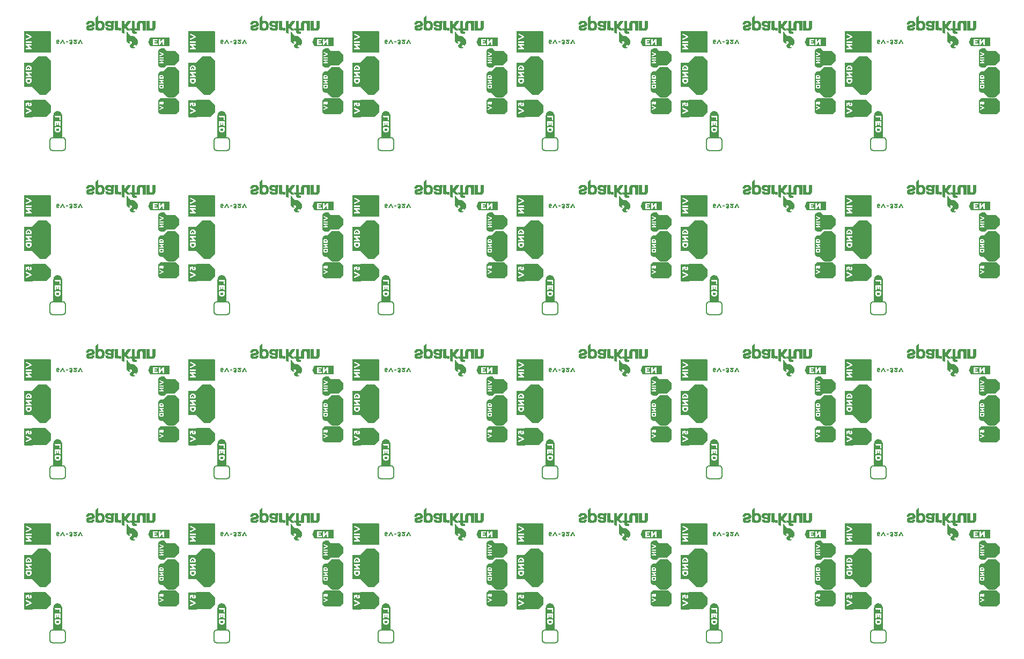
<source format=gbo>
G04 EAGLE Gerber RS-274X export*
G75*
%MOMM*%
%FSLAX34Y34*%
%LPD*%
%INSilkscreen Bottom*%
%IPPOS*%
%AMOC8*
5,1,8,0,0,1.08239X$1,22.5*%
G01*
%ADD10C,0.203200*%

G36*
X1078317Y612407D02*
X1078317Y612407D01*
X1078404Y612410D01*
X1078457Y612427D01*
X1078512Y612435D01*
X1078591Y612470D01*
X1078675Y612497D01*
X1078714Y612525D01*
X1078771Y612551D01*
X1078884Y612647D01*
X1078948Y612692D01*
X1086568Y620312D01*
X1086620Y620382D01*
X1086680Y620446D01*
X1086706Y620495D01*
X1086739Y620539D01*
X1086770Y620621D01*
X1086810Y620699D01*
X1086818Y620747D01*
X1086840Y620805D01*
X1086852Y620953D01*
X1086865Y621030D01*
X1086865Y665480D01*
X1086853Y665567D01*
X1086850Y665654D01*
X1086833Y665707D01*
X1086825Y665762D01*
X1086790Y665841D01*
X1086763Y665925D01*
X1086735Y665964D01*
X1086709Y666021D01*
X1086613Y666134D01*
X1086568Y666198D01*
X1080218Y672548D01*
X1080148Y672600D01*
X1080084Y672660D01*
X1080035Y672686D01*
X1079991Y672719D01*
X1079909Y672750D01*
X1079831Y672790D01*
X1079784Y672798D01*
X1079725Y672820D01*
X1079577Y672832D01*
X1079500Y672845D01*
X1066800Y672845D01*
X1066713Y672833D01*
X1066626Y672830D01*
X1066573Y672813D01*
X1066519Y672805D01*
X1066439Y672770D01*
X1066355Y672743D01*
X1066316Y672715D01*
X1066259Y672689D01*
X1066146Y672593D01*
X1066082Y672548D01*
X1056374Y662839D01*
X1044760Y662839D01*
X1044713Y662803D01*
X1044718Y662796D01*
X1044711Y662790D01*
X1044711Y659490D01*
X1044731Y659464D01*
X1044731Y659450D01*
X1044760Y659429D01*
X1044729Y659428D01*
X1044730Y659404D01*
X1044711Y659390D01*
X1044711Y625590D01*
X1044714Y625585D01*
X1044711Y625582D01*
X1044811Y624982D01*
X1044855Y624941D01*
X1044858Y624944D01*
X1044860Y624941D01*
X1056297Y624941D01*
X1068546Y612692D01*
X1068616Y612640D01*
X1068680Y612580D01*
X1068729Y612554D01*
X1068773Y612521D01*
X1068855Y612490D01*
X1068933Y612450D01*
X1068980Y612442D01*
X1069039Y612420D01*
X1069186Y612408D01*
X1069264Y612395D01*
X1078230Y612395D01*
X1078317Y612407D01*
G37*
G36*
X560157Y612407D02*
X560157Y612407D01*
X560244Y612410D01*
X560297Y612427D01*
X560352Y612435D01*
X560431Y612470D01*
X560515Y612497D01*
X560554Y612525D01*
X560611Y612551D01*
X560724Y612647D01*
X560788Y612692D01*
X568408Y620312D01*
X568460Y620382D01*
X568520Y620446D01*
X568546Y620495D01*
X568579Y620539D01*
X568610Y620621D01*
X568650Y620699D01*
X568658Y620747D01*
X568680Y620805D01*
X568692Y620953D01*
X568705Y621030D01*
X568705Y665480D01*
X568693Y665567D01*
X568690Y665654D01*
X568673Y665707D01*
X568665Y665762D01*
X568630Y665841D01*
X568603Y665925D01*
X568575Y665964D01*
X568549Y666021D01*
X568453Y666134D01*
X568408Y666198D01*
X562058Y672548D01*
X561988Y672600D01*
X561924Y672660D01*
X561875Y672686D01*
X561831Y672719D01*
X561749Y672750D01*
X561671Y672790D01*
X561624Y672798D01*
X561565Y672820D01*
X561417Y672832D01*
X561340Y672845D01*
X548640Y672845D01*
X548553Y672833D01*
X548466Y672830D01*
X548413Y672813D01*
X548359Y672805D01*
X548279Y672770D01*
X548195Y672743D01*
X548156Y672715D01*
X548099Y672689D01*
X547986Y672593D01*
X547922Y672548D01*
X538214Y662839D01*
X526600Y662839D01*
X526553Y662803D01*
X526558Y662796D01*
X526551Y662790D01*
X526551Y659490D01*
X526571Y659464D01*
X526571Y659450D01*
X526600Y659429D01*
X526569Y659428D01*
X526570Y659404D01*
X526551Y659390D01*
X526551Y625590D01*
X526554Y625585D01*
X526551Y625582D01*
X526651Y624982D01*
X526695Y624941D01*
X526698Y624944D01*
X526700Y624941D01*
X538137Y624941D01*
X550386Y612692D01*
X550456Y612640D01*
X550520Y612580D01*
X550569Y612554D01*
X550613Y612521D01*
X550695Y612490D01*
X550773Y612450D01*
X550820Y612442D01*
X550879Y612420D01*
X551026Y612408D01*
X551104Y612395D01*
X560070Y612395D01*
X560157Y612407D01*
G37*
G36*
X41997Y612407D02*
X41997Y612407D01*
X42084Y612410D01*
X42137Y612427D01*
X42192Y612435D01*
X42271Y612470D01*
X42355Y612497D01*
X42394Y612525D01*
X42451Y612551D01*
X42564Y612647D01*
X42628Y612692D01*
X50248Y620312D01*
X50300Y620382D01*
X50360Y620446D01*
X50386Y620495D01*
X50419Y620539D01*
X50450Y620621D01*
X50490Y620699D01*
X50498Y620747D01*
X50520Y620805D01*
X50532Y620953D01*
X50545Y621030D01*
X50545Y665480D01*
X50533Y665567D01*
X50530Y665654D01*
X50513Y665707D01*
X50505Y665762D01*
X50470Y665841D01*
X50443Y665925D01*
X50415Y665964D01*
X50389Y666021D01*
X50293Y666134D01*
X50248Y666198D01*
X43898Y672548D01*
X43828Y672600D01*
X43764Y672660D01*
X43715Y672686D01*
X43671Y672719D01*
X43589Y672750D01*
X43511Y672790D01*
X43464Y672798D01*
X43405Y672820D01*
X43257Y672832D01*
X43180Y672845D01*
X30480Y672845D01*
X30393Y672833D01*
X30306Y672830D01*
X30253Y672813D01*
X30199Y672805D01*
X30119Y672770D01*
X30035Y672743D01*
X29996Y672715D01*
X29939Y672689D01*
X29826Y672593D01*
X29762Y672548D01*
X20054Y662839D01*
X8440Y662839D01*
X8393Y662803D01*
X8398Y662796D01*
X8391Y662790D01*
X8391Y659490D01*
X8411Y659464D01*
X8411Y659450D01*
X8440Y659429D01*
X8409Y659428D01*
X8410Y659404D01*
X8391Y659390D01*
X8391Y625590D01*
X8394Y625585D01*
X8391Y625582D01*
X8491Y624982D01*
X8535Y624941D01*
X8538Y624944D01*
X8540Y624941D01*
X19977Y624941D01*
X32226Y612692D01*
X32296Y612640D01*
X32360Y612580D01*
X32409Y612554D01*
X32453Y612521D01*
X32535Y612490D01*
X32613Y612450D01*
X32660Y612442D01*
X32719Y612420D01*
X32866Y612408D01*
X32944Y612395D01*
X41910Y612395D01*
X41997Y612407D01*
G37*
G36*
X41997Y353327D02*
X41997Y353327D01*
X42084Y353330D01*
X42137Y353347D01*
X42192Y353355D01*
X42271Y353390D01*
X42355Y353417D01*
X42394Y353445D01*
X42451Y353471D01*
X42564Y353567D01*
X42628Y353612D01*
X50248Y361232D01*
X50300Y361302D01*
X50360Y361366D01*
X50386Y361415D01*
X50419Y361459D01*
X50450Y361541D01*
X50490Y361619D01*
X50498Y361667D01*
X50520Y361725D01*
X50532Y361873D01*
X50545Y361950D01*
X50545Y406400D01*
X50533Y406487D01*
X50530Y406574D01*
X50513Y406627D01*
X50505Y406682D01*
X50470Y406761D01*
X50443Y406845D01*
X50415Y406884D01*
X50389Y406941D01*
X50293Y407054D01*
X50248Y407118D01*
X43898Y413468D01*
X43828Y413520D01*
X43764Y413580D01*
X43715Y413606D01*
X43671Y413639D01*
X43589Y413670D01*
X43511Y413710D01*
X43464Y413718D01*
X43405Y413740D01*
X43257Y413752D01*
X43180Y413765D01*
X30480Y413765D01*
X30393Y413753D01*
X30306Y413750D01*
X30253Y413733D01*
X30199Y413725D01*
X30119Y413690D01*
X30035Y413663D01*
X29996Y413635D01*
X29939Y413609D01*
X29826Y413513D01*
X29762Y413468D01*
X20054Y403759D01*
X8440Y403759D01*
X8393Y403723D01*
X8398Y403716D01*
X8391Y403710D01*
X8391Y400410D01*
X8411Y400384D01*
X8411Y400370D01*
X8440Y400349D01*
X8409Y400348D01*
X8410Y400324D01*
X8391Y400310D01*
X8391Y366510D01*
X8394Y366505D01*
X8391Y366502D01*
X8491Y365902D01*
X8535Y365861D01*
X8538Y365864D01*
X8540Y365861D01*
X19977Y365861D01*
X32226Y353612D01*
X32296Y353560D01*
X32360Y353500D01*
X32409Y353474D01*
X32453Y353441D01*
X32535Y353410D01*
X32613Y353370D01*
X32660Y353362D01*
X32719Y353340D01*
X32866Y353328D01*
X32944Y353315D01*
X41910Y353315D01*
X41997Y353327D01*
G37*
G36*
X1078317Y871487D02*
X1078317Y871487D01*
X1078404Y871490D01*
X1078457Y871507D01*
X1078512Y871515D01*
X1078591Y871550D01*
X1078675Y871577D01*
X1078714Y871605D01*
X1078771Y871631D01*
X1078884Y871727D01*
X1078948Y871772D01*
X1086568Y879392D01*
X1086620Y879462D01*
X1086680Y879526D01*
X1086706Y879575D01*
X1086739Y879619D01*
X1086770Y879701D01*
X1086810Y879779D01*
X1086818Y879827D01*
X1086840Y879885D01*
X1086852Y880033D01*
X1086865Y880110D01*
X1086865Y924560D01*
X1086853Y924647D01*
X1086850Y924734D01*
X1086833Y924787D01*
X1086825Y924842D01*
X1086790Y924921D01*
X1086763Y925005D01*
X1086735Y925044D01*
X1086709Y925101D01*
X1086613Y925214D01*
X1086568Y925278D01*
X1080218Y931628D01*
X1080148Y931680D01*
X1080084Y931740D01*
X1080035Y931766D01*
X1079991Y931799D01*
X1079909Y931830D01*
X1079831Y931870D01*
X1079784Y931878D01*
X1079725Y931900D01*
X1079577Y931912D01*
X1079500Y931925D01*
X1066800Y931925D01*
X1066713Y931913D01*
X1066626Y931910D01*
X1066573Y931893D01*
X1066519Y931885D01*
X1066439Y931850D01*
X1066355Y931823D01*
X1066316Y931795D01*
X1066259Y931769D01*
X1066146Y931673D01*
X1066082Y931628D01*
X1056374Y921919D01*
X1044760Y921919D01*
X1044713Y921883D01*
X1044718Y921876D01*
X1044711Y921870D01*
X1044711Y918570D01*
X1044731Y918544D01*
X1044731Y918530D01*
X1044760Y918509D01*
X1044729Y918508D01*
X1044730Y918484D01*
X1044711Y918470D01*
X1044711Y884670D01*
X1044714Y884665D01*
X1044711Y884662D01*
X1044811Y884062D01*
X1044855Y884021D01*
X1044858Y884024D01*
X1044860Y884021D01*
X1056297Y884021D01*
X1068546Y871772D01*
X1068616Y871720D01*
X1068680Y871660D01*
X1068729Y871634D01*
X1068773Y871601D01*
X1068855Y871570D01*
X1068933Y871530D01*
X1068980Y871522D01*
X1069039Y871500D01*
X1069186Y871488D01*
X1069264Y871475D01*
X1078230Y871475D01*
X1078317Y871487D01*
G37*
G36*
X1337397Y871487D02*
X1337397Y871487D01*
X1337484Y871490D01*
X1337537Y871507D01*
X1337592Y871515D01*
X1337671Y871550D01*
X1337755Y871577D01*
X1337794Y871605D01*
X1337851Y871631D01*
X1337964Y871727D01*
X1338028Y871772D01*
X1345648Y879392D01*
X1345700Y879462D01*
X1345760Y879526D01*
X1345786Y879575D01*
X1345819Y879619D01*
X1345850Y879701D01*
X1345890Y879779D01*
X1345898Y879827D01*
X1345920Y879885D01*
X1345932Y880033D01*
X1345945Y880110D01*
X1345945Y924560D01*
X1345933Y924647D01*
X1345930Y924734D01*
X1345913Y924787D01*
X1345905Y924842D01*
X1345870Y924921D01*
X1345843Y925005D01*
X1345815Y925044D01*
X1345789Y925101D01*
X1345693Y925214D01*
X1345648Y925278D01*
X1339298Y931628D01*
X1339228Y931680D01*
X1339164Y931740D01*
X1339115Y931766D01*
X1339071Y931799D01*
X1338989Y931830D01*
X1338911Y931870D01*
X1338864Y931878D01*
X1338805Y931900D01*
X1338657Y931912D01*
X1338580Y931925D01*
X1325880Y931925D01*
X1325793Y931913D01*
X1325706Y931910D01*
X1325653Y931893D01*
X1325599Y931885D01*
X1325519Y931850D01*
X1325435Y931823D01*
X1325396Y931795D01*
X1325339Y931769D01*
X1325226Y931673D01*
X1325162Y931628D01*
X1315454Y921919D01*
X1303840Y921919D01*
X1303793Y921883D01*
X1303798Y921876D01*
X1303791Y921870D01*
X1303791Y918570D01*
X1303811Y918544D01*
X1303811Y918530D01*
X1303840Y918509D01*
X1303809Y918508D01*
X1303810Y918484D01*
X1303791Y918470D01*
X1303791Y884670D01*
X1303794Y884665D01*
X1303791Y884662D01*
X1303891Y884062D01*
X1303935Y884021D01*
X1303938Y884024D01*
X1303940Y884021D01*
X1315377Y884021D01*
X1327626Y871772D01*
X1327696Y871720D01*
X1327760Y871660D01*
X1327809Y871634D01*
X1327853Y871601D01*
X1327935Y871570D01*
X1328013Y871530D01*
X1328060Y871522D01*
X1328119Y871500D01*
X1328266Y871488D01*
X1328344Y871475D01*
X1337310Y871475D01*
X1337397Y871487D01*
G37*
G36*
X41997Y871487D02*
X41997Y871487D01*
X42084Y871490D01*
X42137Y871507D01*
X42192Y871515D01*
X42271Y871550D01*
X42355Y871577D01*
X42394Y871605D01*
X42451Y871631D01*
X42564Y871727D01*
X42628Y871772D01*
X50248Y879392D01*
X50300Y879462D01*
X50360Y879526D01*
X50386Y879575D01*
X50419Y879619D01*
X50450Y879701D01*
X50490Y879779D01*
X50498Y879827D01*
X50520Y879885D01*
X50532Y880033D01*
X50545Y880110D01*
X50545Y924560D01*
X50533Y924647D01*
X50530Y924734D01*
X50513Y924787D01*
X50505Y924842D01*
X50470Y924921D01*
X50443Y925005D01*
X50415Y925044D01*
X50389Y925101D01*
X50293Y925214D01*
X50248Y925278D01*
X43898Y931628D01*
X43828Y931680D01*
X43764Y931740D01*
X43715Y931766D01*
X43671Y931799D01*
X43589Y931830D01*
X43511Y931870D01*
X43464Y931878D01*
X43405Y931900D01*
X43257Y931912D01*
X43180Y931925D01*
X30480Y931925D01*
X30393Y931913D01*
X30306Y931910D01*
X30253Y931893D01*
X30199Y931885D01*
X30119Y931850D01*
X30035Y931823D01*
X29996Y931795D01*
X29939Y931769D01*
X29826Y931673D01*
X29762Y931628D01*
X20054Y921919D01*
X8440Y921919D01*
X8393Y921883D01*
X8398Y921876D01*
X8391Y921870D01*
X8391Y918570D01*
X8411Y918544D01*
X8411Y918530D01*
X8440Y918509D01*
X8409Y918508D01*
X8410Y918484D01*
X8391Y918470D01*
X8391Y884670D01*
X8394Y884665D01*
X8391Y884662D01*
X8491Y884062D01*
X8535Y884021D01*
X8538Y884024D01*
X8540Y884021D01*
X19977Y884021D01*
X32226Y871772D01*
X32296Y871720D01*
X32360Y871660D01*
X32409Y871634D01*
X32453Y871601D01*
X32535Y871570D01*
X32613Y871530D01*
X32660Y871522D01*
X32719Y871500D01*
X32866Y871488D01*
X32944Y871475D01*
X41910Y871475D01*
X41997Y871487D01*
G37*
G36*
X560157Y871487D02*
X560157Y871487D01*
X560244Y871490D01*
X560297Y871507D01*
X560352Y871515D01*
X560431Y871550D01*
X560515Y871577D01*
X560554Y871605D01*
X560611Y871631D01*
X560724Y871727D01*
X560788Y871772D01*
X568408Y879392D01*
X568460Y879462D01*
X568520Y879526D01*
X568546Y879575D01*
X568579Y879619D01*
X568610Y879701D01*
X568650Y879779D01*
X568658Y879827D01*
X568680Y879885D01*
X568692Y880033D01*
X568705Y880110D01*
X568705Y924560D01*
X568693Y924647D01*
X568690Y924734D01*
X568673Y924787D01*
X568665Y924842D01*
X568630Y924921D01*
X568603Y925005D01*
X568575Y925044D01*
X568549Y925101D01*
X568453Y925214D01*
X568408Y925278D01*
X562058Y931628D01*
X561988Y931680D01*
X561924Y931740D01*
X561875Y931766D01*
X561831Y931799D01*
X561749Y931830D01*
X561671Y931870D01*
X561624Y931878D01*
X561565Y931900D01*
X561417Y931912D01*
X561340Y931925D01*
X548640Y931925D01*
X548553Y931913D01*
X548466Y931910D01*
X548413Y931893D01*
X548359Y931885D01*
X548279Y931850D01*
X548195Y931823D01*
X548156Y931795D01*
X548099Y931769D01*
X547986Y931673D01*
X547922Y931628D01*
X538214Y921919D01*
X526600Y921919D01*
X526553Y921883D01*
X526558Y921876D01*
X526551Y921870D01*
X526551Y918570D01*
X526571Y918544D01*
X526571Y918530D01*
X526600Y918509D01*
X526569Y918508D01*
X526570Y918484D01*
X526551Y918470D01*
X526551Y884670D01*
X526554Y884665D01*
X526551Y884662D01*
X526651Y884062D01*
X526695Y884021D01*
X526698Y884024D01*
X526700Y884021D01*
X538137Y884021D01*
X550386Y871772D01*
X550456Y871720D01*
X550520Y871660D01*
X550569Y871634D01*
X550613Y871601D01*
X550695Y871570D01*
X550773Y871530D01*
X550820Y871522D01*
X550879Y871500D01*
X551026Y871488D01*
X551104Y871475D01*
X560070Y871475D01*
X560157Y871487D01*
G37*
G36*
X301077Y871487D02*
X301077Y871487D01*
X301164Y871490D01*
X301217Y871507D01*
X301272Y871515D01*
X301351Y871550D01*
X301435Y871577D01*
X301474Y871605D01*
X301531Y871631D01*
X301644Y871727D01*
X301708Y871772D01*
X309328Y879392D01*
X309380Y879462D01*
X309440Y879526D01*
X309466Y879575D01*
X309499Y879619D01*
X309530Y879701D01*
X309570Y879779D01*
X309578Y879827D01*
X309600Y879885D01*
X309612Y880033D01*
X309625Y880110D01*
X309625Y924560D01*
X309613Y924647D01*
X309610Y924734D01*
X309593Y924787D01*
X309585Y924842D01*
X309550Y924921D01*
X309523Y925005D01*
X309495Y925044D01*
X309469Y925101D01*
X309373Y925214D01*
X309328Y925278D01*
X302978Y931628D01*
X302908Y931680D01*
X302844Y931740D01*
X302795Y931766D01*
X302751Y931799D01*
X302669Y931830D01*
X302591Y931870D01*
X302544Y931878D01*
X302485Y931900D01*
X302337Y931912D01*
X302260Y931925D01*
X289560Y931925D01*
X289473Y931913D01*
X289386Y931910D01*
X289333Y931893D01*
X289279Y931885D01*
X289199Y931850D01*
X289115Y931823D01*
X289076Y931795D01*
X289019Y931769D01*
X288906Y931673D01*
X288842Y931628D01*
X279134Y921919D01*
X267520Y921919D01*
X267473Y921883D01*
X267478Y921876D01*
X267471Y921870D01*
X267471Y918570D01*
X267491Y918544D01*
X267491Y918530D01*
X267520Y918509D01*
X267489Y918508D01*
X267490Y918484D01*
X267471Y918470D01*
X267471Y884670D01*
X267474Y884665D01*
X267471Y884662D01*
X267571Y884062D01*
X267615Y884021D01*
X267618Y884024D01*
X267620Y884021D01*
X279057Y884021D01*
X291306Y871772D01*
X291376Y871720D01*
X291440Y871660D01*
X291489Y871634D01*
X291533Y871601D01*
X291615Y871570D01*
X291693Y871530D01*
X291740Y871522D01*
X291799Y871500D01*
X291946Y871488D01*
X292024Y871475D01*
X300990Y871475D01*
X301077Y871487D01*
G37*
G36*
X560157Y94247D02*
X560157Y94247D01*
X560244Y94250D01*
X560297Y94267D01*
X560352Y94275D01*
X560431Y94310D01*
X560515Y94337D01*
X560554Y94365D01*
X560611Y94391D01*
X560724Y94487D01*
X560788Y94532D01*
X568408Y102152D01*
X568460Y102222D01*
X568520Y102286D01*
X568546Y102335D01*
X568579Y102379D01*
X568610Y102461D01*
X568650Y102539D01*
X568658Y102587D01*
X568680Y102645D01*
X568692Y102793D01*
X568705Y102870D01*
X568705Y147320D01*
X568693Y147407D01*
X568690Y147494D01*
X568673Y147547D01*
X568665Y147602D01*
X568630Y147681D01*
X568603Y147765D01*
X568575Y147804D01*
X568549Y147861D01*
X568453Y147974D01*
X568408Y148038D01*
X562058Y154388D01*
X561988Y154440D01*
X561924Y154500D01*
X561875Y154526D01*
X561831Y154559D01*
X561749Y154590D01*
X561671Y154630D01*
X561624Y154638D01*
X561565Y154660D01*
X561417Y154672D01*
X561340Y154685D01*
X548640Y154685D01*
X548553Y154673D01*
X548466Y154670D01*
X548413Y154653D01*
X548359Y154645D01*
X548279Y154610D01*
X548195Y154583D01*
X548156Y154555D01*
X548099Y154529D01*
X547986Y154433D01*
X547922Y154388D01*
X538214Y144679D01*
X526600Y144679D01*
X526553Y144643D01*
X526558Y144636D01*
X526551Y144630D01*
X526551Y141330D01*
X526571Y141304D01*
X526571Y141290D01*
X526600Y141269D01*
X526569Y141268D01*
X526570Y141244D01*
X526551Y141230D01*
X526551Y107430D01*
X526554Y107425D01*
X526551Y107422D01*
X526651Y106822D01*
X526695Y106781D01*
X526698Y106784D01*
X526700Y106781D01*
X538137Y106781D01*
X550386Y94532D01*
X550456Y94480D01*
X550520Y94420D01*
X550569Y94394D01*
X550613Y94361D01*
X550695Y94330D01*
X550773Y94290D01*
X550820Y94282D01*
X550879Y94260D01*
X551026Y94248D01*
X551104Y94235D01*
X560070Y94235D01*
X560157Y94247D01*
G37*
G36*
X819237Y94247D02*
X819237Y94247D01*
X819324Y94250D01*
X819377Y94267D01*
X819432Y94275D01*
X819511Y94310D01*
X819595Y94337D01*
X819634Y94365D01*
X819691Y94391D01*
X819804Y94487D01*
X819868Y94532D01*
X827488Y102152D01*
X827540Y102222D01*
X827600Y102286D01*
X827626Y102335D01*
X827659Y102379D01*
X827690Y102461D01*
X827730Y102539D01*
X827738Y102587D01*
X827760Y102645D01*
X827772Y102793D01*
X827785Y102870D01*
X827785Y147320D01*
X827773Y147407D01*
X827770Y147494D01*
X827753Y147547D01*
X827745Y147602D01*
X827710Y147681D01*
X827683Y147765D01*
X827655Y147804D01*
X827629Y147861D01*
X827533Y147974D01*
X827488Y148038D01*
X821138Y154388D01*
X821068Y154440D01*
X821004Y154500D01*
X820955Y154526D01*
X820911Y154559D01*
X820829Y154590D01*
X820751Y154630D01*
X820704Y154638D01*
X820645Y154660D01*
X820497Y154672D01*
X820420Y154685D01*
X807720Y154685D01*
X807633Y154673D01*
X807546Y154670D01*
X807493Y154653D01*
X807439Y154645D01*
X807359Y154610D01*
X807275Y154583D01*
X807236Y154555D01*
X807179Y154529D01*
X807066Y154433D01*
X807002Y154388D01*
X797294Y144679D01*
X785680Y144679D01*
X785633Y144643D01*
X785638Y144636D01*
X785631Y144630D01*
X785631Y141330D01*
X785651Y141304D01*
X785651Y141290D01*
X785680Y141269D01*
X785649Y141268D01*
X785650Y141244D01*
X785631Y141230D01*
X785631Y107430D01*
X785634Y107425D01*
X785631Y107422D01*
X785731Y106822D01*
X785775Y106781D01*
X785778Y106784D01*
X785780Y106781D01*
X797217Y106781D01*
X809466Y94532D01*
X809536Y94480D01*
X809600Y94420D01*
X809649Y94394D01*
X809693Y94361D01*
X809775Y94330D01*
X809853Y94290D01*
X809900Y94282D01*
X809959Y94260D01*
X810106Y94248D01*
X810184Y94235D01*
X819150Y94235D01*
X819237Y94247D01*
G37*
G36*
X1078317Y94247D02*
X1078317Y94247D01*
X1078404Y94250D01*
X1078457Y94267D01*
X1078512Y94275D01*
X1078591Y94310D01*
X1078675Y94337D01*
X1078714Y94365D01*
X1078771Y94391D01*
X1078884Y94487D01*
X1078948Y94532D01*
X1086568Y102152D01*
X1086620Y102222D01*
X1086680Y102286D01*
X1086706Y102335D01*
X1086739Y102379D01*
X1086770Y102461D01*
X1086810Y102539D01*
X1086818Y102587D01*
X1086840Y102645D01*
X1086852Y102793D01*
X1086865Y102870D01*
X1086865Y147320D01*
X1086853Y147407D01*
X1086850Y147494D01*
X1086833Y147547D01*
X1086825Y147602D01*
X1086790Y147681D01*
X1086763Y147765D01*
X1086735Y147804D01*
X1086709Y147861D01*
X1086613Y147974D01*
X1086568Y148038D01*
X1080218Y154388D01*
X1080148Y154440D01*
X1080084Y154500D01*
X1080035Y154526D01*
X1079991Y154559D01*
X1079909Y154590D01*
X1079831Y154630D01*
X1079784Y154638D01*
X1079725Y154660D01*
X1079577Y154672D01*
X1079500Y154685D01*
X1066800Y154685D01*
X1066713Y154673D01*
X1066626Y154670D01*
X1066573Y154653D01*
X1066519Y154645D01*
X1066439Y154610D01*
X1066355Y154583D01*
X1066316Y154555D01*
X1066259Y154529D01*
X1066146Y154433D01*
X1066082Y154388D01*
X1056374Y144679D01*
X1044760Y144679D01*
X1044713Y144643D01*
X1044718Y144636D01*
X1044711Y144630D01*
X1044711Y141330D01*
X1044731Y141304D01*
X1044731Y141290D01*
X1044760Y141269D01*
X1044729Y141268D01*
X1044730Y141244D01*
X1044711Y141230D01*
X1044711Y107430D01*
X1044714Y107425D01*
X1044711Y107422D01*
X1044811Y106822D01*
X1044855Y106781D01*
X1044858Y106784D01*
X1044860Y106781D01*
X1056297Y106781D01*
X1068546Y94532D01*
X1068616Y94480D01*
X1068680Y94420D01*
X1068729Y94394D01*
X1068773Y94361D01*
X1068855Y94330D01*
X1068933Y94290D01*
X1068980Y94282D01*
X1069039Y94260D01*
X1069186Y94248D01*
X1069264Y94235D01*
X1078230Y94235D01*
X1078317Y94247D01*
G37*
G36*
X301077Y94247D02*
X301077Y94247D01*
X301164Y94250D01*
X301217Y94267D01*
X301272Y94275D01*
X301351Y94310D01*
X301435Y94337D01*
X301474Y94365D01*
X301531Y94391D01*
X301644Y94487D01*
X301708Y94532D01*
X309328Y102152D01*
X309380Y102222D01*
X309440Y102286D01*
X309466Y102335D01*
X309499Y102379D01*
X309530Y102461D01*
X309570Y102539D01*
X309578Y102587D01*
X309600Y102645D01*
X309612Y102793D01*
X309625Y102870D01*
X309625Y147320D01*
X309613Y147407D01*
X309610Y147494D01*
X309593Y147547D01*
X309585Y147602D01*
X309550Y147681D01*
X309523Y147765D01*
X309495Y147804D01*
X309469Y147861D01*
X309373Y147974D01*
X309328Y148038D01*
X302978Y154388D01*
X302908Y154440D01*
X302844Y154500D01*
X302795Y154526D01*
X302751Y154559D01*
X302669Y154590D01*
X302591Y154630D01*
X302544Y154638D01*
X302485Y154660D01*
X302337Y154672D01*
X302260Y154685D01*
X289560Y154685D01*
X289473Y154673D01*
X289386Y154670D01*
X289333Y154653D01*
X289279Y154645D01*
X289199Y154610D01*
X289115Y154583D01*
X289076Y154555D01*
X289019Y154529D01*
X288906Y154433D01*
X288842Y154388D01*
X279134Y144679D01*
X267520Y144679D01*
X267473Y144643D01*
X267478Y144636D01*
X267471Y144630D01*
X267471Y141330D01*
X267491Y141304D01*
X267491Y141290D01*
X267520Y141269D01*
X267489Y141268D01*
X267490Y141244D01*
X267471Y141230D01*
X267471Y107430D01*
X267474Y107425D01*
X267471Y107422D01*
X267571Y106822D01*
X267615Y106781D01*
X267618Y106784D01*
X267620Y106781D01*
X279057Y106781D01*
X291306Y94532D01*
X291376Y94480D01*
X291440Y94420D01*
X291489Y94394D01*
X291533Y94361D01*
X291615Y94330D01*
X291693Y94290D01*
X291740Y94282D01*
X291799Y94260D01*
X291946Y94248D01*
X292024Y94235D01*
X300990Y94235D01*
X301077Y94247D01*
G37*
G36*
X41997Y94247D02*
X41997Y94247D01*
X42084Y94250D01*
X42137Y94267D01*
X42192Y94275D01*
X42271Y94310D01*
X42355Y94337D01*
X42394Y94365D01*
X42451Y94391D01*
X42564Y94487D01*
X42628Y94532D01*
X50248Y102152D01*
X50300Y102222D01*
X50360Y102286D01*
X50386Y102335D01*
X50419Y102379D01*
X50450Y102461D01*
X50490Y102539D01*
X50498Y102587D01*
X50520Y102645D01*
X50532Y102793D01*
X50545Y102870D01*
X50545Y147320D01*
X50533Y147407D01*
X50530Y147494D01*
X50513Y147547D01*
X50505Y147602D01*
X50470Y147681D01*
X50443Y147765D01*
X50415Y147804D01*
X50389Y147861D01*
X50293Y147974D01*
X50248Y148038D01*
X43898Y154388D01*
X43828Y154440D01*
X43764Y154500D01*
X43715Y154526D01*
X43671Y154559D01*
X43589Y154590D01*
X43511Y154630D01*
X43464Y154638D01*
X43405Y154660D01*
X43257Y154672D01*
X43180Y154685D01*
X30480Y154685D01*
X30393Y154673D01*
X30306Y154670D01*
X30253Y154653D01*
X30199Y154645D01*
X30119Y154610D01*
X30035Y154583D01*
X29996Y154555D01*
X29939Y154529D01*
X29826Y154433D01*
X29762Y154388D01*
X20054Y144679D01*
X8440Y144679D01*
X8393Y144643D01*
X8398Y144636D01*
X8391Y144630D01*
X8391Y141330D01*
X8411Y141304D01*
X8411Y141290D01*
X8440Y141269D01*
X8409Y141268D01*
X8410Y141244D01*
X8391Y141230D01*
X8391Y107430D01*
X8394Y107425D01*
X8391Y107422D01*
X8491Y106822D01*
X8535Y106781D01*
X8538Y106784D01*
X8540Y106781D01*
X19977Y106781D01*
X32226Y94532D01*
X32296Y94480D01*
X32360Y94420D01*
X32409Y94394D01*
X32453Y94361D01*
X32535Y94330D01*
X32613Y94290D01*
X32660Y94282D01*
X32719Y94260D01*
X32866Y94248D01*
X32944Y94235D01*
X41910Y94235D01*
X41997Y94247D01*
G37*
G36*
X819237Y871487D02*
X819237Y871487D01*
X819324Y871490D01*
X819377Y871507D01*
X819432Y871515D01*
X819511Y871550D01*
X819595Y871577D01*
X819634Y871605D01*
X819691Y871631D01*
X819804Y871727D01*
X819868Y871772D01*
X827488Y879392D01*
X827540Y879462D01*
X827600Y879526D01*
X827626Y879575D01*
X827659Y879619D01*
X827690Y879701D01*
X827730Y879779D01*
X827738Y879827D01*
X827760Y879885D01*
X827772Y880033D01*
X827785Y880110D01*
X827785Y924560D01*
X827773Y924647D01*
X827770Y924734D01*
X827753Y924787D01*
X827745Y924842D01*
X827710Y924921D01*
X827683Y925005D01*
X827655Y925044D01*
X827629Y925101D01*
X827533Y925214D01*
X827488Y925278D01*
X821138Y931628D01*
X821068Y931680D01*
X821004Y931740D01*
X820955Y931766D01*
X820911Y931799D01*
X820829Y931830D01*
X820751Y931870D01*
X820704Y931878D01*
X820645Y931900D01*
X820497Y931912D01*
X820420Y931925D01*
X807720Y931925D01*
X807633Y931913D01*
X807546Y931910D01*
X807493Y931893D01*
X807439Y931885D01*
X807359Y931850D01*
X807275Y931823D01*
X807236Y931795D01*
X807179Y931769D01*
X807066Y931673D01*
X807002Y931628D01*
X797294Y921919D01*
X785680Y921919D01*
X785633Y921883D01*
X785638Y921876D01*
X785631Y921870D01*
X785631Y918570D01*
X785651Y918544D01*
X785651Y918530D01*
X785680Y918509D01*
X785649Y918508D01*
X785650Y918484D01*
X785631Y918470D01*
X785631Y884670D01*
X785634Y884665D01*
X785631Y884662D01*
X785731Y884062D01*
X785775Y884021D01*
X785778Y884024D01*
X785780Y884021D01*
X797217Y884021D01*
X809466Y871772D01*
X809536Y871720D01*
X809600Y871660D01*
X809649Y871634D01*
X809693Y871601D01*
X809775Y871570D01*
X809853Y871530D01*
X809900Y871522D01*
X809959Y871500D01*
X810106Y871488D01*
X810184Y871475D01*
X819150Y871475D01*
X819237Y871487D01*
G37*
G36*
X1078317Y353327D02*
X1078317Y353327D01*
X1078404Y353330D01*
X1078457Y353347D01*
X1078512Y353355D01*
X1078591Y353390D01*
X1078675Y353417D01*
X1078714Y353445D01*
X1078771Y353471D01*
X1078884Y353567D01*
X1078948Y353612D01*
X1086568Y361232D01*
X1086620Y361302D01*
X1086680Y361366D01*
X1086706Y361415D01*
X1086739Y361459D01*
X1086770Y361541D01*
X1086810Y361619D01*
X1086818Y361667D01*
X1086840Y361725D01*
X1086852Y361873D01*
X1086865Y361950D01*
X1086865Y406400D01*
X1086853Y406487D01*
X1086850Y406574D01*
X1086833Y406627D01*
X1086825Y406682D01*
X1086790Y406761D01*
X1086763Y406845D01*
X1086735Y406884D01*
X1086709Y406941D01*
X1086613Y407054D01*
X1086568Y407118D01*
X1080218Y413468D01*
X1080148Y413520D01*
X1080084Y413580D01*
X1080035Y413606D01*
X1079991Y413639D01*
X1079909Y413670D01*
X1079831Y413710D01*
X1079784Y413718D01*
X1079725Y413740D01*
X1079577Y413752D01*
X1079500Y413765D01*
X1066800Y413765D01*
X1066713Y413753D01*
X1066626Y413750D01*
X1066573Y413733D01*
X1066519Y413725D01*
X1066439Y413690D01*
X1066355Y413663D01*
X1066316Y413635D01*
X1066259Y413609D01*
X1066146Y413513D01*
X1066082Y413468D01*
X1056374Y403759D01*
X1044760Y403759D01*
X1044713Y403723D01*
X1044718Y403716D01*
X1044711Y403710D01*
X1044711Y400410D01*
X1044731Y400384D01*
X1044731Y400370D01*
X1044760Y400349D01*
X1044729Y400348D01*
X1044730Y400324D01*
X1044711Y400310D01*
X1044711Y366510D01*
X1044714Y366505D01*
X1044711Y366502D01*
X1044811Y365902D01*
X1044855Y365861D01*
X1044858Y365864D01*
X1044860Y365861D01*
X1056297Y365861D01*
X1068546Y353612D01*
X1068616Y353560D01*
X1068680Y353500D01*
X1068729Y353474D01*
X1068773Y353441D01*
X1068855Y353410D01*
X1068933Y353370D01*
X1068980Y353362D01*
X1069039Y353340D01*
X1069186Y353328D01*
X1069264Y353315D01*
X1078230Y353315D01*
X1078317Y353327D01*
G37*
G36*
X560157Y353327D02*
X560157Y353327D01*
X560244Y353330D01*
X560297Y353347D01*
X560352Y353355D01*
X560431Y353390D01*
X560515Y353417D01*
X560554Y353445D01*
X560611Y353471D01*
X560724Y353567D01*
X560788Y353612D01*
X568408Y361232D01*
X568460Y361302D01*
X568520Y361366D01*
X568546Y361415D01*
X568579Y361459D01*
X568610Y361541D01*
X568650Y361619D01*
X568658Y361667D01*
X568680Y361725D01*
X568692Y361873D01*
X568705Y361950D01*
X568705Y406400D01*
X568693Y406487D01*
X568690Y406574D01*
X568673Y406627D01*
X568665Y406682D01*
X568630Y406761D01*
X568603Y406845D01*
X568575Y406884D01*
X568549Y406941D01*
X568453Y407054D01*
X568408Y407118D01*
X562058Y413468D01*
X561988Y413520D01*
X561924Y413580D01*
X561875Y413606D01*
X561831Y413639D01*
X561749Y413670D01*
X561671Y413710D01*
X561624Y413718D01*
X561565Y413740D01*
X561417Y413752D01*
X561340Y413765D01*
X548640Y413765D01*
X548553Y413753D01*
X548466Y413750D01*
X548413Y413733D01*
X548359Y413725D01*
X548279Y413690D01*
X548195Y413663D01*
X548156Y413635D01*
X548099Y413609D01*
X547986Y413513D01*
X547922Y413468D01*
X538214Y403759D01*
X526600Y403759D01*
X526553Y403723D01*
X526558Y403716D01*
X526551Y403710D01*
X526551Y400410D01*
X526571Y400384D01*
X526571Y400370D01*
X526600Y400349D01*
X526569Y400348D01*
X526570Y400324D01*
X526551Y400310D01*
X526551Y366510D01*
X526554Y366505D01*
X526551Y366502D01*
X526651Y365902D01*
X526695Y365861D01*
X526698Y365864D01*
X526700Y365861D01*
X538137Y365861D01*
X550386Y353612D01*
X550456Y353560D01*
X550520Y353500D01*
X550569Y353474D01*
X550613Y353441D01*
X550695Y353410D01*
X550773Y353370D01*
X550820Y353362D01*
X550879Y353340D01*
X551026Y353328D01*
X551104Y353315D01*
X560070Y353315D01*
X560157Y353327D01*
G37*
G36*
X301077Y353327D02*
X301077Y353327D01*
X301164Y353330D01*
X301217Y353347D01*
X301272Y353355D01*
X301351Y353390D01*
X301435Y353417D01*
X301474Y353445D01*
X301531Y353471D01*
X301644Y353567D01*
X301708Y353612D01*
X309328Y361232D01*
X309380Y361302D01*
X309440Y361366D01*
X309466Y361415D01*
X309499Y361459D01*
X309530Y361541D01*
X309570Y361619D01*
X309578Y361667D01*
X309600Y361725D01*
X309612Y361873D01*
X309625Y361950D01*
X309625Y406400D01*
X309613Y406487D01*
X309610Y406574D01*
X309593Y406627D01*
X309585Y406682D01*
X309550Y406761D01*
X309523Y406845D01*
X309495Y406884D01*
X309469Y406941D01*
X309373Y407054D01*
X309328Y407118D01*
X302978Y413468D01*
X302908Y413520D01*
X302844Y413580D01*
X302795Y413606D01*
X302751Y413639D01*
X302669Y413670D01*
X302591Y413710D01*
X302544Y413718D01*
X302485Y413740D01*
X302337Y413752D01*
X302260Y413765D01*
X289560Y413765D01*
X289473Y413753D01*
X289386Y413750D01*
X289333Y413733D01*
X289279Y413725D01*
X289199Y413690D01*
X289115Y413663D01*
X289076Y413635D01*
X289019Y413609D01*
X288906Y413513D01*
X288842Y413468D01*
X279134Y403759D01*
X267520Y403759D01*
X267473Y403723D01*
X267478Y403716D01*
X267471Y403710D01*
X267471Y400410D01*
X267491Y400384D01*
X267491Y400370D01*
X267520Y400349D01*
X267489Y400348D01*
X267490Y400324D01*
X267471Y400310D01*
X267471Y366510D01*
X267474Y366505D01*
X267471Y366502D01*
X267571Y365902D01*
X267615Y365861D01*
X267618Y365864D01*
X267620Y365861D01*
X279057Y365861D01*
X291306Y353612D01*
X291376Y353560D01*
X291440Y353500D01*
X291489Y353474D01*
X291533Y353441D01*
X291615Y353410D01*
X291693Y353370D01*
X291740Y353362D01*
X291799Y353340D01*
X291946Y353328D01*
X292024Y353315D01*
X300990Y353315D01*
X301077Y353327D01*
G37*
G36*
X1337397Y353327D02*
X1337397Y353327D01*
X1337484Y353330D01*
X1337537Y353347D01*
X1337592Y353355D01*
X1337671Y353390D01*
X1337755Y353417D01*
X1337794Y353445D01*
X1337851Y353471D01*
X1337964Y353567D01*
X1338028Y353612D01*
X1345648Y361232D01*
X1345700Y361302D01*
X1345760Y361366D01*
X1345786Y361415D01*
X1345819Y361459D01*
X1345850Y361541D01*
X1345890Y361619D01*
X1345898Y361667D01*
X1345920Y361725D01*
X1345932Y361873D01*
X1345945Y361950D01*
X1345945Y406400D01*
X1345933Y406487D01*
X1345930Y406574D01*
X1345913Y406627D01*
X1345905Y406682D01*
X1345870Y406761D01*
X1345843Y406845D01*
X1345815Y406884D01*
X1345789Y406941D01*
X1345693Y407054D01*
X1345648Y407118D01*
X1339298Y413468D01*
X1339228Y413520D01*
X1339164Y413580D01*
X1339115Y413606D01*
X1339071Y413639D01*
X1338989Y413670D01*
X1338911Y413710D01*
X1338864Y413718D01*
X1338805Y413740D01*
X1338657Y413752D01*
X1338580Y413765D01*
X1325880Y413765D01*
X1325793Y413753D01*
X1325706Y413750D01*
X1325653Y413733D01*
X1325599Y413725D01*
X1325519Y413690D01*
X1325435Y413663D01*
X1325396Y413635D01*
X1325339Y413609D01*
X1325226Y413513D01*
X1325162Y413468D01*
X1315454Y403759D01*
X1303840Y403759D01*
X1303793Y403723D01*
X1303798Y403716D01*
X1303791Y403710D01*
X1303791Y400410D01*
X1303811Y400384D01*
X1303811Y400370D01*
X1303840Y400349D01*
X1303809Y400348D01*
X1303810Y400324D01*
X1303791Y400310D01*
X1303791Y366510D01*
X1303794Y366505D01*
X1303791Y366502D01*
X1303891Y365902D01*
X1303935Y365861D01*
X1303938Y365864D01*
X1303940Y365861D01*
X1315377Y365861D01*
X1327626Y353612D01*
X1327696Y353560D01*
X1327760Y353500D01*
X1327809Y353474D01*
X1327853Y353441D01*
X1327935Y353410D01*
X1328013Y353370D01*
X1328060Y353362D01*
X1328119Y353340D01*
X1328266Y353328D01*
X1328344Y353315D01*
X1337310Y353315D01*
X1337397Y353327D01*
G37*
G36*
X819237Y353327D02*
X819237Y353327D01*
X819324Y353330D01*
X819377Y353347D01*
X819432Y353355D01*
X819511Y353390D01*
X819595Y353417D01*
X819634Y353445D01*
X819691Y353471D01*
X819804Y353567D01*
X819868Y353612D01*
X827488Y361232D01*
X827540Y361302D01*
X827600Y361366D01*
X827626Y361415D01*
X827659Y361459D01*
X827690Y361541D01*
X827730Y361619D01*
X827738Y361667D01*
X827760Y361725D01*
X827772Y361873D01*
X827785Y361950D01*
X827785Y406400D01*
X827773Y406487D01*
X827770Y406574D01*
X827753Y406627D01*
X827745Y406682D01*
X827710Y406761D01*
X827683Y406845D01*
X827655Y406884D01*
X827629Y406941D01*
X827533Y407054D01*
X827488Y407118D01*
X821138Y413468D01*
X821068Y413520D01*
X821004Y413580D01*
X820955Y413606D01*
X820911Y413639D01*
X820829Y413670D01*
X820751Y413710D01*
X820704Y413718D01*
X820645Y413740D01*
X820497Y413752D01*
X820420Y413765D01*
X807720Y413765D01*
X807633Y413753D01*
X807546Y413750D01*
X807493Y413733D01*
X807439Y413725D01*
X807359Y413690D01*
X807275Y413663D01*
X807236Y413635D01*
X807179Y413609D01*
X807066Y413513D01*
X807002Y413468D01*
X797294Y403759D01*
X785680Y403759D01*
X785633Y403723D01*
X785638Y403716D01*
X785631Y403710D01*
X785631Y400410D01*
X785651Y400384D01*
X785651Y400370D01*
X785680Y400349D01*
X785649Y400348D01*
X785650Y400324D01*
X785631Y400310D01*
X785631Y366510D01*
X785634Y366505D01*
X785631Y366502D01*
X785731Y365902D01*
X785775Y365861D01*
X785778Y365864D01*
X785780Y365861D01*
X797217Y365861D01*
X809466Y353612D01*
X809536Y353560D01*
X809600Y353500D01*
X809649Y353474D01*
X809693Y353441D01*
X809775Y353410D01*
X809853Y353370D01*
X809900Y353362D01*
X809959Y353340D01*
X810106Y353328D01*
X810184Y353315D01*
X819150Y353315D01*
X819237Y353327D01*
G37*
G36*
X1337397Y94247D02*
X1337397Y94247D01*
X1337484Y94250D01*
X1337537Y94267D01*
X1337592Y94275D01*
X1337671Y94310D01*
X1337755Y94337D01*
X1337794Y94365D01*
X1337851Y94391D01*
X1337964Y94487D01*
X1338028Y94532D01*
X1345648Y102152D01*
X1345700Y102222D01*
X1345760Y102286D01*
X1345786Y102335D01*
X1345819Y102379D01*
X1345850Y102461D01*
X1345890Y102539D01*
X1345898Y102587D01*
X1345920Y102645D01*
X1345932Y102793D01*
X1345945Y102870D01*
X1345945Y147320D01*
X1345933Y147407D01*
X1345930Y147494D01*
X1345913Y147547D01*
X1345905Y147602D01*
X1345870Y147681D01*
X1345843Y147765D01*
X1345815Y147804D01*
X1345789Y147861D01*
X1345693Y147974D01*
X1345648Y148038D01*
X1339298Y154388D01*
X1339228Y154440D01*
X1339164Y154500D01*
X1339115Y154526D01*
X1339071Y154559D01*
X1338989Y154590D01*
X1338911Y154630D01*
X1338864Y154638D01*
X1338805Y154660D01*
X1338657Y154672D01*
X1338580Y154685D01*
X1325880Y154685D01*
X1325793Y154673D01*
X1325706Y154670D01*
X1325653Y154653D01*
X1325599Y154645D01*
X1325519Y154610D01*
X1325435Y154583D01*
X1325396Y154555D01*
X1325339Y154529D01*
X1325226Y154433D01*
X1325162Y154388D01*
X1315454Y144679D01*
X1303840Y144679D01*
X1303793Y144643D01*
X1303798Y144636D01*
X1303791Y144630D01*
X1303791Y141330D01*
X1303811Y141304D01*
X1303811Y141290D01*
X1303840Y141269D01*
X1303809Y141268D01*
X1303810Y141244D01*
X1303791Y141230D01*
X1303791Y107430D01*
X1303794Y107425D01*
X1303791Y107422D01*
X1303891Y106822D01*
X1303935Y106781D01*
X1303938Y106784D01*
X1303940Y106781D01*
X1315377Y106781D01*
X1327626Y94532D01*
X1327696Y94480D01*
X1327760Y94420D01*
X1327809Y94394D01*
X1327853Y94361D01*
X1327935Y94330D01*
X1328013Y94290D01*
X1328060Y94282D01*
X1328119Y94260D01*
X1328266Y94248D01*
X1328344Y94235D01*
X1337310Y94235D01*
X1337397Y94247D01*
G37*
G36*
X1337397Y612407D02*
X1337397Y612407D01*
X1337484Y612410D01*
X1337537Y612427D01*
X1337592Y612435D01*
X1337671Y612470D01*
X1337755Y612497D01*
X1337794Y612525D01*
X1337851Y612551D01*
X1337964Y612647D01*
X1338028Y612692D01*
X1345648Y620312D01*
X1345700Y620382D01*
X1345760Y620446D01*
X1345786Y620495D01*
X1345819Y620539D01*
X1345850Y620621D01*
X1345890Y620699D01*
X1345898Y620747D01*
X1345920Y620805D01*
X1345932Y620953D01*
X1345945Y621030D01*
X1345945Y665480D01*
X1345933Y665567D01*
X1345930Y665654D01*
X1345913Y665707D01*
X1345905Y665762D01*
X1345870Y665841D01*
X1345843Y665925D01*
X1345815Y665964D01*
X1345789Y666021D01*
X1345693Y666134D01*
X1345648Y666198D01*
X1339298Y672548D01*
X1339228Y672600D01*
X1339164Y672660D01*
X1339115Y672686D01*
X1339071Y672719D01*
X1338989Y672750D01*
X1338911Y672790D01*
X1338864Y672798D01*
X1338805Y672820D01*
X1338657Y672832D01*
X1338580Y672845D01*
X1325880Y672845D01*
X1325793Y672833D01*
X1325706Y672830D01*
X1325653Y672813D01*
X1325599Y672805D01*
X1325519Y672770D01*
X1325435Y672743D01*
X1325396Y672715D01*
X1325339Y672689D01*
X1325226Y672593D01*
X1325162Y672548D01*
X1315454Y662839D01*
X1303840Y662839D01*
X1303793Y662803D01*
X1303798Y662796D01*
X1303791Y662790D01*
X1303791Y659490D01*
X1303811Y659464D01*
X1303811Y659450D01*
X1303840Y659429D01*
X1303809Y659428D01*
X1303810Y659404D01*
X1303791Y659390D01*
X1303791Y625590D01*
X1303794Y625585D01*
X1303791Y625582D01*
X1303891Y624982D01*
X1303935Y624941D01*
X1303938Y624944D01*
X1303940Y624941D01*
X1315377Y624941D01*
X1327626Y612692D01*
X1327696Y612640D01*
X1327760Y612580D01*
X1327809Y612554D01*
X1327853Y612521D01*
X1327935Y612490D01*
X1328013Y612450D01*
X1328060Y612442D01*
X1328119Y612420D01*
X1328266Y612408D01*
X1328344Y612395D01*
X1337310Y612395D01*
X1337397Y612407D01*
G37*
G36*
X819237Y612407D02*
X819237Y612407D01*
X819324Y612410D01*
X819377Y612427D01*
X819432Y612435D01*
X819511Y612470D01*
X819595Y612497D01*
X819634Y612525D01*
X819691Y612551D01*
X819804Y612647D01*
X819868Y612692D01*
X827488Y620312D01*
X827540Y620382D01*
X827600Y620446D01*
X827626Y620495D01*
X827659Y620539D01*
X827690Y620621D01*
X827730Y620699D01*
X827738Y620747D01*
X827760Y620805D01*
X827772Y620953D01*
X827785Y621030D01*
X827785Y665480D01*
X827773Y665567D01*
X827770Y665654D01*
X827753Y665707D01*
X827745Y665762D01*
X827710Y665841D01*
X827683Y665925D01*
X827655Y665964D01*
X827629Y666021D01*
X827533Y666134D01*
X827488Y666198D01*
X821138Y672548D01*
X821068Y672600D01*
X821004Y672660D01*
X820955Y672686D01*
X820911Y672719D01*
X820829Y672750D01*
X820751Y672790D01*
X820704Y672798D01*
X820645Y672820D01*
X820497Y672832D01*
X820420Y672845D01*
X807720Y672845D01*
X807633Y672833D01*
X807546Y672830D01*
X807493Y672813D01*
X807439Y672805D01*
X807359Y672770D01*
X807275Y672743D01*
X807236Y672715D01*
X807179Y672689D01*
X807066Y672593D01*
X807002Y672548D01*
X797294Y662839D01*
X785680Y662839D01*
X785633Y662803D01*
X785638Y662796D01*
X785631Y662790D01*
X785631Y659490D01*
X785651Y659464D01*
X785651Y659450D01*
X785680Y659429D01*
X785649Y659428D01*
X785650Y659404D01*
X785631Y659390D01*
X785631Y625590D01*
X785634Y625585D01*
X785631Y625582D01*
X785731Y624982D01*
X785775Y624941D01*
X785778Y624944D01*
X785780Y624941D01*
X797217Y624941D01*
X809466Y612692D01*
X809536Y612640D01*
X809600Y612580D01*
X809649Y612554D01*
X809693Y612521D01*
X809775Y612490D01*
X809853Y612450D01*
X809900Y612442D01*
X809959Y612420D01*
X810106Y612408D01*
X810184Y612395D01*
X819150Y612395D01*
X819237Y612407D01*
G37*
G36*
X301077Y612407D02*
X301077Y612407D01*
X301164Y612410D01*
X301217Y612427D01*
X301272Y612435D01*
X301351Y612470D01*
X301435Y612497D01*
X301474Y612525D01*
X301531Y612551D01*
X301644Y612647D01*
X301708Y612692D01*
X309328Y620312D01*
X309380Y620382D01*
X309440Y620446D01*
X309466Y620495D01*
X309499Y620539D01*
X309530Y620621D01*
X309570Y620699D01*
X309578Y620747D01*
X309600Y620805D01*
X309612Y620953D01*
X309625Y621030D01*
X309625Y665480D01*
X309613Y665567D01*
X309610Y665654D01*
X309593Y665707D01*
X309585Y665762D01*
X309550Y665841D01*
X309523Y665925D01*
X309495Y665964D01*
X309469Y666021D01*
X309373Y666134D01*
X309328Y666198D01*
X302978Y672548D01*
X302908Y672600D01*
X302844Y672660D01*
X302795Y672686D01*
X302751Y672719D01*
X302669Y672750D01*
X302591Y672790D01*
X302544Y672798D01*
X302485Y672820D01*
X302337Y672832D01*
X302260Y672845D01*
X289560Y672845D01*
X289473Y672833D01*
X289386Y672830D01*
X289333Y672813D01*
X289279Y672805D01*
X289199Y672770D01*
X289115Y672743D01*
X289076Y672715D01*
X289019Y672689D01*
X288906Y672593D01*
X288842Y672548D01*
X279134Y662839D01*
X267520Y662839D01*
X267473Y662803D01*
X267478Y662796D01*
X267471Y662790D01*
X267471Y659490D01*
X267491Y659464D01*
X267491Y659450D01*
X267520Y659429D01*
X267489Y659428D01*
X267490Y659404D01*
X267471Y659390D01*
X267471Y625590D01*
X267474Y625585D01*
X267471Y625582D01*
X267571Y624982D01*
X267615Y624941D01*
X267618Y624944D01*
X267620Y624941D01*
X279057Y624941D01*
X291306Y612692D01*
X291376Y612640D01*
X291440Y612580D01*
X291489Y612554D01*
X291533Y612521D01*
X291615Y612490D01*
X291693Y612450D01*
X291740Y612442D01*
X291799Y612420D01*
X291946Y612408D01*
X292024Y612395D01*
X300990Y612395D01*
X301077Y612407D01*
G37*
G36*
X567748Y938387D02*
X567748Y938387D01*
X567806Y938385D01*
X567888Y938406D01*
X567972Y938418D01*
X568025Y938442D01*
X568081Y938457D01*
X568154Y938500D01*
X568231Y938534D01*
X568276Y938572D01*
X568326Y938602D01*
X568384Y938664D01*
X568448Y938718D01*
X568480Y938767D01*
X568520Y938809D01*
X568559Y938885D01*
X568606Y938955D01*
X568623Y939011D01*
X568650Y939063D01*
X568661Y939131D01*
X568691Y939226D01*
X568694Y939326D01*
X568705Y939394D01*
X568705Y970636D01*
X568697Y970693D01*
X568699Y970752D01*
X568677Y970834D01*
X568665Y970917D01*
X568642Y970970D01*
X568627Y971027D01*
X568584Y971099D01*
X568549Y971177D01*
X568511Y971221D01*
X568482Y971271D01*
X568420Y971329D01*
X568366Y971394D01*
X568317Y971426D01*
X568274Y971466D01*
X568199Y971504D01*
X568129Y971551D01*
X568073Y971569D01*
X568021Y971595D01*
X567953Y971607D01*
X567858Y971637D01*
X567758Y971639D01*
X567690Y971651D01*
X540241Y971651D01*
X540213Y971687D01*
X540206Y971682D01*
X540200Y971689D01*
X526600Y971689D01*
X526553Y971653D01*
X526555Y971650D01*
X526553Y971648D01*
X526556Y971644D01*
X526551Y971640D01*
X526551Y938440D01*
X526587Y938393D01*
X526594Y938398D01*
X526600Y938391D01*
X539186Y938391D01*
X539225Y938390D01*
X539293Y938378D01*
X567690Y938378D01*
X567748Y938387D01*
G37*
G36*
X826828Y161147D02*
X826828Y161147D01*
X826886Y161145D01*
X826968Y161166D01*
X827052Y161178D01*
X827105Y161202D01*
X827161Y161217D01*
X827234Y161260D01*
X827311Y161294D01*
X827356Y161332D01*
X827406Y161362D01*
X827464Y161424D01*
X827528Y161478D01*
X827560Y161527D01*
X827600Y161569D01*
X827639Y161645D01*
X827686Y161715D01*
X827703Y161771D01*
X827730Y161823D01*
X827741Y161891D01*
X827771Y161986D01*
X827774Y162086D01*
X827785Y162154D01*
X827785Y193396D01*
X827777Y193453D01*
X827779Y193512D01*
X827757Y193594D01*
X827745Y193677D01*
X827722Y193730D01*
X827707Y193787D01*
X827664Y193859D01*
X827629Y193937D01*
X827591Y193981D01*
X827562Y194031D01*
X827500Y194089D01*
X827446Y194154D01*
X827397Y194186D01*
X827354Y194226D01*
X827279Y194264D01*
X827209Y194311D01*
X827153Y194329D01*
X827101Y194355D01*
X827033Y194367D01*
X826938Y194397D01*
X826838Y194399D01*
X826770Y194411D01*
X799321Y194411D01*
X799293Y194447D01*
X799286Y194442D01*
X799280Y194449D01*
X785680Y194449D01*
X785633Y194413D01*
X785635Y194410D01*
X785633Y194408D01*
X785636Y194404D01*
X785631Y194400D01*
X785631Y161200D01*
X785667Y161153D01*
X785674Y161158D01*
X785680Y161151D01*
X798266Y161151D01*
X798305Y161150D01*
X798373Y161138D01*
X826770Y161138D01*
X826828Y161147D01*
G37*
G36*
X1344988Y679307D02*
X1344988Y679307D01*
X1345046Y679305D01*
X1345128Y679326D01*
X1345212Y679338D01*
X1345265Y679362D01*
X1345321Y679377D01*
X1345394Y679420D01*
X1345471Y679454D01*
X1345516Y679492D01*
X1345566Y679522D01*
X1345624Y679584D01*
X1345688Y679638D01*
X1345720Y679687D01*
X1345760Y679729D01*
X1345799Y679805D01*
X1345846Y679875D01*
X1345863Y679931D01*
X1345890Y679983D01*
X1345901Y680051D01*
X1345931Y680146D01*
X1345934Y680246D01*
X1345945Y680314D01*
X1345945Y711556D01*
X1345937Y711613D01*
X1345939Y711672D01*
X1345917Y711754D01*
X1345905Y711837D01*
X1345882Y711890D01*
X1345867Y711947D01*
X1345824Y712019D01*
X1345789Y712097D01*
X1345751Y712141D01*
X1345722Y712191D01*
X1345660Y712249D01*
X1345606Y712314D01*
X1345557Y712346D01*
X1345514Y712386D01*
X1345439Y712424D01*
X1345369Y712471D01*
X1345313Y712489D01*
X1345261Y712515D01*
X1345193Y712527D01*
X1345098Y712557D01*
X1344998Y712559D01*
X1344930Y712571D01*
X1317481Y712571D01*
X1317453Y712607D01*
X1317446Y712602D01*
X1317440Y712609D01*
X1303840Y712609D01*
X1303793Y712573D01*
X1303795Y712570D01*
X1303793Y712568D01*
X1303796Y712564D01*
X1303791Y712560D01*
X1303791Y679360D01*
X1303827Y679313D01*
X1303834Y679318D01*
X1303840Y679311D01*
X1316426Y679311D01*
X1316465Y679310D01*
X1316533Y679298D01*
X1344930Y679298D01*
X1344988Y679307D01*
G37*
G36*
X308668Y679307D02*
X308668Y679307D01*
X308726Y679305D01*
X308808Y679326D01*
X308892Y679338D01*
X308945Y679362D01*
X309001Y679377D01*
X309074Y679420D01*
X309151Y679454D01*
X309196Y679492D01*
X309246Y679522D01*
X309304Y679584D01*
X309368Y679638D01*
X309400Y679687D01*
X309440Y679729D01*
X309479Y679805D01*
X309526Y679875D01*
X309543Y679931D01*
X309570Y679983D01*
X309581Y680051D01*
X309611Y680146D01*
X309614Y680246D01*
X309625Y680314D01*
X309625Y711556D01*
X309617Y711613D01*
X309619Y711672D01*
X309597Y711754D01*
X309585Y711837D01*
X309562Y711890D01*
X309547Y711947D01*
X309504Y712019D01*
X309469Y712097D01*
X309431Y712141D01*
X309402Y712191D01*
X309340Y712249D01*
X309286Y712314D01*
X309237Y712346D01*
X309194Y712386D01*
X309119Y712424D01*
X309049Y712471D01*
X308993Y712489D01*
X308941Y712515D01*
X308873Y712527D01*
X308778Y712557D01*
X308678Y712559D01*
X308610Y712571D01*
X281161Y712571D01*
X281133Y712607D01*
X281126Y712602D01*
X281120Y712609D01*
X267520Y712609D01*
X267473Y712573D01*
X267475Y712570D01*
X267473Y712568D01*
X267476Y712564D01*
X267471Y712560D01*
X267471Y679360D01*
X267507Y679313D01*
X267514Y679318D01*
X267520Y679311D01*
X280106Y679311D01*
X280145Y679310D01*
X280213Y679298D01*
X308610Y679298D01*
X308668Y679307D01*
G37*
G36*
X49588Y679307D02*
X49588Y679307D01*
X49646Y679305D01*
X49728Y679326D01*
X49812Y679338D01*
X49865Y679362D01*
X49921Y679377D01*
X49994Y679420D01*
X50071Y679454D01*
X50116Y679492D01*
X50166Y679522D01*
X50224Y679584D01*
X50288Y679638D01*
X50320Y679687D01*
X50360Y679729D01*
X50399Y679805D01*
X50446Y679875D01*
X50463Y679931D01*
X50490Y679983D01*
X50501Y680051D01*
X50531Y680146D01*
X50534Y680246D01*
X50545Y680314D01*
X50545Y711556D01*
X50537Y711613D01*
X50539Y711672D01*
X50517Y711754D01*
X50505Y711837D01*
X50482Y711890D01*
X50467Y711947D01*
X50424Y712019D01*
X50389Y712097D01*
X50351Y712141D01*
X50322Y712191D01*
X50260Y712249D01*
X50206Y712314D01*
X50157Y712346D01*
X50114Y712386D01*
X50039Y712424D01*
X49969Y712471D01*
X49913Y712489D01*
X49861Y712515D01*
X49793Y712527D01*
X49698Y712557D01*
X49598Y712559D01*
X49530Y712571D01*
X22081Y712571D01*
X22053Y712607D01*
X22046Y712602D01*
X22040Y712609D01*
X8440Y712609D01*
X8393Y712573D01*
X8395Y712570D01*
X8393Y712568D01*
X8396Y712564D01*
X8391Y712560D01*
X8391Y679360D01*
X8427Y679313D01*
X8434Y679318D01*
X8440Y679311D01*
X21026Y679311D01*
X21065Y679310D01*
X21133Y679298D01*
X49530Y679298D01*
X49588Y679307D01*
G37*
G36*
X1085908Y679307D02*
X1085908Y679307D01*
X1085966Y679305D01*
X1086048Y679326D01*
X1086132Y679338D01*
X1086185Y679362D01*
X1086241Y679377D01*
X1086314Y679420D01*
X1086391Y679454D01*
X1086436Y679492D01*
X1086486Y679522D01*
X1086544Y679584D01*
X1086608Y679638D01*
X1086640Y679687D01*
X1086680Y679729D01*
X1086719Y679805D01*
X1086766Y679875D01*
X1086783Y679931D01*
X1086810Y679983D01*
X1086821Y680051D01*
X1086851Y680146D01*
X1086854Y680246D01*
X1086865Y680314D01*
X1086865Y711556D01*
X1086857Y711613D01*
X1086859Y711672D01*
X1086837Y711754D01*
X1086825Y711837D01*
X1086802Y711890D01*
X1086787Y711947D01*
X1086744Y712019D01*
X1086709Y712097D01*
X1086671Y712141D01*
X1086642Y712191D01*
X1086580Y712249D01*
X1086526Y712314D01*
X1086477Y712346D01*
X1086434Y712386D01*
X1086359Y712424D01*
X1086289Y712471D01*
X1086233Y712489D01*
X1086181Y712515D01*
X1086113Y712527D01*
X1086018Y712557D01*
X1085918Y712559D01*
X1085850Y712571D01*
X1058401Y712571D01*
X1058373Y712607D01*
X1058366Y712602D01*
X1058360Y712609D01*
X1044760Y712609D01*
X1044713Y712573D01*
X1044715Y712570D01*
X1044713Y712568D01*
X1044716Y712564D01*
X1044711Y712560D01*
X1044711Y679360D01*
X1044747Y679313D01*
X1044754Y679318D01*
X1044760Y679311D01*
X1057346Y679311D01*
X1057385Y679310D01*
X1057453Y679298D01*
X1085850Y679298D01*
X1085908Y679307D01*
G37*
G36*
X567748Y679307D02*
X567748Y679307D01*
X567806Y679305D01*
X567888Y679326D01*
X567972Y679338D01*
X568025Y679362D01*
X568081Y679377D01*
X568154Y679420D01*
X568231Y679454D01*
X568276Y679492D01*
X568326Y679522D01*
X568384Y679584D01*
X568448Y679638D01*
X568480Y679687D01*
X568520Y679729D01*
X568559Y679805D01*
X568606Y679875D01*
X568623Y679931D01*
X568650Y679983D01*
X568661Y680051D01*
X568691Y680146D01*
X568694Y680246D01*
X568705Y680314D01*
X568705Y711556D01*
X568697Y711613D01*
X568699Y711672D01*
X568677Y711754D01*
X568665Y711837D01*
X568642Y711890D01*
X568627Y711947D01*
X568584Y712019D01*
X568549Y712097D01*
X568511Y712141D01*
X568482Y712191D01*
X568420Y712249D01*
X568366Y712314D01*
X568317Y712346D01*
X568274Y712386D01*
X568199Y712424D01*
X568129Y712471D01*
X568073Y712489D01*
X568021Y712515D01*
X567953Y712527D01*
X567858Y712557D01*
X567758Y712559D01*
X567690Y712571D01*
X540241Y712571D01*
X540213Y712607D01*
X540206Y712602D01*
X540200Y712609D01*
X526600Y712609D01*
X526553Y712573D01*
X526555Y712570D01*
X526553Y712568D01*
X526556Y712564D01*
X526551Y712560D01*
X526551Y679360D01*
X526587Y679313D01*
X526594Y679318D01*
X526600Y679311D01*
X539186Y679311D01*
X539225Y679310D01*
X539293Y679298D01*
X567690Y679298D01*
X567748Y679307D01*
G37*
G36*
X826828Y679307D02*
X826828Y679307D01*
X826886Y679305D01*
X826968Y679326D01*
X827052Y679338D01*
X827105Y679362D01*
X827161Y679377D01*
X827234Y679420D01*
X827311Y679454D01*
X827356Y679492D01*
X827406Y679522D01*
X827464Y679584D01*
X827528Y679638D01*
X827560Y679687D01*
X827600Y679729D01*
X827639Y679805D01*
X827686Y679875D01*
X827703Y679931D01*
X827730Y679983D01*
X827741Y680051D01*
X827771Y680146D01*
X827774Y680246D01*
X827785Y680314D01*
X827785Y711556D01*
X827777Y711613D01*
X827779Y711672D01*
X827757Y711754D01*
X827745Y711837D01*
X827722Y711890D01*
X827707Y711947D01*
X827664Y712019D01*
X827629Y712097D01*
X827591Y712141D01*
X827562Y712191D01*
X827500Y712249D01*
X827446Y712314D01*
X827397Y712346D01*
X827354Y712386D01*
X827279Y712424D01*
X827209Y712471D01*
X827153Y712489D01*
X827101Y712515D01*
X827033Y712527D01*
X826938Y712557D01*
X826838Y712559D01*
X826770Y712571D01*
X799321Y712571D01*
X799293Y712607D01*
X799286Y712602D01*
X799280Y712609D01*
X785680Y712609D01*
X785633Y712573D01*
X785635Y712570D01*
X785633Y712568D01*
X785636Y712564D01*
X785631Y712560D01*
X785631Y679360D01*
X785667Y679313D01*
X785674Y679318D01*
X785680Y679311D01*
X798266Y679311D01*
X798305Y679310D01*
X798373Y679298D01*
X826770Y679298D01*
X826828Y679307D01*
G37*
G36*
X826828Y420227D02*
X826828Y420227D01*
X826886Y420225D01*
X826968Y420246D01*
X827052Y420258D01*
X827105Y420282D01*
X827161Y420297D01*
X827234Y420340D01*
X827311Y420374D01*
X827356Y420412D01*
X827406Y420442D01*
X827464Y420504D01*
X827528Y420558D01*
X827560Y420607D01*
X827600Y420649D01*
X827639Y420725D01*
X827686Y420795D01*
X827703Y420851D01*
X827730Y420903D01*
X827741Y420971D01*
X827771Y421066D01*
X827774Y421166D01*
X827785Y421234D01*
X827785Y452476D01*
X827777Y452533D01*
X827779Y452592D01*
X827757Y452674D01*
X827745Y452757D01*
X827722Y452810D01*
X827707Y452867D01*
X827664Y452939D01*
X827629Y453017D01*
X827591Y453061D01*
X827562Y453111D01*
X827500Y453169D01*
X827446Y453234D01*
X827397Y453266D01*
X827354Y453306D01*
X827279Y453344D01*
X827209Y453391D01*
X827153Y453409D01*
X827101Y453435D01*
X827033Y453447D01*
X826938Y453477D01*
X826838Y453479D01*
X826770Y453491D01*
X799321Y453491D01*
X799293Y453527D01*
X799286Y453522D01*
X799280Y453529D01*
X785680Y453529D01*
X785633Y453493D01*
X785635Y453490D01*
X785633Y453488D01*
X785636Y453484D01*
X785631Y453480D01*
X785631Y420280D01*
X785667Y420233D01*
X785674Y420238D01*
X785680Y420231D01*
X798266Y420231D01*
X798305Y420230D01*
X798373Y420218D01*
X826770Y420218D01*
X826828Y420227D01*
G37*
G36*
X49588Y420227D02*
X49588Y420227D01*
X49646Y420225D01*
X49728Y420246D01*
X49812Y420258D01*
X49865Y420282D01*
X49921Y420297D01*
X49994Y420340D01*
X50071Y420374D01*
X50116Y420412D01*
X50166Y420442D01*
X50224Y420504D01*
X50288Y420558D01*
X50320Y420607D01*
X50360Y420649D01*
X50399Y420725D01*
X50446Y420795D01*
X50463Y420851D01*
X50490Y420903D01*
X50501Y420971D01*
X50531Y421066D01*
X50534Y421166D01*
X50545Y421234D01*
X50545Y452476D01*
X50537Y452533D01*
X50539Y452592D01*
X50517Y452674D01*
X50505Y452757D01*
X50482Y452810D01*
X50467Y452867D01*
X50424Y452939D01*
X50389Y453017D01*
X50351Y453061D01*
X50322Y453111D01*
X50260Y453169D01*
X50206Y453234D01*
X50157Y453266D01*
X50114Y453306D01*
X50039Y453344D01*
X49969Y453391D01*
X49913Y453409D01*
X49861Y453435D01*
X49793Y453447D01*
X49698Y453477D01*
X49598Y453479D01*
X49530Y453491D01*
X22081Y453491D01*
X22053Y453527D01*
X22046Y453522D01*
X22040Y453529D01*
X8440Y453529D01*
X8393Y453493D01*
X8395Y453490D01*
X8393Y453488D01*
X8396Y453484D01*
X8391Y453480D01*
X8391Y420280D01*
X8427Y420233D01*
X8434Y420238D01*
X8440Y420231D01*
X21026Y420231D01*
X21065Y420230D01*
X21133Y420218D01*
X49530Y420218D01*
X49588Y420227D01*
G37*
G36*
X1344988Y420227D02*
X1344988Y420227D01*
X1345046Y420225D01*
X1345128Y420246D01*
X1345212Y420258D01*
X1345265Y420282D01*
X1345321Y420297D01*
X1345394Y420340D01*
X1345471Y420374D01*
X1345516Y420412D01*
X1345566Y420442D01*
X1345624Y420504D01*
X1345688Y420558D01*
X1345720Y420607D01*
X1345760Y420649D01*
X1345799Y420725D01*
X1345846Y420795D01*
X1345863Y420851D01*
X1345890Y420903D01*
X1345901Y420971D01*
X1345931Y421066D01*
X1345934Y421166D01*
X1345945Y421234D01*
X1345945Y452476D01*
X1345937Y452533D01*
X1345939Y452592D01*
X1345917Y452674D01*
X1345905Y452757D01*
X1345882Y452810D01*
X1345867Y452867D01*
X1345824Y452939D01*
X1345789Y453017D01*
X1345751Y453061D01*
X1345722Y453111D01*
X1345660Y453169D01*
X1345606Y453234D01*
X1345557Y453266D01*
X1345514Y453306D01*
X1345439Y453344D01*
X1345369Y453391D01*
X1345313Y453409D01*
X1345261Y453435D01*
X1345193Y453447D01*
X1345098Y453477D01*
X1344998Y453479D01*
X1344930Y453491D01*
X1317481Y453491D01*
X1317453Y453527D01*
X1317446Y453522D01*
X1317440Y453529D01*
X1303840Y453529D01*
X1303793Y453493D01*
X1303795Y453490D01*
X1303793Y453488D01*
X1303796Y453484D01*
X1303791Y453480D01*
X1303791Y420280D01*
X1303827Y420233D01*
X1303834Y420238D01*
X1303840Y420231D01*
X1316426Y420231D01*
X1316465Y420230D01*
X1316533Y420218D01*
X1344930Y420218D01*
X1344988Y420227D01*
G37*
G36*
X1344988Y938387D02*
X1344988Y938387D01*
X1345046Y938385D01*
X1345128Y938406D01*
X1345212Y938418D01*
X1345265Y938442D01*
X1345321Y938457D01*
X1345394Y938500D01*
X1345471Y938534D01*
X1345516Y938572D01*
X1345566Y938602D01*
X1345624Y938664D01*
X1345688Y938718D01*
X1345720Y938767D01*
X1345760Y938809D01*
X1345799Y938885D01*
X1345846Y938955D01*
X1345863Y939011D01*
X1345890Y939063D01*
X1345901Y939131D01*
X1345931Y939226D01*
X1345934Y939326D01*
X1345945Y939394D01*
X1345945Y970636D01*
X1345937Y970693D01*
X1345939Y970752D01*
X1345917Y970834D01*
X1345905Y970917D01*
X1345882Y970970D01*
X1345867Y971027D01*
X1345824Y971099D01*
X1345789Y971177D01*
X1345751Y971221D01*
X1345722Y971271D01*
X1345660Y971329D01*
X1345606Y971394D01*
X1345557Y971426D01*
X1345514Y971466D01*
X1345439Y971504D01*
X1345369Y971551D01*
X1345313Y971569D01*
X1345261Y971595D01*
X1345193Y971607D01*
X1345098Y971637D01*
X1344998Y971639D01*
X1344930Y971651D01*
X1317481Y971651D01*
X1317453Y971687D01*
X1317446Y971682D01*
X1317440Y971689D01*
X1303840Y971689D01*
X1303793Y971653D01*
X1303795Y971650D01*
X1303793Y971648D01*
X1303796Y971644D01*
X1303791Y971640D01*
X1303791Y938440D01*
X1303827Y938393D01*
X1303834Y938398D01*
X1303840Y938391D01*
X1316426Y938391D01*
X1316465Y938390D01*
X1316533Y938378D01*
X1344930Y938378D01*
X1344988Y938387D01*
G37*
G36*
X49588Y938387D02*
X49588Y938387D01*
X49646Y938385D01*
X49728Y938406D01*
X49812Y938418D01*
X49865Y938442D01*
X49921Y938457D01*
X49994Y938500D01*
X50071Y938534D01*
X50116Y938572D01*
X50166Y938602D01*
X50224Y938664D01*
X50288Y938718D01*
X50320Y938767D01*
X50360Y938809D01*
X50399Y938885D01*
X50446Y938955D01*
X50463Y939011D01*
X50490Y939063D01*
X50501Y939131D01*
X50531Y939226D01*
X50534Y939326D01*
X50545Y939394D01*
X50545Y970636D01*
X50537Y970693D01*
X50539Y970752D01*
X50517Y970834D01*
X50505Y970917D01*
X50482Y970970D01*
X50467Y971027D01*
X50424Y971099D01*
X50389Y971177D01*
X50351Y971221D01*
X50322Y971271D01*
X50260Y971329D01*
X50206Y971394D01*
X50157Y971426D01*
X50114Y971466D01*
X50039Y971504D01*
X49969Y971551D01*
X49913Y971569D01*
X49861Y971595D01*
X49793Y971607D01*
X49698Y971637D01*
X49598Y971639D01*
X49530Y971651D01*
X22081Y971651D01*
X22053Y971687D01*
X22046Y971682D01*
X22040Y971689D01*
X8440Y971689D01*
X8393Y971653D01*
X8395Y971650D01*
X8393Y971648D01*
X8396Y971644D01*
X8391Y971640D01*
X8391Y938440D01*
X8427Y938393D01*
X8434Y938398D01*
X8440Y938391D01*
X21026Y938391D01*
X21065Y938390D01*
X21133Y938378D01*
X49530Y938378D01*
X49588Y938387D01*
G37*
G36*
X308668Y938387D02*
X308668Y938387D01*
X308726Y938385D01*
X308808Y938406D01*
X308892Y938418D01*
X308945Y938442D01*
X309001Y938457D01*
X309074Y938500D01*
X309151Y938534D01*
X309196Y938572D01*
X309246Y938602D01*
X309304Y938664D01*
X309368Y938718D01*
X309400Y938767D01*
X309440Y938809D01*
X309479Y938885D01*
X309526Y938955D01*
X309543Y939011D01*
X309570Y939063D01*
X309581Y939131D01*
X309611Y939226D01*
X309614Y939326D01*
X309625Y939394D01*
X309625Y970636D01*
X309617Y970693D01*
X309619Y970752D01*
X309597Y970834D01*
X309585Y970917D01*
X309562Y970970D01*
X309547Y971027D01*
X309504Y971099D01*
X309469Y971177D01*
X309431Y971221D01*
X309402Y971271D01*
X309340Y971329D01*
X309286Y971394D01*
X309237Y971426D01*
X309194Y971466D01*
X309119Y971504D01*
X309049Y971551D01*
X308993Y971569D01*
X308941Y971595D01*
X308873Y971607D01*
X308778Y971637D01*
X308678Y971639D01*
X308610Y971651D01*
X281161Y971651D01*
X281133Y971687D01*
X281126Y971682D01*
X281120Y971689D01*
X267520Y971689D01*
X267473Y971653D01*
X267475Y971650D01*
X267473Y971648D01*
X267476Y971644D01*
X267471Y971640D01*
X267471Y938440D01*
X267507Y938393D01*
X267514Y938398D01*
X267520Y938391D01*
X280106Y938391D01*
X280145Y938390D01*
X280213Y938378D01*
X308610Y938378D01*
X308668Y938387D01*
G37*
G36*
X826828Y938387D02*
X826828Y938387D01*
X826886Y938385D01*
X826968Y938406D01*
X827052Y938418D01*
X827105Y938442D01*
X827161Y938457D01*
X827234Y938500D01*
X827311Y938534D01*
X827356Y938572D01*
X827406Y938602D01*
X827464Y938664D01*
X827528Y938718D01*
X827560Y938767D01*
X827600Y938809D01*
X827639Y938885D01*
X827686Y938955D01*
X827703Y939011D01*
X827730Y939063D01*
X827741Y939131D01*
X827771Y939226D01*
X827774Y939326D01*
X827785Y939394D01*
X827785Y970636D01*
X827777Y970693D01*
X827779Y970752D01*
X827757Y970834D01*
X827745Y970917D01*
X827722Y970970D01*
X827707Y971027D01*
X827664Y971099D01*
X827629Y971177D01*
X827591Y971221D01*
X827562Y971271D01*
X827500Y971329D01*
X827446Y971394D01*
X827397Y971426D01*
X827354Y971466D01*
X827279Y971504D01*
X827209Y971551D01*
X827153Y971569D01*
X827101Y971595D01*
X827033Y971607D01*
X826938Y971637D01*
X826838Y971639D01*
X826770Y971651D01*
X799321Y971651D01*
X799293Y971687D01*
X799286Y971682D01*
X799280Y971689D01*
X785680Y971689D01*
X785633Y971653D01*
X785635Y971650D01*
X785633Y971648D01*
X785636Y971644D01*
X785631Y971640D01*
X785631Y938440D01*
X785667Y938393D01*
X785674Y938398D01*
X785680Y938391D01*
X798266Y938391D01*
X798305Y938390D01*
X798373Y938378D01*
X826770Y938378D01*
X826828Y938387D01*
G37*
G36*
X1085908Y938387D02*
X1085908Y938387D01*
X1085966Y938385D01*
X1086048Y938406D01*
X1086132Y938418D01*
X1086185Y938442D01*
X1086241Y938457D01*
X1086314Y938500D01*
X1086391Y938534D01*
X1086436Y938572D01*
X1086486Y938602D01*
X1086544Y938664D01*
X1086608Y938718D01*
X1086640Y938767D01*
X1086680Y938809D01*
X1086719Y938885D01*
X1086766Y938955D01*
X1086783Y939011D01*
X1086810Y939063D01*
X1086821Y939131D01*
X1086851Y939226D01*
X1086854Y939326D01*
X1086865Y939394D01*
X1086865Y970636D01*
X1086857Y970693D01*
X1086859Y970752D01*
X1086837Y970834D01*
X1086825Y970917D01*
X1086802Y970970D01*
X1086787Y971027D01*
X1086744Y971099D01*
X1086709Y971177D01*
X1086671Y971221D01*
X1086642Y971271D01*
X1086580Y971329D01*
X1086526Y971394D01*
X1086477Y971426D01*
X1086434Y971466D01*
X1086359Y971504D01*
X1086289Y971551D01*
X1086233Y971569D01*
X1086181Y971595D01*
X1086113Y971607D01*
X1086018Y971637D01*
X1085918Y971639D01*
X1085850Y971651D01*
X1058401Y971651D01*
X1058373Y971687D01*
X1058366Y971682D01*
X1058360Y971689D01*
X1044760Y971689D01*
X1044713Y971653D01*
X1044715Y971650D01*
X1044713Y971648D01*
X1044716Y971644D01*
X1044711Y971640D01*
X1044711Y938440D01*
X1044747Y938393D01*
X1044754Y938398D01*
X1044760Y938391D01*
X1057346Y938391D01*
X1057385Y938390D01*
X1057453Y938378D01*
X1085850Y938378D01*
X1085908Y938387D01*
G37*
G36*
X308668Y420227D02*
X308668Y420227D01*
X308726Y420225D01*
X308808Y420246D01*
X308892Y420258D01*
X308945Y420282D01*
X309001Y420297D01*
X309074Y420340D01*
X309151Y420374D01*
X309196Y420412D01*
X309246Y420442D01*
X309304Y420504D01*
X309368Y420558D01*
X309400Y420607D01*
X309440Y420649D01*
X309479Y420725D01*
X309526Y420795D01*
X309543Y420851D01*
X309570Y420903D01*
X309581Y420971D01*
X309611Y421066D01*
X309614Y421166D01*
X309625Y421234D01*
X309625Y452476D01*
X309617Y452533D01*
X309619Y452592D01*
X309597Y452674D01*
X309585Y452757D01*
X309562Y452810D01*
X309547Y452867D01*
X309504Y452939D01*
X309469Y453017D01*
X309431Y453061D01*
X309402Y453111D01*
X309340Y453169D01*
X309286Y453234D01*
X309237Y453266D01*
X309194Y453306D01*
X309119Y453344D01*
X309049Y453391D01*
X308993Y453409D01*
X308941Y453435D01*
X308873Y453447D01*
X308778Y453477D01*
X308678Y453479D01*
X308610Y453491D01*
X281161Y453491D01*
X281133Y453527D01*
X281126Y453522D01*
X281120Y453529D01*
X267520Y453529D01*
X267473Y453493D01*
X267475Y453490D01*
X267473Y453488D01*
X267476Y453484D01*
X267471Y453480D01*
X267471Y420280D01*
X267507Y420233D01*
X267514Y420238D01*
X267520Y420231D01*
X280106Y420231D01*
X280145Y420230D01*
X280213Y420218D01*
X308610Y420218D01*
X308668Y420227D01*
G37*
G36*
X567748Y420227D02*
X567748Y420227D01*
X567806Y420225D01*
X567888Y420246D01*
X567972Y420258D01*
X568025Y420282D01*
X568081Y420297D01*
X568154Y420340D01*
X568231Y420374D01*
X568276Y420412D01*
X568326Y420442D01*
X568384Y420504D01*
X568448Y420558D01*
X568480Y420607D01*
X568520Y420649D01*
X568559Y420725D01*
X568606Y420795D01*
X568623Y420851D01*
X568650Y420903D01*
X568661Y420971D01*
X568691Y421066D01*
X568694Y421166D01*
X568705Y421234D01*
X568705Y452476D01*
X568697Y452533D01*
X568699Y452592D01*
X568677Y452674D01*
X568665Y452757D01*
X568642Y452810D01*
X568627Y452867D01*
X568584Y452939D01*
X568549Y453017D01*
X568511Y453061D01*
X568482Y453111D01*
X568420Y453169D01*
X568366Y453234D01*
X568317Y453266D01*
X568274Y453306D01*
X568199Y453344D01*
X568129Y453391D01*
X568073Y453409D01*
X568021Y453435D01*
X567953Y453447D01*
X567858Y453477D01*
X567758Y453479D01*
X567690Y453491D01*
X540241Y453491D01*
X540213Y453527D01*
X540206Y453522D01*
X540200Y453529D01*
X526600Y453529D01*
X526553Y453493D01*
X526555Y453490D01*
X526553Y453488D01*
X526556Y453484D01*
X526551Y453480D01*
X526551Y420280D01*
X526587Y420233D01*
X526594Y420238D01*
X526600Y420231D01*
X539186Y420231D01*
X539225Y420230D01*
X539293Y420218D01*
X567690Y420218D01*
X567748Y420227D01*
G37*
G36*
X1085908Y420227D02*
X1085908Y420227D01*
X1085966Y420225D01*
X1086048Y420246D01*
X1086132Y420258D01*
X1086185Y420282D01*
X1086241Y420297D01*
X1086314Y420340D01*
X1086391Y420374D01*
X1086436Y420412D01*
X1086486Y420442D01*
X1086544Y420504D01*
X1086608Y420558D01*
X1086640Y420607D01*
X1086680Y420649D01*
X1086719Y420725D01*
X1086766Y420795D01*
X1086783Y420851D01*
X1086810Y420903D01*
X1086821Y420971D01*
X1086851Y421066D01*
X1086854Y421166D01*
X1086865Y421234D01*
X1086865Y452476D01*
X1086857Y452533D01*
X1086859Y452592D01*
X1086837Y452674D01*
X1086825Y452757D01*
X1086802Y452810D01*
X1086787Y452867D01*
X1086744Y452939D01*
X1086709Y453017D01*
X1086671Y453061D01*
X1086642Y453111D01*
X1086580Y453169D01*
X1086526Y453234D01*
X1086477Y453266D01*
X1086434Y453306D01*
X1086359Y453344D01*
X1086289Y453391D01*
X1086233Y453409D01*
X1086181Y453435D01*
X1086113Y453447D01*
X1086018Y453477D01*
X1085918Y453479D01*
X1085850Y453491D01*
X1058401Y453491D01*
X1058373Y453527D01*
X1058366Y453522D01*
X1058360Y453529D01*
X1044760Y453529D01*
X1044713Y453493D01*
X1044715Y453490D01*
X1044713Y453488D01*
X1044716Y453484D01*
X1044711Y453480D01*
X1044711Y420280D01*
X1044747Y420233D01*
X1044754Y420238D01*
X1044760Y420231D01*
X1057346Y420231D01*
X1057385Y420230D01*
X1057453Y420218D01*
X1085850Y420218D01*
X1085908Y420227D01*
G37*
G36*
X49588Y161147D02*
X49588Y161147D01*
X49646Y161145D01*
X49728Y161166D01*
X49812Y161178D01*
X49865Y161202D01*
X49921Y161217D01*
X49994Y161260D01*
X50071Y161294D01*
X50116Y161332D01*
X50166Y161362D01*
X50224Y161424D01*
X50288Y161478D01*
X50320Y161527D01*
X50360Y161569D01*
X50399Y161645D01*
X50446Y161715D01*
X50463Y161771D01*
X50490Y161823D01*
X50501Y161891D01*
X50531Y161986D01*
X50534Y162086D01*
X50545Y162154D01*
X50545Y193396D01*
X50537Y193453D01*
X50539Y193512D01*
X50517Y193594D01*
X50505Y193677D01*
X50482Y193730D01*
X50467Y193787D01*
X50424Y193859D01*
X50389Y193937D01*
X50351Y193981D01*
X50322Y194031D01*
X50260Y194089D01*
X50206Y194154D01*
X50157Y194186D01*
X50114Y194226D01*
X50039Y194264D01*
X49969Y194311D01*
X49913Y194329D01*
X49861Y194355D01*
X49793Y194367D01*
X49698Y194397D01*
X49598Y194399D01*
X49530Y194411D01*
X22081Y194411D01*
X22053Y194447D01*
X22046Y194442D01*
X22040Y194449D01*
X8440Y194449D01*
X8393Y194413D01*
X8395Y194410D01*
X8393Y194408D01*
X8396Y194404D01*
X8391Y194400D01*
X8391Y161200D01*
X8427Y161153D01*
X8434Y161158D01*
X8440Y161151D01*
X21026Y161151D01*
X21065Y161150D01*
X21133Y161138D01*
X49530Y161138D01*
X49588Y161147D01*
G37*
G36*
X308668Y161147D02*
X308668Y161147D01*
X308726Y161145D01*
X308808Y161166D01*
X308892Y161178D01*
X308945Y161202D01*
X309001Y161217D01*
X309074Y161260D01*
X309151Y161294D01*
X309196Y161332D01*
X309246Y161362D01*
X309304Y161424D01*
X309368Y161478D01*
X309400Y161527D01*
X309440Y161569D01*
X309479Y161645D01*
X309526Y161715D01*
X309543Y161771D01*
X309570Y161823D01*
X309581Y161891D01*
X309611Y161986D01*
X309614Y162086D01*
X309625Y162154D01*
X309625Y193396D01*
X309617Y193453D01*
X309619Y193512D01*
X309597Y193594D01*
X309585Y193677D01*
X309562Y193730D01*
X309547Y193787D01*
X309504Y193859D01*
X309469Y193937D01*
X309431Y193981D01*
X309402Y194031D01*
X309340Y194089D01*
X309286Y194154D01*
X309237Y194186D01*
X309194Y194226D01*
X309119Y194264D01*
X309049Y194311D01*
X308993Y194329D01*
X308941Y194355D01*
X308873Y194367D01*
X308778Y194397D01*
X308678Y194399D01*
X308610Y194411D01*
X281161Y194411D01*
X281133Y194447D01*
X281126Y194442D01*
X281120Y194449D01*
X267520Y194449D01*
X267473Y194413D01*
X267475Y194410D01*
X267473Y194408D01*
X267476Y194404D01*
X267471Y194400D01*
X267471Y161200D01*
X267507Y161153D01*
X267514Y161158D01*
X267520Y161151D01*
X280106Y161151D01*
X280145Y161150D01*
X280213Y161138D01*
X308610Y161138D01*
X308668Y161147D01*
G37*
G36*
X567748Y161147D02*
X567748Y161147D01*
X567806Y161145D01*
X567888Y161166D01*
X567972Y161178D01*
X568025Y161202D01*
X568081Y161217D01*
X568154Y161260D01*
X568231Y161294D01*
X568276Y161332D01*
X568326Y161362D01*
X568384Y161424D01*
X568448Y161478D01*
X568480Y161527D01*
X568520Y161569D01*
X568559Y161645D01*
X568606Y161715D01*
X568623Y161771D01*
X568650Y161823D01*
X568661Y161891D01*
X568691Y161986D01*
X568694Y162086D01*
X568705Y162154D01*
X568705Y193396D01*
X568697Y193453D01*
X568699Y193512D01*
X568677Y193594D01*
X568665Y193677D01*
X568642Y193730D01*
X568627Y193787D01*
X568584Y193859D01*
X568549Y193937D01*
X568511Y193981D01*
X568482Y194031D01*
X568420Y194089D01*
X568366Y194154D01*
X568317Y194186D01*
X568274Y194226D01*
X568199Y194264D01*
X568129Y194311D01*
X568073Y194329D01*
X568021Y194355D01*
X567953Y194367D01*
X567858Y194397D01*
X567758Y194399D01*
X567690Y194411D01*
X540241Y194411D01*
X540213Y194447D01*
X540206Y194442D01*
X540200Y194449D01*
X526600Y194449D01*
X526553Y194413D01*
X526555Y194410D01*
X526553Y194408D01*
X526556Y194404D01*
X526551Y194400D01*
X526551Y161200D01*
X526587Y161153D01*
X526594Y161158D01*
X526600Y161151D01*
X539186Y161151D01*
X539225Y161150D01*
X539293Y161138D01*
X567690Y161138D01*
X567748Y161147D01*
G37*
G36*
X1344988Y161147D02*
X1344988Y161147D01*
X1345046Y161145D01*
X1345128Y161166D01*
X1345212Y161178D01*
X1345265Y161202D01*
X1345321Y161217D01*
X1345394Y161260D01*
X1345471Y161294D01*
X1345516Y161332D01*
X1345566Y161362D01*
X1345624Y161424D01*
X1345688Y161478D01*
X1345720Y161527D01*
X1345760Y161569D01*
X1345799Y161645D01*
X1345846Y161715D01*
X1345863Y161771D01*
X1345890Y161823D01*
X1345901Y161891D01*
X1345931Y161986D01*
X1345934Y162086D01*
X1345945Y162154D01*
X1345945Y193396D01*
X1345937Y193453D01*
X1345939Y193512D01*
X1345917Y193594D01*
X1345905Y193677D01*
X1345882Y193730D01*
X1345867Y193787D01*
X1345824Y193859D01*
X1345789Y193937D01*
X1345751Y193981D01*
X1345722Y194031D01*
X1345660Y194089D01*
X1345606Y194154D01*
X1345557Y194186D01*
X1345514Y194226D01*
X1345439Y194264D01*
X1345369Y194311D01*
X1345313Y194329D01*
X1345261Y194355D01*
X1345193Y194367D01*
X1345098Y194397D01*
X1344998Y194399D01*
X1344930Y194411D01*
X1317481Y194411D01*
X1317453Y194447D01*
X1317446Y194442D01*
X1317440Y194449D01*
X1303840Y194449D01*
X1303793Y194413D01*
X1303795Y194410D01*
X1303793Y194408D01*
X1303796Y194404D01*
X1303791Y194400D01*
X1303791Y161200D01*
X1303827Y161153D01*
X1303834Y161158D01*
X1303840Y161151D01*
X1316426Y161151D01*
X1316465Y161150D01*
X1316533Y161138D01*
X1344930Y161138D01*
X1344988Y161147D01*
G37*
G36*
X1085908Y161147D02*
X1085908Y161147D01*
X1085966Y161145D01*
X1086048Y161166D01*
X1086132Y161178D01*
X1086185Y161202D01*
X1086241Y161217D01*
X1086314Y161260D01*
X1086391Y161294D01*
X1086436Y161332D01*
X1086486Y161362D01*
X1086544Y161424D01*
X1086608Y161478D01*
X1086640Y161527D01*
X1086680Y161569D01*
X1086719Y161645D01*
X1086766Y161715D01*
X1086783Y161771D01*
X1086810Y161823D01*
X1086821Y161891D01*
X1086851Y161986D01*
X1086854Y162086D01*
X1086865Y162154D01*
X1086865Y193396D01*
X1086857Y193453D01*
X1086859Y193512D01*
X1086837Y193594D01*
X1086825Y193677D01*
X1086802Y193730D01*
X1086787Y193787D01*
X1086744Y193859D01*
X1086709Y193937D01*
X1086671Y193981D01*
X1086642Y194031D01*
X1086580Y194089D01*
X1086526Y194154D01*
X1086477Y194186D01*
X1086434Y194226D01*
X1086359Y194264D01*
X1086289Y194311D01*
X1086233Y194329D01*
X1086181Y194355D01*
X1086113Y194367D01*
X1086018Y194397D01*
X1085918Y194399D01*
X1085850Y194411D01*
X1058401Y194411D01*
X1058373Y194447D01*
X1058366Y194442D01*
X1058360Y194449D01*
X1044760Y194449D01*
X1044713Y194413D01*
X1044715Y194410D01*
X1044713Y194408D01*
X1044716Y194404D01*
X1044711Y194400D01*
X1044711Y161200D01*
X1044747Y161153D01*
X1044754Y161158D01*
X1044760Y161151D01*
X1057346Y161151D01*
X1057385Y161150D01*
X1057453Y161138D01*
X1085850Y161138D01*
X1085908Y161147D01*
G37*
G36*
X1281528Y608343D02*
X1281528Y608343D01*
X1281627Y608346D01*
X1281685Y608363D01*
X1281746Y608371D01*
X1281838Y608407D01*
X1281933Y608435D01*
X1281985Y608465D01*
X1282041Y608488D01*
X1282121Y608546D01*
X1282207Y608596D01*
X1282282Y608662D01*
X1282299Y608674D01*
X1282306Y608684D01*
X1282328Y608703D01*
X1288678Y615053D01*
X1288738Y615131D01*
X1288806Y615203D01*
X1288827Y615241D01*
X1288848Y615266D01*
X1288855Y615281D01*
X1288872Y615304D01*
X1288912Y615395D01*
X1288960Y615481D01*
X1288972Y615530D01*
X1288983Y615553D01*
X1288985Y615564D01*
X1288999Y615596D01*
X1289014Y615694D01*
X1289039Y615789D01*
X1289045Y615889D01*
X1289049Y615910D01*
X1289047Y615922D01*
X1289049Y615950D01*
X1289049Y648970D01*
X1289037Y649068D01*
X1289034Y649167D01*
X1289017Y649225D01*
X1289009Y649286D01*
X1288973Y649378D01*
X1288945Y649473D01*
X1288915Y649525D01*
X1288892Y649581D01*
X1288834Y649661D01*
X1288784Y649747D01*
X1288718Y649822D01*
X1288706Y649839D01*
X1288696Y649846D01*
X1288678Y649868D01*
X1282328Y656218D01*
X1282249Y656278D01*
X1282177Y656346D01*
X1282124Y656375D01*
X1282076Y656412D01*
X1281985Y656452D01*
X1281899Y656500D01*
X1281840Y656515D01*
X1281784Y656539D01*
X1281686Y656554D01*
X1281591Y656579D01*
X1281491Y656585D01*
X1281470Y656589D01*
X1281458Y656587D01*
X1281430Y656589D01*
X1271270Y656589D01*
X1271172Y656577D01*
X1271073Y656574D01*
X1271015Y656557D01*
X1270954Y656549D01*
X1270862Y656513D01*
X1270767Y656485D01*
X1270715Y656455D01*
X1270659Y656432D01*
X1270579Y656374D01*
X1270493Y656324D01*
X1270418Y656258D01*
X1270401Y656246D01*
X1270394Y656236D01*
X1270373Y656218D01*
X1263327Y649172D01*
X1262112Y649172D01*
X1262028Y649206D01*
X1262015Y649202D01*
X1262010Y649209D01*
X1260510Y649209D01*
X1260504Y649205D01*
X1260500Y649208D01*
X1259500Y649008D01*
X1259496Y649004D01*
X1259496Y649003D01*
X1259492Y649006D01*
X1258992Y648806D01*
X1258990Y648803D01*
X1258988Y648804D01*
X1258588Y648604D01*
X1258587Y648601D01*
X1258585Y648602D01*
X1258085Y648302D01*
X1258083Y648299D01*
X1258080Y648299D01*
X1257680Y647999D01*
X1257678Y647990D01*
X1257671Y647990D01*
X1257373Y647592D01*
X1256975Y647195D01*
X1256974Y647183D01*
X1256966Y647182D01*
X1256767Y646783D01*
X1256468Y646285D01*
X1256468Y646282D01*
X1256466Y646282D01*
X1256266Y645882D01*
X1256268Y645873D01*
X1256262Y645870D01*
X1255962Y644370D01*
X1255965Y644363D01*
X1255961Y644360D01*
X1255961Y644160D01*
X1255979Y644135D01*
X1255979Y644122D01*
X1256007Y644099D01*
X1255981Y644100D01*
X1255981Y644075D01*
X1255961Y644060D01*
X1255961Y620760D01*
X1255965Y620754D01*
X1255962Y620750D01*
X1256061Y620255D01*
X1256061Y619760D01*
X1256069Y619749D01*
X1256064Y619742D01*
X1256664Y618242D01*
X1256672Y618237D01*
X1256671Y618230D01*
X1257571Y617030D01*
X1257580Y617028D01*
X1257580Y617021D01*
X1258380Y616421D01*
X1258390Y616421D01*
X1258392Y616414D01*
X1258890Y616215D01*
X1259288Y616016D01*
X1259291Y616017D01*
X1259292Y616014D01*
X1259792Y615814D01*
X1259798Y615816D01*
X1259800Y615812D01*
X1260300Y615712D01*
X1260307Y615715D01*
X1260310Y615711D01*
X1261810Y615711D01*
X1261816Y615715D01*
X1261820Y615712D01*
X1261872Y615722D01*
X1263353Y615722D01*
X1270373Y608703D01*
X1270451Y608642D01*
X1270523Y608574D01*
X1270576Y608545D01*
X1270624Y608508D01*
X1270715Y608468D01*
X1270801Y608420D01*
X1270860Y608405D01*
X1270916Y608381D01*
X1271014Y608366D01*
X1271109Y608341D01*
X1271209Y608335D01*
X1271230Y608331D01*
X1271242Y608333D01*
X1271270Y608331D01*
X1281430Y608331D01*
X1281528Y608343D01*
G37*
G36*
X245208Y90183D02*
X245208Y90183D01*
X245307Y90186D01*
X245365Y90203D01*
X245426Y90211D01*
X245518Y90247D01*
X245613Y90275D01*
X245665Y90305D01*
X245721Y90328D01*
X245801Y90386D01*
X245887Y90436D01*
X245962Y90502D01*
X245979Y90514D01*
X245986Y90524D01*
X246008Y90543D01*
X252358Y96893D01*
X252418Y96971D01*
X252486Y97043D01*
X252507Y97081D01*
X252528Y97106D01*
X252535Y97121D01*
X252552Y97144D01*
X252592Y97235D01*
X252640Y97321D01*
X252652Y97370D01*
X252663Y97393D01*
X252665Y97404D01*
X252679Y97436D01*
X252694Y97534D01*
X252719Y97629D01*
X252725Y97729D01*
X252729Y97750D01*
X252727Y97762D01*
X252729Y97790D01*
X252729Y130810D01*
X252717Y130908D01*
X252714Y131007D01*
X252697Y131065D01*
X252689Y131126D01*
X252653Y131218D01*
X252625Y131313D01*
X252595Y131365D01*
X252572Y131421D01*
X252514Y131501D01*
X252464Y131587D01*
X252398Y131662D01*
X252386Y131679D01*
X252376Y131686D01*
X252358Y131708D01*
X246008Y138058D01*
X245929Y138118D01*
X245857Y138186D01*
X245804Y138215D01*
X245756Y138252D01*
X245665Y138292D01*
X245579Y138340D01*
X245520Y138355D01*
X245464Y138379D01*
X245366Y138394D01*
X245271Y138419D01*
X245171Y138425D01*
X245150Y138429D01*
X245138Y138427D01*
X245110Y138429D01*
X234950Y138429D01*
X234852Y138417D01*
X234753Y138414D01*
X234695Y138397D01*
X234634Y138389D01*
X234542Y138353D01*
X234447Y138325D01*
X234395Y138295D01*
X234339Y138272D01*
X234259Y138214D01*
X234173Y138164D01*
X234098Y138098D01*
X234081Y138086D01*
X234074Y138076D01*
X234053Y138058D01*
X227007Y131012D01*
X225792Y131012D01*
X225708Y131046D01*
X225695Y131042D01*
X225690Y131049D01*
X224190Y131049D01*
X224184Y131045D01*
X224180Y131048D01*
X223180Y130848D01*
X223176Y130844D01*
X223176Y130843D01*
X223172Y130846D01*
X222672Y130646D01*
X222670Y130643D01*
X222668Y130644D01*
X222268Y130444D01*
X222267Y130441D01*
X222265Y130442D01*
X221765Y130142D01*
X221763Y130139D01*
X221760Y130139D01*
X221360Y129839D01*
X221358Y129830D01*
X221351Y129830D01*
X221053Y129432D01*
X220655Y129035D01*
X220654Y129023D01*
X220646Y129022D01*
X220447Y128623D01*
X220148Y128125D01*
X220148Y128122D01*
X220146Y128122D01*
X219946Y127722D01*
X219948Y127713D01*
X219942Y127710D01*
X219642Y126210D01*
X219645Y126203D01*
X219641Y126200D01*
X219641Y126000D01*
X219659Y125975D01*
X219659Y125962D01*
X219687Y125939D01*
X219661Y125940D01*
X219661Y125915D01*
X219641Y125900D01*
X219641Y102600D01*
X219645Y102594D01*
X219642Y102590D01*
X219741Y102095D01*
X219741Y101600D01*
X219749Y101589D01*
X219744Y101582D01*
X220344Y100082D01*
X220352Y100077D01*
X220351Y100070D01*
X221251Y98870D01*
X221260Y98868D01*
X221260Y98861D01*
X222060Y98261D01*
X222070Y98261D01*
X222072Y98254D01*
X222570Y98055D01*
X222968Y97856D01*
X222971Y97857D01*
X222972Y97854D01*
X223472Y97654D01*
X223478Y97656D01*
X223480Y97652D01*
X223980Y97552D01*
X223987Y97555D01*
X223990Y97551D01*
X225490Y97551D01*
X225496Y97555D01*
X225500Y97552D01*
X225552Y97562D01*
X227033Y97562D01*
X234053Y90543D01*
X234131Y90482D01*
X234203Y90414D01*
X234256Y90385D01*
X234304Y90348D01*
X234395Y90308D01*
X234481Y90260D01*
X234540Y90245D01*
X234596Y90221D01*
X234694Y90206D01*
X234789Y90181D01*
X234889Y90175D01*
X234910Y90171D01*
X234922Y90173D01*
X234950Y90171D01*
X245110Y90171D01*
X245208Y90183D01*
G37*
G36*
X1022448Y349263D02*
X1022448Y349263D01*
X1022547Y349266D01*
X1022605Y349283D01*
X1022666Y349291D01*
X1022758Y349327D01*
X1022853Y349355D01*
X1022905Y349385D01*
X1022961Y349408D01*
X1023041Y349466D01*
X1023127Y349516D01*
X1023202Y349582D01*
X1023219Y349594D01*
X1023226Y349604D01*
X1023248Y349623D01*
X1029598Y355973D01*
X1029658Y356051D01*
X1029726Y356123D01*
X1029747Y356161D01*
X1029768Y356186D01*
X1029775Y356201D01*
X1029792Y356224D01*
X1029832Y356315D01*
X1029880Y356401D01*
X1029892Y356450D01*
X1029903Y356473D01*
X1029905Y356484D01*
X1029919Y356516D01*
X1029934Y356614D01*
X1029959Y356709D01*
X1029965Y356809D01*
X1029969Y356830D01*
X1029967Y356842D01*
X1029969Y356870D01*
X1029969Y389890D01*
X1029957Y389988D01*
X1029954Y390087D01*
X1029937Y390145D01*
X1029929Y390206D01*
X1029893Y390298D01*
X1029865Y390393D01*
X1029835Y390445D01*
X1029812Y390501D01*
X1029754Y390581D01*
X1029704Y390667D01*
X1029638Y390742D01*
X1029626Y390759D01*
X1029616Y390766D01*
X1029598Y390788D01*
X1023248Y397138D01*
X1023169Y397198D01*
X1023097Y397266D01*
X1023044Y397295D01*
X1022996Y397332D01*
X1022905Y397372D01*
X1022819Y397420D01*
X1022760Y397435D01*
X1022704Y397459D01*
X1022606Y397474D01*
X1022511Y397499D01*
X1022411Y397505D01*
X1022390Y397509D01*
X1022378Y397507D01*
X1022350Y397509D01*
X1012190Y397509D01*
X1012092Y397497D01*
X1011993Y397494D01*
X1011935Y397477D01*
X1011874Y397469D01*
X1011782Y397433D01*
X1011687Y397405D01*
X1011635Y397375D01*
X1011579Y397352D01*
X1011499Y397294D01*
X1011413Y397244D01*
X1011338Y397178D01*
X1011321Y397166D01*
X1011314Y397156D01*
X1011293Y397138D01*
X1004247Y390092D01*
X1003032Y390092D01*
X1002948Y390126D01*
X1002935Y390122D01*
X1002930Y390129D01*
X1001430Y390129D01*
X1001424Y390125D01*
X1001420Y390128D01*
X1000420Y389928D01*
X1000416Y389924D01*
X1000416Y389923D01*
X1000412Y389926D01*
X999912Y389726D01*
X999910Y389723D01*
X999908Y389724D01*
X999508Y389524D01*
X999507Y389521D01*
X999505Y389522D01*
X999005Y389222D01*
X999003Y389219D01*
X999000Y389219D01*
X998600Y388919D01*
X998598Y388910D01*
X998591Y388910D01*
X998293Y388512D01*
X997895Y388115D01*
X997894Y388103D01*
X997886Y388102D01*
X997687Y387703D01*
X997388Y387205D01*
X997388Y387202D01*
X997386Y387202D01*
X997186Y386802D01*
X997188Y386793D01*
X997182Y386790D01*
X996882Y385290D01*
X996885Y385283D01*
X996881Y385280D01*
X996881Y385080D01*
X996899Y385055D01*
X996899Y385042D01*
X996927Y385019D01*
X996901Y385020D01*
X996901Y384995D01*
X996881Y384980D01*
X996881Y361680D01*
X996885Y361674D01*
X996882Y361670D01*
X996981Y361175D01*
X996981Y360680D01*
X996989Y360669D01*
X996984Y360662D01*
X997584Y359162D01*
X997592Y359157D01*
X997591Y359150D01*
X998491Y357950D01*
X998500Y357948D01*
X998500Y357941D01*
X999300Y357341D01*
X999310Y357341D01*
X999312Y357334D01*
X999810Y357135D01*
X1000208Y356936D01*
X1000211Y356937D01*
X1000212Y356934D01*
X1000712Y356734D01*
X1000718Y356736D01*
X1000720Y356732D01*
X1001220Y356632D01*
X1001227Y356635D01*
X1001230Y356631D01*
X1002730Y356631D01*
X1002736Y356635D01*
X1002740Y356632D01*
X1002792Y356642D01*
X1004273Y356642D01*
X1011293Y349623D01*
X1011371Y349562D01*
X1011443Y349494D01*
X1011496Y349465D01*
X1011544Y349428D01*
X1011635Y349388D01*
X1011721Y349340D01*
X1011780Y349325D01*
X1011836Y349301D01*
X1011934Y349286D01*
X1012029Y349261D01*
X1012129Y349255D01*
X1012150Y349251D01*
X1012162Y349253D01*
X1012190Y349251D01*
X1022350Y349251D01*
X1022448Y349263D01*
G37*
G36*
X504288Y90183D02*
X504288Y90183D01*
X504387Y90186D01*
X504445Y90203D01*
X504506Y90211D01*
X504598Y90247D01*
X504693Y90275D01*
X504745Y90305D01*
X504801Y90328D01*
X504881Y90386D01*
X504967Y90436D01*
X505042Y90502D01*
X505059Y90514D01*
X505066Y90524D01*
X505088Y90543D01*
X511438Y96893D01*
X511498Y96971D01*
X511566Y97043D01*
X511587Y97081D01*
X511608Y97106D01*
X511615Y97121D01*
X511632Y97144D01*
X511672Y97235D01*
X511720Y97321D01*
X511732Y97370D01*
X511743Y97393D01*
X511745Y97404D01*
X511759Y97436D01*
X511774Y97534D01*
X511799Y97629D01*
X511805Y97729D01*
X511809Y97750D01*
X511807Y97762D01*
X511809Y97790D01*
X511809Y130810D01*
X511797Y130908D01*
X511794Y131007D01*
X511777Y131065D01*
X511769Y131126D01*
X511733Y131218D01*
X511705Y131313D01*
X511675Y131365D01*
X511652Y131421D01*
X511594Y131501D01*
X511544Y131587D01*
X511478Y131662D01*
X511466Y131679D01*
X511456Y131686D01*
X511438Y131708D01*
X505088Y138058D01*
X505009Y138118D01*
X504937Y138186D01*
X504884Y138215D01*
X504836Y138252D01*
X504745Y138292D01*
X504659Y138340D01*
X504600Y138355D01*
X504544Y138379D01*
X504446Y138394D01*
X504351Y138419D01*
X504251Y138425D01*
X504230Y138429D01*
X504218Y138427D01*
X504190Y138429D01*
X494030Y138429D01*
X493932Y138417D01*
X493833Y138414D01*
X493775Y138397D01*
X493714Y138389D01*
X493622Y138353D01*
X493527Y138325D01*
X493475Y138295D01*
X493419Y138272D01*
X493339Y138214D01*
X493253Y138164D01*
X493178Y138098D01*
X493161Y138086D01*
X493154Y138076D01*
X493133Y138058D01*
X486087Y131012D01*
X484872Y131012D01*
X484788Y131046D01*
X484775Y131042D01*
X484770Y131049D01*
X483270Y131049D01*
X483264Y131045D01*
X483260Y131048D01*
X482260Y130848D01*
X482256Y130844D01*
X482256Y130843D01*
X482252Y130846D01*
X481752Y130646D01*
X481750Y130643D01*
X481748Y130644D01*
X481348Y130444D01*
X481347Y130441D01*
X481345Y130442D01*
X480845Y130142D01*
X480843Y130139D01*
X480840Y130139D01*
X480440Y129839D01*
X480438Y129830D01*
X480431Y129830D01*
X480133Y129432D01*
X479735Y129035D01*
X479734Y129023D01*
X479726Y129022D01*
X479527Y128623D01*
X479228Y128125D01*
X479228Y128122D01*
X479226Y128122D01*
X479026Y127722D01*
X479028Y127713D01*
X479022Y127710D01*
X478722Y126210D01*
X478725Y126203D01*
X478721Y126200D01*
X478721Y126000D01*
X478739Y125975D01*
X478739Y125962D01*
X478767Y125939D01*
X478741Y125940D01*
X478741Y125915D01*
X478721Y125900D01*
X478721Y102600D01*
X478725Y102594D01*
X478722Y102590D01*
X478821Y102095D01*
X478821Y101600D01*
X478829Y101589D01*
X478824Y101582D01*
X479424Y100082D01*
X479432Y100077D01*
X479431Y100070D01*
X480331Y98870D01*
X480340Y98868D01*
X480340Y98861D01*
X481140Y98261D01*
X481150Y98261D01*
X481152Y98254D01*
X481650Y98055D01*
X482048Y97856D01*
X482051Y97857D01*
X482052Y97854D01*
X482552Y97654D01*
X482558Y97656D01*
X482560Y97652D01*
X483060Y97552D01*
X483067Y97555D01*
X483070Y97551D01*
X484570Y97551D01*
X484576Y97555D01*
X484580Y97552D01*
X484632Y97562D01*
X486113Y97562D01*
X493133Y90543D01*
X493211Y90482D01*
X493283Y90414D01*
X493336Y90385D01*
X493384Y90348D01*
X493475Y90308D01*
X493561Y90260D01*
X493620Y90245D01*
X493676Y90221D01*
X493774Y90206D01*
X493869Y90181D01*
X493969Y90175D01*
X493990Y90171D01*
X494002Y90173D01*
X494030Y90171D01*
X504190Y90171D01*
X504288Y90183D01*
G37*
G36*
X763368Y90183D02*
X763368Y90183D01*
X763467Y90186D01*
X763525Y90203D01*
X763586Y90211D01*
X763678Y90247D01*
X763773Y90275D01*
X763825Y90305D01*
X763881Y90328D01*
X763961Y90386D01*
X764047Y90436D01*
X764122Y90502D01*
X764139Y90514D01*
X764146Y90524D01*
X764168Y90543D01*
X770518Y96893D01*
X770578Y96971D01*
X770646Y97043D01*
X770667Y97081D01*
X770688Y97106D01*
X770695Y97121D01*
X770712Y97144D01*
X770752Y97235D01*
X770800Y97321D01*
X770812Y97370D01*
X770823Y97393D01*
X770825Y97404D01*
X770839Y97436D01*
X770854Y97534D01*
X770879Y97629D01*
X770885Y97729D01*
X770889Y97750D01*
X770887Y97762D01*
X770889Y97790D01*
X770889Y130810D01*
X770877Y130908D01*
X770874Y131007D01*
X770857Y131065D01*
X770849Y131126D01*
X770813Y131218D01*
X770785Y131313D01*
X770755Y131365D01*
X770732Y131421D01*
X770674Y131501D01*
X770624Y131587D01*
X770558Y131662D01*
X770546Y131679D01*
X770536Y131686D01*
X770518Y131708D01*
X764168Y138058D01*
X764089Y138118D01*
X764017Y138186D01*
X763964Y138215D01*
X763916Y138252D01*
X763825Y138292D01*
X763739Y138340D01*
X763680Y138355D01*
X763624Y138379D01*
X763526Y138394D01*
X763431Y138419D01*
X763331Y138425D01*
X763310Y138429D01*
X763298Y138427D01*
X763270Y138429D01*
X753110Y138429D01*
X753012Y138417D01*
X752913Y138414D01*
X752855Y138397D01*
X752794Y138389D01*
X752702Y138353D01*
X752607Y138325D01*
X752555Y138295D01*
X752499Y138272D01*
X752419Y138214D01*
X752333Y138164D01*
X752258Y138098D01*
X752241Y138086D01*
X752234Y138076D01*
X752213Y138058D01*
X745167Y131012D01*
X743952Y131012D01*
X743868Y131046D01*
X743855Y131042D01*
X743850Y131049D01*
X742350Y131049D01*
X742344Y131045D01*
X742340Y131048D01*
X741340Y130848D01*
X741336Y130844D01*
X741336Y130843D01*
X741332Y130846D01*
X740832Y130646D01*
X740830Y130643D01*
X740828Y130644D01*
X740428Y130444D01*
X740427Y130441D01*
X740425Y130442D01*
X739925Y130142D01*
X739923Y130139D01*
X739920Y130139D01*
X739520Y129839D01*
X739518Y129830D01*
X739511Y129830D01*
X739213Y129432D01*
X738815Y129035D01*
X738814Y129023D01*
X738806Y129022D01*
X738607Y128623D01*
X738308Y128125D01*
X738308Y128122D01*
X738306Y128122D01*
X738106Y127722D01*
X738108Y127713D01*
X738102Y127710D01*
X737802Y126210D01*
X737805Y126203D01*
X737801Y126200D01*
X737801Y126000D01*
X737819Y125975D01*
X737819Y125962D01*
X737847Y125939D01*
X737821Y125940D01*
X737821Y125915D01*
X737801Y125900D01*
X737801Y102600D01*
X737805Y102594D01*
X737802Y102590D01*
X737901Y102095D01*
X737901Y101600D01*
X737909Y101589D01*
X737904Y101582D01*
X738504Y100082D01*
X738512Y100077D01*
X738511Y100070D01*
X739411Y98870D01*
X739420Y98868D01*
X739420Y98861D01*
X740220Y98261D01*
X740230Y98261D01*
X740232Y98254D01*
X740730Y98055D01*
X741128Y97856D01*
X741131Y97857D01*
X741132Y97854D01*
X741632Y97654D01*
X741638Y97656D01*
X741640Y97652D01*
X742140Y97552D01*
X742147Y97555D01*
X742150Y97551D01*
X743650Y97551D01*
X743656Y97555D01*
X743660Y97552D01*
X743712Y97562D01*
X745193Y97562D01*
X752213Y90543D01*
X752291Y90482D01*
X752363Y90414D01*
X752416Y90385D01*
X752464Y90348D01*
X752555Y90308D01*
X752641Y90260D01*
X752700Y90245D01*
X752756Y90221D01*
X752854Y90206D01*
X752949Y90181D01*
X753049Y90175D01*
X753070Y90171D01*
X753082Y90173D01*
X753110Y90171D01*
X763270Y90171D01*
X763368Y90183D01*
G37*
G36*
X1540608Y90183D02*
X1540608Y90183D01*
X1540707Y90186D01*
X1540765Y90203D01*
X1540826Y90211D01*
X1540918Y90247D01*
X1541013Y90275D01*
X1541065Y90305D01*
X1541121Y90328D01*
X1541201Y90386D01*
X1541287Y90436D01*
X1541362Y90502D01*
X1541379Y90514D01*
X1541386Y90524D01*
X1541408Y90543D01*
X1547758Y96893D01*
X1547818Y96971D01*
X1547886Y97043D01*
X1547907Y97081D01*
X1547928Y97106D01*
X1547935Y97121D01*
X1547952Y97144D01*
X1547992Y97235D01*
X1548040Y97321D01*
X1548052Y97370D01*
X1548063Y97393D01*
X1548065Y97404D01*
X1548079Y97436D01*
X1548094Y97534D01*
X1548119Y97629D01*
X1548125Y97729D01*
X1548129Y97750D01*
X1548127Y97762D01*
X1548129Y97790D01*
X1548129Y130810D01*
X1548117Y130908D01*
X1548114Y131007D01*
X1548097Y131065D01*
X1548089Y131126D01*
X1548053Y131218D01*
X1548025Y131313D01*
X1547995Y131365D01*
X1547972Y131421D01*
X1547914Y131501D01*
X1547864Y131587D01*
X1547798Y131662D01*
X1547786Y131679D01*
X1547776Y131686D01*
X1547758Y131708D01*
X1541408Y138058D01*
X1541329Y138118D01*
X1541257Y138186D01*
X1541204Y138215D01*
X1541156Y138252D01*
X1541065Y138292D01*
X1540979Y138340D01*
X1540920Y138355D01*
X1540864Y138379D01*
X1540766Y138394D01*
X1540671Y138419D01*
X1540571Y138425D01*
X1540550Y138429D01*
X1540538Y138427D01*
X1540510Y138429D01*
X1530350Y138429D01*
X1530252Y138417D01*
X1530153Y138414D01*
X1530095Y138397D01*
X1530034Y138389D01*
X1529942Y138353D01*
X1529847Y138325D01*
X1529795Y138295D01*
X1529739Y138272D01*
X1529659Y138214D01*
X1529573Y138164D01*
X1529498Y138098D01*
X1529481Y138086D01*
X1529474Y138076D01*
X1529453Y138058D01*
X1522407Y131012D01*
X1521192Y131012D01*
X1521108Y131046D01*
X1521095Y131042D01*
X1521090Y131049D01*
X1519590Y131049D01*
X1519584Y131045D01*
X1519580Y131048D01*
X1518580Y130848D01*
X1518576Y130844D01*
X1518576Y130843D01*
X1518572Y130846D01*
X1518072Y130646D01*
X1518070Y130643D01*
X1518068Y130644D01*
X1517668Y130444D01*
X1517667Y130441D01*
X1517665Y130442D01*
X1517165Y130142D01*
X1517163Y130139D01*
X1517160Y130139D01*
X1516760Y129839D01*
X1516758Y129830D01*
X1516751Y129830D01*
X1516453Y129432D01*
X1516055Y129035D01*
X1516054Y129023D01*
X1516046Y129022D01*
X1515847Y128623D01*
X1515548Y128125D01*
X1515548Y128122D01*
X1515546Y128122D01*
X1515346Y127722D01*
X1515348Y127713D01*
X1515342Y127710D01*
X1515042Y126210D01*
X1515045Y126203D01*
X1515041Y126200D01*
X1515041Y126000D01*
X1515059Y125975D01*
X1515059Y125962D01*
X1515087Y125939D01*
X1515061Y125940D01*
X1515061Y125915D01*
X1515041Y125900D01*
X1515041Y102600D01*
X1515045Y102594D01*
X1515042Y102590D01*
X1515141Y102095D01*
X1515141Y101600D01*
X1515149Y101589D01*
X1515144Y101582D01*
X1515744Y100082D01*
X1515752Y100077D01*
X1515751Y100070D01*
X1516651Y98870D01*
X1516660Y98868D01*
X1516660Y98861D01*
X1517460Y98261D01*
X1517470Y98261D01*
X1517472Y98254D01*
X1517970Y98055D01*
X1518368Y97856D01*
X1518371Y97857D01*
X1518372Y97854D01*
X1518872Y97654D01*
X1518878Y97656D01*
X1518880Y97652D01*
X1519380Y97552D01*
X1519387Y97555D01*
X1519390Y97551D01*
X1520890Y97551D01*
X1520896Y97555D01*
X1520900Y97552D01*
X1520952Y97562D01*
X1522433Y97562D01*
X1529453Y90543D01*
X1529531Y90482D01*
X1529603Y90414D01*
X1529656Y90385D01*
X1529704Y90348D01*
X1529795Y90308D01*
X1529881Y90260D01*
X1529940Y90245D01*
X1529996Y90221D01*
X1530094Y90206D01*
X1530189Y90181D01*
X1530289Y90175D01*
X1530310Y90171D01*
X1530322Y90173D01*
X1530350Y90171D01*
X1540510Y90171D01*
X1540608Y90183D01*
G37*
G36*
X1540608Y867423D02*
X1540608Y867423D01*
X1540707Y867426D01*
X1540765Y867443D01*
X1540826Y867451D01*
X1540918Y867487D01*
X1541013Y867515D01*
X1541065Y867545D01*
X1541121Y867568D01*
X1541201Y867626D01*
X1541287Y867676D01*
X1541362Y867742D01*
X1541379Y867754D01*
X1541386Y867764D01*
X1541408Y867783D01*
X1547758Y874133D01*
X1547818Y874211D01*
X1547886Y874283D01*
X1547907Y874321D01*
X1547928Y874346D01*
X1547935Y874361D01*
X1547952Y874384D01*
X1547992Y874475D01*
X1548040Y874561D01*
X1548052Y874610D01*
X1548063Y874633D01*
X1548065Y874644D01*
X1548079Y874676D01*
X1548094Y874774D01*
X1548119Y874869D01*
X1548125Y874969D01*
X1548129Y874990D01*
X1548127Y875002D01*
X1548129Y875030D01*
X1548129Y908050D01*
X1548117Y908148D01*
X1548114Y908247D01*
X1548097Y908305D01*
X1548089Y908366D01*
X1548053Y908458D01*
X1548025Y908553D01*
X1547995Y908605D01*
X1547972Y908661D01*
X1547914Y908741D01*
X1547864Y908827D01*
X1547798Y908902D01*
X1547786Y908919D01*
X1547776Y908926D01*
X1547758Y908948D01*
X1541408Y915298D01*
X1541329Y915358D01*
X1541257Y915426D01*
X1541204Y915455D01*
X1541156Y915492D01*
X1541065Y915532D01*
X1540979Y915580D01*
X1540920Y915595D01*
X1540864Y915619D01*
X1540766Y915634D01*
X1540671Y915659D01*
X1540571Y915665D01*
X1540550Y915669D01*
X1540538Y915667D01*
X1540510Y915669D01*
X1530350Y915669D01*
X1530252Y915657D01*
X1530153Y915654D01*
X1530095Y915637D01*
X1530034Y915629D01*
X1529942Y915593D01*
X1529847Y915565D01*
X1529795Y915535D01*
X1529739Y915512D01*
X1529659Y915454D01*
X1529573Y915404D01*
X1529498Y915338D01*
X1529481Y915326D01*
X1529474Y915316D01*
X1529453Y915298D01*
X1522407Y908252D01*
X1521192Y908252D01*
X1521108Y908286D01*
X1521095Y908282D01*
X1521090Y908289D01*
X1519590Y908289D01*
X1519584Y908285D01*
X1519580Y908288D01*
X1518580Y908088D01*
X1518576Y908084D01*
X1518576Y908083D01*
X1518572Y908086D01*
X1518072Y907886D01*
X1518070Y907883D01*
X1518068Y907884D01*
X1517668Y907684D01*
X1517667Y907681D01*
X1517665Y907682D01*
X1517165Y907382D01*
X1517163Y907379D01*
X1517160Y907379D01*
X1516760Y907079D01*
X1516758Y907070D01*
X1516751Y907070D01*
X1516453Y906672D01*
X1516055Y906275D01*
X1516054Y906263D01*
X1516046Y906262D01*
X1515847Y905863D01*
X1515548Y905365D01*
X1515548Y905362D01*
X1515546Y905362D01*
X1515346Y904962D01*
X1515348Y904953D01*
X1515342Y904950D01*
X1515042Y903450D01*
X1515045Y903443D01*
X1515041Y903440D01*
X1515041Y903240D01*
X1515059Y903215D01*
X1515059Y903202D01*
X1515087Y903179D01*
X1515061Y903180D01*
X1515061Y903155D01*
X1515041Y903140D01*
X1515041Y879840D01*
X1515045Y879834D01*
X1515042Y879830D01*
X1515141Y879335D01*
X1515141Y878840D01*
X1515149Y878829D01*
X1515144Y878822D01*
X1515744Y877322D01*
X1515752Y877317D01*
X1515751Y877310D01*
X1516651Y876110D01*
X1516660Y876108D01*
X1516660Y876101D01*
X1517460Y875501D01*
X1517470Y875501D01*
X1517472Y875494D01*
X1517970Y875295D01*
X1518368Y875096D01*
X1518371Y875097D01*
X1518372Y875094D01*
X1518872Y874894D01*
X1518878Y874896D01*
X1518880Y874892D01*
X1519380Y874792D01*
X1519387Y874795D01*
X1519390Y874791D01*
X1520890Y874791D01*
X1520896Y874795D01*
X1520900Y874792D01*
X1520952Y874802D01*
X1522433Y874802D01*
X1529453Y867783D01*
X1529531Y867722D01*
X1529603Y867654D01*
X1529656Y867625D01*
X1529704Y867588D01*
X1529795Y867548D01*
X1529881Y867500D01*
X1529940Y867485D01*
X1529996Y867461D01*
X1530094Y867446D01*
X1530189Y867421D01*
X1530289Y867415D01*
X1530310Y867411D01*
X1530322Y867413D01*
X1530350Y867411D01*
X1540510Y867411D01*
X1540608Y867423D01*
G37*
G36*
X504288Y867423D02*
X504288Y867423D01*
X504387Y867426D01*
X504445Y867443D01*
X504506Y867451D01*
X504598Y867487D01*
X504693Y867515D01*
X504745Y867545D01*
X504801Y867568D01*
X504881Y867626D01*
X504967Y867676D01*
X505042Y867742D01*
X505059Y867754D01*
X505066Y867764D01*
X505088Y867783D01*
X511438Y874133D01*
X511498Y874211D01*
X511566Y874283D01*
X511587Y874321D01*
X511608Y874346D01*
X511615Y874361D01*
X511632Y874384D01*
X511672Y874475D01*
X511720Y874561D01*
X511732Y874610D01*
X511743Y874633D01*
X511745Y874644D01*
X511759Y874676D01*
X511774Y874774D01*
X511799Y874869D01*
X511805Y874969D01*
X511809Y874990D01*
X511807Y875002D01*
X511809Y875030D01*
X511809Y908050D01*
X511797Y908148D01*
X511794Y908247D01*
X511777Y908305D01*
X511769Y908366D01*
X511733Y908458D01*
X511705Y908553D01*
X511675Y908605D01*
X511652Y908661D01*
X511594Y908741D01*
X511544Y908827D01*
X511478Y908902D01*
X511466Y908919D01*
X511456Y908926D01*
X511438Y908948D01*
X505088Y915298D01*
X505009Y915358D01*
X504937Y915426D01*
X504884Y915455D01*
X504836Y915492D01*
X504745Y915532D01*
X504659Y915580D01*
X504600Y915595D01*
X504544Y915619D01*
X504446Y915634D01*
X504351Y915659D01*
X504251Y915665D01*
X504230Y915669D01*
X504218Y915667D01*
X504190Y915669D01*
X494030Y915669D01*
X493932Y915657D01*
X493833Y915654D01*
X493775Y915637D01*
X493714Y915629D01*
X493622Y915593D01*
X493527Y915565D01*
X493475Y915535D01*
X493419Y915512D01*
X493339Y915454D01*
X493253Y915404D01*
X493178Y915338D01*
X493161Y915326D01*
X493154Y915316D01*
X493133Y915298D01*
X486087Y908252D01*
X484872Y908252D01*
X484788Y908286D01*
X484775Y908282D01*
X484770Y908289D01*
X483270Y908289D01*
X483264Y908285D01*
X483260Y908288D01*
X482260Y908088D01*
X482256Y908084D01*
X482256Y908083D01*
X482252Y908086D01*
X481752Y907886D01*
X481750Y907883D01*
X481748Y907884D01*
X481348Y907684D01*
X481347Y907681D01*
X481345Y907682D01*
X480845Y907382D01*
X480843Y907379D01*
X480840Y907379D01*
X480440Y907079D01*
X480438Y907070D01*
X480431Y907070D01*
X480133Y906672D01*
X479735Y906275D01*
X479734Y906263D01*
X479726Y906262D01*
X479527Y905863D01*
X479228Y905365D01*
X479228Y905362D01*
X479226Y905362D01*
X479026Y904962D01*
X479028Y904953D01*
X479022Y904950D01*
X478722Y903450D01*
X478725Y903443D01*
X478721Y903440D01*
X478721Y903240D01*
X478739Y903215D01*
X478739Y903202D01*
X478767Y903179D01*
X478741Y903180D01*
X478741Y903155D01*
X478721Y903140D01*
X478721Y879840D01*
X478725Y879834D01*
X478722Y879830D01*
X478821Y879335D01*
X478821Y878840D01*
X478829Y878829D01*
X478824Y878822D01*
X479424Y877322D01*
X479432Y877317D01*
X479431Y877310D01*
X480331Y876110D01*
X480340Y876108D01*
X480340Y876101D01*
X481140Y875501D01*
X481150Y875501D01*
X481152Y875494D01*
X481650Y875295D01*
X482048Y875096D01*
X482051Y875097D01*
X482052Y875094D01*
X482552Y874894D01*
X482558Y874896D01*
X482560Y874892D01*
X483060Y874792D01*
X483067Y874795D01*
X483070Y874791D01*
X484570Y874791D01*
X484576Y874795D01*
X484580Y874792D01*
X484632Y874802D01*
X486113Y874802D01*
X493133Y867783D01*
X493211Y867722D01*
X493283Y867654D01*
X493336Y867625D01*
X493384Y867588D01*
X493475Y867548D01*
X493561Y867500D01*
X493620Y867485D01*
X493676Y867461D01*
X493774Y867446D01*
X493869Y867421D01*
X493969Y867415D01*
X493990Y867411D01*
X494002Y867413D01*
X494030Y867411D01*
X504190Y867411D01*
X504288Y867423D01*
G37*
G36*
X245208Y867423D02*
X245208Y867423D01*
X245307Y867426D01*
X245365Y867443D01*
X245426Y867451D01*
X245518Y867487D01*
X245613Y867515D01*
X245665Y867545D01*
X245721Y867568D01*
X245801Y867626D01*
X245887Y867676D01*
X245962Y867742D01*
X245979Y867754D01*
X245986Y867764D01*
X246008Y867783D01*
X252358Y874133D01*
X252418Y874211D01*
X252486Y874283D01*
X252507Y874321D01*
X252528Y874346D01*
X252535Y874361D01*
X252552Y874384D01*
X252592Y874475D01*
X252640Y874561D01*
X252652Y874610D01*
X252663Y874633D01*
X252665Y874644D01*
X252679Y874676D01*
X252694Y874774D01*
X252719Y874869D01*
X252725Y874969D01*
X252729Y874990D01*
X252727Y875002D01*
X252729Y875030D01*
X252729Y908050D01*
X252717Y908148D01*
X252714Y908247D01*
X252697Y908305D01*
X252689Y908366D01*
X252653Y908458D01*
X252625Y908553D01*
X252595Y908605D01*
X252572Y908661D01*
X252514Y908741D01*
X252464Y908827D01*
X252398Y908902D01*
X252386Y908919D01*
X252376Y908926D01*
X252358Y908948D01*
X246008Y915298D01*
X245929Y915358D01*
X245857Y915426D01*
X245804Y915455D01*
X245756Y915492D01*
X245665Y915532D01*
X245579Y915580D01*
X245520Y915595D01*
X245464Y915619D01*
X245366Y915634D01*
X245271Y915659D01*
X245171Y915665D01*
X245150Y915669D01*
X245138Y915667D01*
X245110Y915669D01*
X234950Y915669D01*
X234852Y915657D01*
X234753Y915654D01*
X234695Y915637D01*
X234634Y915629D01*
X234542Y915593D01*
X234447Y915565D01*
X234395Y915535D01*
X234339Y915512D01*
X234259Y915454D01*
X234173Y915404D01*
X234098Y915338D01*
X234081Y915326D01*
X234074Y915316D01*
X234053Y915298D01*
X227007Y908252D01*
X225792Y908252D01*
X225708Y908286D01*
X225695Y908282D01*
X225690Y908289D01*
X224190Y908289D01*
X224184Y908285D01*
X224180Y908288D01*
X223180Y908088D01*
X223176Y908084D01*
X223176Y908083D01*
X223172Y908086D01*
X222672Y907886D01*
X222670Y907883D01*
X222668Y907884D01*
X222268Y907684D01*
X222267Y907681D01*
X222265Y907682D01*
X221765Y907382D01*
X221763Y907379D01*
X221760Y907379D01*
X221360Y907079D01*
X221358Y907070D01*
X221351Y907070D01*
X221053Y906672D01*
X220655Y906275D01*
X220654Y906263D01*
X220646Y906262D01*
X220447Y905863D01*
X220148Y905365D01*
X220148Y905362D01*
X220146Y905362D01*
X219946Y904962D01*
X219948Y904953D01*
X219942Y904950D01*
X219642Y903450D01*
X219645Y903443D01*
X219641Y903440D01*
X219641Y903240D01*
X219659Y903215D01*
X219659Y903202D01*
X219687Y903179D01*
X219661Y903180D01*
X219661Y903155D01*
X219641Y903140D01*
X219641Y879840D01*
X219645Y879834D01*
X219642Y879830D01*
X219741Y879335D01*
X219741Y878840D01*
X219749Y878829D01*
X219744Y878822D01*
X220344Y877322D01*
X220352Y877317D01*
X220351Y877310D01*
X221251Y876110D01*
X221260Y876108D01*
X221260Y876101D01*
X222060Y875501D01*
X222070Y875501D01*
X222072Y875494D01*
X222570Y875295D01*
X222968Y875096D01*
X222971Y875097D01*
X222972Y875094D01*
X223472Y874894D01*
X223478Y874896D01*
X223480Y874892D01*
X223980Y874792D01*
X223987Y874795D01*
X223990Y874791D01*
X225490Y874791D01*
X225496Y874795D01*
X225500Y874792D01*
X225552Y874802D01*
X227033Y874802D01*
X234053Y867783D01*
X234131Y867722D01*
X234203Y867654D01*
X234256Y867625D01*
X234304Y867588D01*
X234395Y867548D01*
X234481Y867500D01*
X234540Y867485D01*
X234596Y867461D01*
X234694Y867446D01*
X234789Y867421D01*
X234889Y867415D01*
X234910Y867411D01*
X234922Y867413D01*
X234950Y867411D01*
X245110Y867411D01*
X245208Y867423D01*
G37*
G36*
X1281528Y867423D02*
X1281528Y867423D01*
X1281627Y867426D01*
X1281685Y867443D01*
X1281746Y867451D01*
X1281838Y867487D01*
X1281933Y867515D01*
X1281985Y867545D01*
X1282041Y867568D01*
X1282121Y867626D01*
X1282207Y867676D01*
X1282282Y867742D01*
X1282299Y867754D01*
X1282306Y867764D01*
X1282328Y867783D01*
X1288678Y874133D01*
X1288738Y874211D01*
X1288806Y874283D01*
X1288827Y874321D01*
X1288848Y874346D01*
X1288855Y874361D01*
X1288872Y874384D01*
X1288912Y874475D01*
X1288960Y874561D01*
X1288972Y874610D01*
X1288983Y874633D01*
X1288985Y874644D01*
X1288999Y874676D01*
X1289014Y874774D01*
X1289039Y874869D01*
X1289045Y874969D01*
X1289049Y874990D01*
X1289047Y875002D01*
X1289049Y875030D01*
X1289049Y908050D01*
X1289037Y908148D01*
X1289034Y908247D01*
X1289017Y908305D01*
X1289009Y908366D01*
X1288973Y908458D01*
X1288945Y908553D01*
X1288915Y908605D01*
X1288892Y908661D01*
X1288834Y908741D01*
X1288784Y908827D01*
X1288718Y908902D01*
X1288706Y908919D01*
X1288696Y908926D01*
X1288678Y908948D01*
X1282328Y915298D01*
X1282249Y915358D01*
X1282177Y915426D01*
X1282124Y915455D01*
X1282076Y915492D01*
X1281985Y915532D01*
X1281899Y915580D01*
X1281840Y915595D01*
X1281784Y915619D01*
X1281686Y915634D01*
X1281591Y915659D01*
X1281491Y915665D01*
X1281470Y915669D01*
X1281458Y915667D01*
X1281430Y915669D01*
X1271270Y915669D01*
X1271172Y915657D01*
X1271073Y915654D01*
X1271015Y915637D01*
X1270954Y915629D01*
X1270862Y915593D01*
X1270767Y915565D01*
X1270715Y915535D01*
X1270659Y915512D01*
X1270579Y915454D01*
X1270493Y915404D01*
X1270418Y915338D01*
X1270401Y915326D01*
X1270394Y915316D01*
X1270373Y915298D01*
X1263327Y908252D01*
X1262112Y908252D01*
X1262028Y908286D01*
X1262015Y908282D01*
X1262010Y908289D01*
X1260510Y908289D01*
X1260504Y908285D01*
X1260500Y908288D01*
X1259500Y908088D01*
X1259496Y908084D01*
X1259496Y908083D01*
X1259492Y908086D01*
X1258992Y907886D01*
X1258990Y907883D01*
X1258988Y907884D01*
X1258588Y907684D01*
X1258587Y907681D01*
X1258585Y907682D01*
X1258085Y907382D01*
X1258083Y907379D01*
X1258080Y907379D01*
X1257680Y907079D01*
X1257678Y907070D01*
X1257671Y907070D01*
X1257373Y906672D01*
X1256975Y906275D01*
X1256974Y906263D01*
X1256966Y906262D01*
X1256767Y905863D01*
X1256468Y905365D01*
X1256468Y905362D01*
X1256466Y905362D01*
X1256266Y904962D01*
X1256268Y904953D01*
X1256262Y904950D01*
X1255962Y903450D01*
X1255965Y903443D01*
X1255961Y903440D01*
X1255961Y903240D01*
X1255979Y903215D01*
X1255979Y903202D01*
X1256007Y903179D01*
X1255981Y903180D01*
X1255981Y903155D01*
X1255961Y903140D01*
X1255961Y879840D01*
X1255965Y879834D01*
X1255962Y879830D01*
X1256061Y879335D01*
X1256061Y878840D01*
X1256069Y878829D01*
X1256064Y878822D01*
X1256664Y877322D01*
X1256672Y877317D01*
X1256671Y877310D01*
X1257571Y876110D01*
X1257580Y876108D01*
X1257580Y876101D01*
X1258380Y875501D01*
X1258390Y875501D01*
X1258392Y875494D01*
X1258890Y875295D01*
X1259288Y875096D01*
X1259291Y875097D01*
X1259292Y875094D01*
X1259792Y874894D01*
X1259798Y874896D01*
X1259800Y874892D01*
X1260300Y874792D01*
X1260307Y874795D01*
X1260310Y874791D01*
X1261810Y874791D01*
X1261816Y874795D01*
X1261820Y874792D01*
X1261872Y874802D01*
X1263353Y874802D01*
X1270373Y867783D01*
X1270451Y867722D01*
X1270523Y867654D01*
X1270576Y867625D01*
X1270624Y867588D01*
X1270715Y867548D01*
X1270801Y867500D01*
X1270860Y867485D01*
X1270916Y867461D01*
X1271014Y867446D01*
X1271109Y867421D01*
X1271209Y867415D01*
X1271230Y867411D01*
X1271242Y867413D01*
X1271270Y867411D01*
X1281430Y867411D01*
X1281528Y867423D01*
G37*
G36*
X763368Y867423D02*
X763368Y867423D01*
X763467Y867426D01*
X763525Y867443D01*
X763586Y867451D01*
X763678Y867487D01*
X763773Y867515D01*
X763825Y867545D01*
X763881Y867568D01*
X763961Y867626D01*
X764047Y867676D01*
X764122Y867742D01*
X764139Y867754D01*
X764146Y867764D01*
X764168Y867783D01*
X770518Y874133D01*
X770578Y874211D01*
X770646Y874283D01*
X770667Y874321D01*
X770688Y874346D01*
X770695Y874361D01*
X770712Y874384D01*
X770752Y874475D01*
X770800Y874561D01*
X770812Y874610D01*
X770823Y874633D01*
X770825Y874644D01*
X770839Y874676D01*
X770854Y874774D01*
X770879Y874869D01*
X770885Y874969D01*
X770889Y874990D01*
X770887Y875002D01*
X770889Y875030D01*
X770889Y908050D01*
X770877Y908148D01*
X770874Y908247D01*
X770857Y908305D01*
X770849Y908366D01*
X770813Y908458D01*
X770785Y908553D01*
X770755Y908605D01*
X770732Y908661D01*
X770674Y908741D01*
X770624Y908827D01*
X770558Y908902D01*
X770546Y908919D01*
X770536Y908926D01*
X770518Y908948D01*
X764168Y915298D01*
X764089Y915358D01*
X764017Y915426D01*
X763964Y915455D01*
X763916Y915492D01*
X763825Y915532D01*
X763739Y915580D01*
X763680Y915595D01*
X763624Y915619D01*
X763526Y915634D01*
X763431Y915659D01*
X763331Y915665D01*
X763310Y915669D01*
X763298Y915667D01*
X763270Y915669D01*
X753110Y915669D01*
X753012Y915657D01*
X752913Y915654D01*
X752855Y915637D01*
X752794Y915629D01*
X752702Y915593D01*
X752607Y915565D01*
X752555Y915535D01*
X752499Y915512D01*
X752419Y915454D01*
X752333Y915404D01*
X752258Y915338D01*
X752241Y915326D01*
X752234Y915316D01*
X752213Y915298D01*
X745167Y908252D01*
X743952Y908252D01*
X743868Y908286D01*
X743855Y908282D01*
X743850Y908289D01*
X742350Y908289D01*
X742344Y908285D01*
X742340Y908288D01*
X741340Y908088D01*
X741336Y908084D01*
X741336Y908083D01*
X741332Y908086D01*
X740832Y907886D01*
X740830Y907883D01*
X740828Y907884D01*
X740428Y907684D01*
X740427Y907681D01*
X740425Y907682D01*
X739925Y907382D01*
X739923Y907379D01*
X739920Y907379D01*
X739520Y907079D01*
X739518Y907070D01*
X739511Y907070D01*
X739213Y906672D01*
X738815Y906275D01*
X738814Y906263D01*
X738806Y906262D01*
X738607Y905863D01*
X738308Y905365D01*
X738308Y905362D01*
X738306Y905362D01*
X738106Y904962D01*
X738108Y904953D01*
X738102Y904950D01*
X737802Y903450D01*
X737805Y903443D01*
X737801Y903440D01*
X737801Y903240D01*
X737819Y903215D01*
X737819Y903202D01*
X737847Y903179D01*
X737821Y903180D01*
X737821Y903155D01*
X737801Y903140D01*
X737801Y879840D01*
X737805Y879834D01*
X737802Y879830D01*
X737901Y879335D01*
X737901Y878840D01*
X737909Y878829D01*
X737904Y878822D01*
X738504Y877322D01*
X738512Y877317D01*
X738511Y877310D01*
X739411Y876110D01*
X739420Y876108D01*
X739420Y876101D01*
X740220Y875501D01*
X740230Y875501D01*
X740232Y875494D01*
X740730Y875295D01*
X741128Y875096D01*
X741131Y875097D01*
X741132Y875094D01*
X741632Y874894D01*
X741638Y874896D01*
X741640Y874892D01*
X742140Y874792D01*
X742147Y874795D01*
X742150Y874791D01*
X743650Y874791D01*
X743656Y874795D01*
X743660Y874792D01*
X743712Y874802D01*
X745193Y874802D01*
X752213Y867783D01*
X752291Y867722D01*
X752363Y867654D01*
X752416Y867625D01*
X752464Y867588D01*
X752555Y867548D01*
X752641Y867500D01*
X752700Y867485D01*
X752756Y867461D01*
X752854Y867446D01*
X752949Y867421D01*
X753049Y867415D01*
X753070Y867411D01*
X753082Y867413D01*
X753110Y867411D01*
X763270Y867411D01*
X763368Y867423D01*
G37*
G36*
X1281528Y349263D02*
X1281528Y349263D01*
X1281627Y349266D01*
X1281685Y349283D01*
X1281746Y349291D01*
X1281838Y349327D01*
X1281933Y349355D01*
X1281985Y349385D01*
X1282041Y349408D01*
X1282121Y349466D01*
X1282207Y349516D01*
X1282282Y349582D01*
X1282299Y349594D01*
X1282306Y349604D01*
X1282328Y349623D01*
X1288678Y355973D01*
X1288738Y356051D01*
X1288806Y356123D01*
X1288827Y356161D01*
X1288848Y356186D01*
X1288855Y356201D01*
X1288872Y356224D01*
X1288912Y356315D01*
X1288960Y356401D01*
X1288972Y356450D01*
X1288983Y356473D01*
X1288985Y356484D01*
X1288999Y356516D01*
X1289014Y356614D01*
X1289039Y356709D01*
X1289045Y356809D01*
X1289049Y356830D01*
X1289047Y356842D01*
X1289049Y356870D01*
X1289049Y389890D01*
X1289037Y389988D01*
X1289034Y390087D01*
X1289017Y390145D01*
X1289009Y390206D01*
X1288973Y390298D01*
X1288945Y390393D01*
X1288915Y390445D01*
X1288892Y390501D01*
X1288834Y390581D01*
X1288784Y390667D01*
X1288718Y390742D01*
X1288706Y390759D01*
X1288696Y390766D01*
X1288678Y390788D01*
X1282328Y397138D01*
X1282249Y397198D01*
X1282177Y397266D01*
X1282124Y397295D01*
X1282076Y397332D01*
X1281985Y397372D01*
X1281899Y397420D01*
X1281840Y397435D01*
X1281784Y397459D01*
X1281686Y397474D01*
X1281591Y397499D01*
X1281491Y397505D01*
X1281470Y397509D01*
X1281458Y397507D01*
X1281430Y397509D01*
X1271270Y397509D01*
X1271172Y397497D01*
X1271073Y397494D01*
X1271015Y397477D01*
X1270954Y397469D01*
X1270862Y397433D01*
X1270767Y397405D01*
X1270715Y397375D01*
X1270659Y397352D01*
X1270579Y397294D01*
X1270493Y397244D01*
X1270418Y397178D01*
X1270401Y397166D01*
X1270394Y397156D01*
X1270373Y397138D01*
X1263327Y390092D01*
X1262112Y390092D01*
X1262028Y390126D01*
X1262015Y390122D01*
X1262010Y390129D01*
X1260510Y390129D01*
X1260504Y390125D01*
X1260500Y390128D01*
X1259500Y389928D01*
X1259496Y389924D01*
X1259496Y389923D01*
X1259492Y389926D01*
X1258992Y389726D01*
X1258990Y389723D01*
X1258988Y389724D01*
X1258588Y389524D01*
X1258587Y389521D01*
X1258585Y389522D01*
X1258085Y389222D01*
X1258083Y389219D01*
X1258080Y389219D01*
X1257680Y388919D01*
X1257678Y388910D01*
X1257671Y388910D01*
X1257373Y388512D01*
X1256975Y388115D01*
X1256974Y388103D01*
X1256966Y388102D01*
X1256767Y387703D01*
X1256468Y387205D01*
X1256468Y387202D01*
X1256466Y387202D01*
X1256266Y386802D01*
X1256268Y386793D01*
X1256262Y386790D01*
X1255962Y385290D01*
X1255965Y385283D01*
X1255961Y385280D01*
X1255961Y385080D01*
X1255979Y385055D01*
X1255979Y385042D01*
X1256007Y385019D01*
X1255981Y385020D01*
X1255981Y384995D01*
X1255961Y384980D01*
X1255961Y361680D01*
X1255965Y361674D01*
X1255962Y361670D01*
X1256061Y361175D01*
X1256061Y360680D01*
X1256069Y360669D01*
X1256064Y360662D01*
X1256664Y359162D01*
X1256672Y359157D01*
X1256671Y359150D01*
X1257571Y357950D01*
X1257580Y357948D01*
X1257580Y357941D01*
X1258380Y357341D01*
X1258390Y357341D01*
X1258392Y357334D01*
X1258890Y357135D01*
X1259288Y356936D01*
X1259291Y356937D01*
X1259292Y356934D01*
X1259792Y356734D01*
X1259798Y356736D01*
X1259800Y356732D01*
X1260300Y356632D01*
X1260307Y356635D01*
X1260310Y356631D01*
X1261810Y356631D01*
X1261816Y356635D01*
X1261820Y356632D01*
X1261872Y356642D01*
X1263353Y356642D01*
X1270373Y349623D01*
X1270451Y349562D01*
X1270523Y349494D01*
X1270576Y349465D01*
X1270624Y349428D01*
X1270715Y349388D01*
X1270801Y349340D01*
X1270860Y349325D01*
X1270916Y349301D01*
X1271014Y349286D01*
X1271109Y349261D01*
X1271209Y349255D01*
X1271230Y349251D01*
X1271242Y349253D01*
X1271270Y349251D01*
X1281430Y349251D01*
X1281528Y349263D01*
G37*
G36*
X1022448Y867423D02*
X1022448Y867423D01*
X1022547Y867426D01*
X1022605Y867443D01*
X1022666Y867451D01*
X1022758Y867487D01*
X1022853Y867515D01*
X1022905Y867545D01*
X1022961Y867568D01*
X1023041Y867626D01*
X1023127Y867676D01*
X1023202Y867742D01*
X1023219Y867754D01*
X1023226Y867764D01*
X1023248Y867783D01*
X1029598Y874133D01*
X1029658Y874211D01*
X1029726Y874283D01*
X1029747Y874321D01*
X1029768Y874346D01*
X1029775Y874361D01*
X1029792Y874384D01*
X1029832Y874475D01*
X1029880Y874561D01*
X1029892Y874610D01*
X1029903Y874633D01*
X1029905Y874644D01*
X1029919Y874676D01*
X1029934Y874774D01*
X1029959Y874869D01*
X1029965Y874969D01*
X1029969Y874990D01*
X1029967Y875002D01*
X1029969Y875030D01*
X1029969Y908050D01*
X1029957Y908148D01*
X1029954Y908247D01*
X1029937Y908305D01*
X1029929Y908366D01*
X1029893Y908458D01*
X1029865Y908553D01*
X1029835Y908605D01*
X1029812Y908661D01*
X1029754Y908741D01*
X1029704Y908827D01*
X1029638Y908902D01*
X1029626Y908919D01*
X1029616Y908926D01*
X1029598Y908948D01*
X1023248Y915298D01*
X1023169Y915358D01*
X1023097Y915426D01*
X1023044Y915455D01*
X1022996Y915492D01*
X1022905Y915532D01*
X1022819Y915580D01*
X1022760Y915595D01*
X1022704Y915619D01*
X1022606Y915634D01*
X1022511Y915659D01*
X1022411Y915665D01*
X1022390Y915669D01*
X1022378Y915667D01*
X1022350Y915669D01*
X1012190Y915669D01*
X1012092Y915657D01*
X1011993Y915654D01*
X1011935Y915637D01*
X1011874Y915629D01*
X1011782Y915593D01*
X1011687Y915565D01*
X1011635Y915535D01*
X1011579Y915512D01*
X1011499Y915454D01*
X1011413Y915404D01*
X1011338Y915338D01*
X1011321Y915326D01*
X1011314Y915316D01*
X1011293Y915298D01*
X1004247Y908252D01*
X1003032Y908252D01*
X1002948Y908286D01*
X1002935Y908282D01*
X1002930Y908289D01*
X1001430Y908289D01*
X1001424Y908285D01*
X1001420Y908288D01*
X1000420Y908088D01*
X1000416Y908084D01*
X1000416Y908083D01*
X1000412Y908086D01*
X999912Y907886D01*
X999910Y907883D01*
X999908Y907884D01*
X999508Y907684D01*
X999507Y907681D01*
X999505Y907682D01*
X999005Y907382D01*
X999003Y907379D01*
X999000Y907379D01*
X998600Y907079D01*
X998598Y907070D01*
X998591Y907070D01*
X998293Y906672D01*
X997895Y906275D01*
X997894Y906263D01*
X997886Y906262D01*
X997687Y905863D01*
X997388Y905365D01*
X997388Y905362D01*
X997386Y905362D01*
X997186Y904962D01*
X997188Y904953D01*
X997182Y904950D01*
X996882Y903450D01*
X996885Y903443D01*
X996881Y903440D01*
X996881Y903240D01*
X996899Y903215D01*
X996899Y903202D01*
X996927Y903179D01*
X996901Y903180D01*
X996901Y903155D01*
X996881Y903140D01*
X996881Y879840D01*
X996885Y879834D01*
X996882Y879830D01*
X996981Y879335D01*
X996981Y878840D01*
X996989Y878829D01*
X996984Y878822D01*
X997584Y877322D01*
X997592Y877317D01*
X997591Y877310D01*
X998491Y876110D01*
X998500Y876108D01*
X998500Y876101D01*
X999300Y875501D01*
X999310Y875501D01*
X999312Y875494D01*
X999810Y875295D01*
X1000208Y875096D01*
X1000211Y875097D01*
X1000212Y875094D01*
X1000712Y874894D01*
X1000718Y874896D01*
X1000720Y874892D01*
X1001220Y874792D01*
X1001227Y874795D01*
X1001230Y874791D01*
X1002730Y874791D01*
X1002736Y874795D01*
X1002740Y874792D01*
X1002792Y874802D01*
X1004273Y874802D01*
X1011293Y867783D01*
X1011371Y867722D01*
X1011443Y867654D01*
X1011496Y867625D01*
X1011544Y867588D01*
X1011635Y867548D01*
X1011721Y867500D01*
X1011780Y867485D01*
X1011836Y867461D01*
X1011934Y867446D01*
X1012029Y867421D01*
X1012129Y867415D01*
X1012150Y867411D01*
X1012162Y867413D01*
X1012190Y867411D01*
X1022350Y867411D01*
X1022448Y867423D01*
G37*
G36*
X504288Y349263D02*
X504288Y349263D01*
X504387Y349266D01*
X504445Y349283D01*
X504506Y349291D01*
X504598Y349327D01*
X504693Y349355D01*
X504745Y349385D01*
X504801Y349408D01*
X504881Y349466D01*
X504967Y349516D01*
X505042Y349582D01*
X505059Y349594D01*
X505066Y349604D01*
X505088Y349623D01*
X511438Y355973D01*
X511498Y356051D01*
X511566Y356123D01*
X511587Y356161D01*
X511608Y356186D01*
X511615Y356201D01*
X511632Y356224D01*
X511672Y356315D01*
X511720Y356401D01*
X511732Y356450D01*
X511743Y356473D01*
X511745Y356484D01*
X511759Y356516D01*
X511774Y356614D01*
X511799Y356709D01*
X511805Y356809D01*
X511809Y356830D01*
X511807Y356842D01*
X511809Y356870D01*
X511809Y389890D01*
X511797Y389988D01*
X511794Y390087D01*
X511777Y390145D01*
X511769Y390206D01*
X511733Y390298D01*
X511705Y390393D01*
X511675Y390445D01*
X511652Y390501D01*
X511594Y390581D01*
X511544Y390667D01*
X511478Y390742D01*
X511466Y390759D01*
X511456Y390766D01*
X511438Y390788D01*
X505088Y397138D01*
X505009Y397198D01*
X504937Y397266D01*
X504884Y397295D01*
X504836Y397332D01*
X504745Y397372D01*
X504659Y397420D01*
X504600Y397435D01*
X504544Y397459D01*
X504446Y397474D01*
X504351Y397499D01*
X504251Y397505D01*
X504230Y397509D01*
X504218Y397507D01*
X504190Y397509D01*
X494030Y397509D01*
X493932Y397497D01*
X493833Y397494D01*
X493775Y397477D01*
X493714Y397469D01*
X493622Y397433D01*
X493527Y397405D01*
X493475Y397375D01*
X493419Y397352D01*
X493339Y397294D01*
X493253Y397244D01*
X493178Y397178D01*
X493161Y397166D01*
X493154Y397156D01*
X493133Y397138D01*
X486087Y390092D01*
X484872Y390092D01*
X484788Y390126D01*
X484775Y390122D01*
X484770Y390129D01*
X483270Y390129D01*
X483264Y390125D01*
X483260Y390128D01*
X482260Y389928D01*
X482256Y389924D01*
X482256Y389923D01*
X482252Y389926D01*
X481752Y389726D01*
X481750Y389723D01*
X481748Y389724D01*
X481348Y389524D01*
X481347Y389521D01*
X481345Y389522D01*
X480845Y389222D01*
X480843Y389219D01*
X480840Y389219D01*
X480440Y388919D01*
X480438Y388910D01*
X480431Y388910D01*
X480133Y388512D01*
X479735Y388115D01*
X479734Y388103D01*
X479726Y388102D01*
X479527Y387703D01*
X479228Y387205D01*
X479228Y387202D01*
X479226Y387202D01*
X479026Y386802D01*
X479028Y386793D01*
X479022Y386790D01*
X478722Y385290D01*
X478725Y385283D01*
X478721Y385280D01*
X478721Y385080D01*
X478739Y385055D01*
X478739Y385042D01*
X478767Y385019D01*
X478741Y385020D01*
X478741Y384995D01*
X478721Y384980D01*
X478721Y361680D01*
X478725Y361674D01*
X478722Y361670D01*
X478821Y361175D01*
X478821Y360680D01*
X478829Y360669D01*
X478824Y360662D01*
X479424Y359162D01*
X479432Y359157D01*
X479431Y359150D01*
X480331Y357950D01*
X480340Y357948D01*
X480340Y357941D01*
X481140Y357341D01*
X481150Y357341D01*
X481152Y357334D01*
X481650Y357135D01*
X482048Y356936D01*
X482051Y356937D01*
X482052Y356934D01*
X482552Y356734D01*
X482558Y356736D01*
X482560Y356732D01*
X483060Y356632D01*
X483067Y356635D01*
X483070Y356631D01*
X484570Y356631D01*
X484576Y356635D01*
X484580Y356632D01*
X484632Y356642D01*
X486113Y356642D01*
X493133Y349623D01*
X493211Y349562D01*
X493283Y349494D01*
X493336Y349465D01*
X493384Y349428D01*
X493475Y349388D01*
X493561Y349340D01*
X493620Y349325D01*
X493676Y349301D01*
X493774Y349286D01*
X493869Y349261D01*
X493969Y349255D01*
X493990Y349251D01*
X494002Y349253D01*
X494030Y349251D01*
X504190Y349251D01*
X504288Y349263D01*
G37*
G36*
X245208Y349263D02*
X245208Y349263D01*
X245307Y349266D01*
X245365Y349283D01*
X245426Y349291D01*
X245518Y349327D01*
X245613Y349355D01*
X245665Y349385D01*
X245721Y349408D01*
X245801Y349466D01*
X245887Y349516D01*
X245962Y349582D01*
X245979Y349594D01*
X245986Y349604D01*
X246008Y349623D01*
X252358Y355973D01*
X252418Y356051D01*
X252486Y356123D01*
X252507Y356161D01*
X252528Y356186D01*
X252535Y356201D01*
X252552Y356224D01*
X252592Y356315D01*
X252640Y356401D01*
X252652Y356450D01*
X252663Y356473D01*
X252665Y356484D01*
X252679Y356516D01*
X252694Y356614D01*
X252719Y356709D01*
X252725Y356809D01*
X252729Y356830D01*
X252727Y356842D01*
X252729Y356870D01*
X252729Y389890D01*
X252717Y389988D01*
X252714Y390087D01*
X252697Y390145D01*
X252689Y390206D01*
X252653Y390298D01*
X252625Y390393D01*
X252595Y390445D01*
X252572Y390501D01*
X252514Y390581D01*
X252464Y390667D01*
X252398Y390742D01*
X252386Y390759D01*
X252376Y390766D01*
X252358Y390788D01*
X246008Y397138D01*
X245929Y397198D01*
X245857Y397266D01*
X245804Y397295D01*
X245756Y397332D01*
X245665Y397372D01*
X245579Y397420D01*
X245520Y397435D01*
X245464Y397459D01*
X245366Y397474D01*
X245271Y397499D01*
X245171Y397505D01*
X245150Y397509D01*
X245138Y397507D01*
X245110Y397509D01*
X234950Y397509D01*
X234852Y397497D01*
X234753Y397494D01*
X234695Y397477D01*
X234634Y397469D01*
X234542Y397433D01*
X234447Y397405D01*
X234395Y397375D01*
X234339Y397352D01*
X234259Y397294D01*
X234173Y397244D01*
X234098Y397178D01*
X234081Y397166D01*
X234074Y397156D01*
X234053Y397138D01*
X227007Y390092D01*
X225792Y390092D01*
X225708Y390126D01*
X225695Y390122D01*
X225690Y390129D01*
X224190Y390129D01*
X224184Y390125D01*
X224180Y390128D01*
X223180Y389928D01*
X223176Y389924D01*
X223176Y389923D01*
X223172Y389926D01*
X222672Y389726D01*
X222670Y389723D01*
X222668Y389724D01*
X222268Y389524D01*
X222267Y389521D01*
X222265Y389522D01*
X221765Y389222D01*
X221763Y389219D01*
X221760Y389219D01*
X221360Y388919D01*
X221358Y388910D01*
X221351Y388910D01*
X221053Y388512D01*
X220655Y388115D01*
X220654Y388103D01*
X220646Y388102D01*
X220447Y387703D01*
X220148Y387205D01*
X220148Y387202D01*
X220146Y387202D01*
X219946Y386802D01*
X219948Y386793D01*
X219942Y386790D01*
X219642Y385290D01*
X219645Y385283D01*
X219641Y385280D01*
X219641Y385080D01*
X219659Y385055D01*
X219659Y385042D01*
X219687Y385019D01*
X219661Y385020D01*
X219661Y384995D01*
X219641Y384980D01*
X219641Y361680D01*
X219645Y361674D01*
X219642Y361670D01*
X219741Y361175D01*
X219741Y360680D01*
X219749Y360669D01*
X219744Y360662D01*
X220344Y359162D01*
X220352Y359157D01*
X220351Y359150D01*
X221251Y357950D01*
X221260Y357948D01*
X221260Y357941D01*
X222060Y357341D01*
X222070Y357341D01*
X222072Y357334D01*
X222570Y357135D01*
X222968Y356936D01*
X222971Y356937D01*
X222972Y356934D01*
X223472Y356734D01*
X223478Y356736D01*
X223480Y356732D01*
X223980Y356632D01*
X223987Y356635D01*
X223990Y356631D01*
X225490Y356631D01*
X225496Y356635D01*
X225500Y356632D01*
X225552Y356642D01*
X227033Y356642D01*
X234053Y349623D01*
X234131Y349562D01*
X234203Y349494D01*
X234256Y349465D01*
X234304Y349428D01*
X234395Y349388D01*
X234481Y349340D01*
X234540Y349325D01*
X234596Y349301D01*
X234694Y349286D01*
X234789Y349261D01*
X234889Y349255D01*
X234910Y349251D01*
X234922Y349253D01*
X234950Y349251D01*
X245110Y349251D01*
X245208Y349263D01*
G37*
G36*
X763368Y349263D02*
X763368Y349263D01*
X763467Y349266D01*
X763525Y349283D01*
X763586Y349291D01*
X763678Y349327D01*
X763773Y349355D01*
X763825Y349385D01*
X763881Y349408D01*
X763961Y349466D01*
X764047Y349516D01*
X764122Y349582D01*
X764139Y349594D01*
X764146Y349604D01*
X764168Y349623D01*
X770518Y355973D01*
X770578Y356051D01*
X770646Y356123D01*
X770667Y356161D01*
X770688Y356186D01*
X770695Y356201D01*
X770712Y356224D01*
X770752Y356315D01*
X770800Y356401D01*
X770812Y356450D01*
X770823Y356473D01*
X770825Y356484D01*
X770839Y356516D01*
X770854Y356614D01*
X770879Y356709D01*
X770885Y356809D01*
X770889Y356830D01*
X770887Y356842D01*
X770889Y356870D01*
X770889Y389890D01*
X770877Y389988D01*
X770874Y390087D01*
X770857Y390145D01*
X770849Y390206D01*
X770813Y390298D01*
X770785Y390393D01*
X770755Y390445D01*
X770732Y390501D01*
X770674Y390581D01*
X770624Y390667D01*
X770558Y390742D01*
X770546Y390759D01*
X770536Y390766D01*
X770518Y390788D01*
X764168Y397138D01*
X764089Y397198D01*
X764017Y397266D01*
X763964Y397295D01*
X763916Y397332D01*
X763825Y397372D01*
X763739Y397420D01*
X763680Y397435D01*
X763624Y397459D01*
X763526Y397474D01*
X763431Y397499D01*
X763331Y397505D01*
X763310Y397509D01*
X763298Y397507D01*
X763270Y397509D01*
X753110Y397509D01*
X753012Y397497D01*
X752913Y397494D01*
X752855Y397477D01*
X752794Y397469D01*
X752702Y397433D01*
X752607Y397405D01*
X752555Y397375D01*
X752499Y397352D01*
X752419Y397294D01*
X752333Y397244D01*
X752258Y397178D01*
X752241Y397166D01*
X752234Y397156D01*
X752213Y397138D01*
X745167Y390092D01*
X743952Y390092D01*
X743868Y390126D01*
X743855Y390122D01*
X743850Y390129D01*
X742350Y390129D01*
X742344Y390125D01*
X742340Y390128D01*
X741340Y389928D01*
X741336Y389924D01*
X741336Y389923D01*
X741332Y389926D01*
X740832Y389726D01*
X740830Y389723D01*
X740828Y389724D01*
X740428Y389524D01*
X740427Y389521D01*
X740425Y389522D01*
X739925Y389222D01*
X739923Y389219D01*
X739920Y389219D01*
X739520Y388919D01*
X739518Y388910D01*
X739511Y388910D01*
X739213Y388512D01*
X738815Y388115D01*
X738814Y388103D01*
X738806Y388102D01*
X738607Y387703D01*
X738308Y387205D01*
X738308Y387202D01*
X738306Y387202D01*
X738106Y386802D01*
X738108Y386793D01*
X738102Y386790D01*
X737802Y385290D01*
X737805Y385283D01*
X737801Y385280D01*
X737801Y385080D01*
X737819Y385055D01*
X737819Y385042D01*
X737847Y385019D01*
X737821Y385020D01*
X737821Y384995D01*
X737801Y384980D01*
X737801Y361680D01*
X737805Y361674D01*
X737802Y361670D01*
X737901Y361175D01*
X737901Y360680D01*
X737909Y360669D01*
X737904Y360662D01*
X738504Y359162D01*
X738512Y359157D01*
X738511Y359150D01*
X739411Y357950D01*
X739420Y357948D01*
X739420Y357941D01*
X740220Y357341D01*
X740230Y357341D01*
X740232Y357334D01*
X740730Y357135D01*
X741128Y356936D01*
X741131Y356937D01*
X741132Y356934D01*
X741632Y356734D01*
X741638Y356736D01*
X741640Y356732D01*
X742140Y356632D01*
X742147Y356635D01*
X742150Y356631D01*
X743650Y356631D01*
X743656Y356635D01*
X743660Y356632D01*
X743712Y356642D01*
X745193Y356642D01*
X752213Y349623D01*
X752291Y349562D01*
X752363Y349494D01*
X752416Y349465D01*
X752464Y349428D01*
X752555Y349388D01*
X752641Y349340D01*
X752700Y349325D01*
X752756Y349301D01*
X752854Y349286D01*
X752949Y349261D01*
X753049Y349255D01*
X753070Y349251D01*
X753082Y349253D01*
X753110Y349251D01*
X763270Y349251D01*
X763368Y349263D01*
G37*
G36*
X1540608Y349263D02*
X1540608Y349263D01*
X1540707Y349266D01*
X1540765Y349283D01*
X1540826Y349291D01*
X1540918Y349327D01*
X1541013Y349355D01*
X1541065Y349385D01*
X1541121Y349408D01*
X1541201Y349466D01*
X1541287Y349516D01*
X1541362Y349582D01*
X1541379Y349594D01*
X1541386Y349604D01*
X1541408Y349623D01*
X1547758Y355973D01*
X1547818Y356051D01*
X1547886Y356123D01*
X1547907Y356161D01*
X1547928Y356186D01*
X1547935Y356201D01*
X1547952Y356224D01*
X1547992Y356315D01*
X1548040Y356401D01*
X1548052Y356450D01*
X1548063Y356473D01*
X1548065Y356484D01*
X1548079Y356516D01*
X1548094Y356614D01*
X1548119Y356709D01*
X1548125Y356809D01*
X1548129Y356830D01*
X1548127Y356842D01*
X1548129Y356870D01*
X1548129Y389890D01*
X1548117Y389988D01*
X1548114Y390087D01*
X1548097Y390145D01*
X1548089Y390206D01*
X1548053Y390298D01*
X1548025Y390393D01*
X1547995Y390445D01*
X1547972Y390501D01*
X1547914Y390581D01*
X1547864Y390667D01*
X1547798Y390742D01*
X1547786Y390759D01*
X1547776Y390766D01*
X1547758Y390788D01*
X1541408Y397138D01*
X1541329Y397198D01*
X1541257Y397266D01*
X1541204Y397295D01*
X1541156Y397332D01*
X1541065Y397372D01*
X1540979Y397420D01*
X1540920Y397435D01*
X1540864Y397459D01*
X1540766Y397474D01*
X1540671Y397499D01*
X1540571Y397505D01*
X1540550Y397509D01*
X1540538Y397507D01*
X1540510Y397509D01*
X1530350Y397509D01*
X1530252Y397497D01*
X1530153Y397494D01*
X1530095Y397477D01*
X1530034Y397469D01*
X1529942Y397433D01*
X1529847Y397405D01*
X1529795Y397375D01*
X1529739Y397352D01*
X1529659Y397294D01*
X1529573Y397244D01*
X1529498Y397178D01*
X1529481Y397166D01*
X1529474Y397156D01*
X1529453Y397138D01*
X1522407Y390092D01*
X1521192Y390092D01*
X1521108Y390126D01*
X1521095Y390122D01*
X1521090Y390129D01*
X1519590Y390129D01*
X1519584Y390125D01*
X1519580Y390128D01*
X1518580Y389928D01*
X1518576Y389924D01*
X1518576Y389923D01*
X1518572Y389926D01*
X1518072Y389726D01*
X1518070Y389723D01*
X1518068Y389724D01*
X1517668Y389524D01*
X1517667Y389521D01*
X1517665Y389522D01*
X1517165Y389222D01*
X1517163Y389219D01*
X1517160Y389219D01*
X1516760Y388919D01*
X1516758Y388910D01*
X1516751Y388910D01*
X1516453Y388512D01*
X1516055Y388115D01*
X1516054Y388103D01*
X1516046Y388102D01*
X1515847Y387703D01*
X1515548Y387205D01*
X1515548Y387202D01*
X1515546Y387202D01*
X1515346Y386802D01*
X1515348Y386793D01*
X1515342Y386790D01*
X1515042Y385290D01*
X1515045Y385283D01*
X1515041Y385280D01*
X1515041Y385080D01*
X1515059Y385055D01*
X1515059Y385042D01*
X1515087Y385019D01*
X1515061Y385020D01*
X1515061Y384995D01*
X1515041Y384980D01*
X1515041Y361680D01*
X1515045Y361674D01*
X1515042Y361670D01*
X1515141Y361175D01*
X1515141Y360680D01*
X1515149Y360669D01*
X1515144Y360662D01*
X1515744Y359162D01*
X1515752Y359157D01*
X1515751Y359150D01*
X1516651Y357950D01*
X1516660Y357948D01*
X1516660Y357941D01*
X1517460Y357341D01*
X1517470Y357341D01*
X1517472Y357334D01*
X1517970Y357135D01*
X1518368Y356936D01*
X1518371Y356937D01*
X1518372Y356934D01*
X1518872Y356734D01*
X1518878Y356736D01*
X1518880Y356732D01*
X1519380Y356632D01*
X1519387Y356635D01*
X1519390Y356631D01*
X1520890Y356631D01*
X1520896Y356635D01*
X1520900Y356632D01*
X1520952Y356642D01*
X1522433Y356642D01*
X1529453Y349623D01*
X1529531Y349562D01*
X1529603Y349494D01*
X1529656Y349465D01*
X1529704Y349428D01*
X1529795Y349388D01*
X1529881Y349340D01*
X1529940Y349325D01*
X1529996Y349301D01*
X1530094Y349286D01*
X1530189Y349261D01*
X1530289Y349255D01*
X1530310Y349251D01*
X1530322Y349253D01*
X1530350Y349251D01*
X1540510Y349251D01*
X1540608Y349263D01*
G37*
G36*
X1281528Y90183D02*
X1281528Y90183D01*
X1281627Y90186D01*
X1281685Y90203D01*
X1281746Y90211D01*
X1281838Y90247D01*
X1281933Y90275D01*
X1281985Y90305D01*
X1282041Y90328D01*
X1282121Y90386D01*
X1282207Y90436D01*
X1282282Y90502D01*
X1282299Y90514D01*
X1282306Y90524D01*
X1282328Y90543D01*
X1288678Y96893D01*
X1288738Y96971D01*
X1288806Y97043D01*
X1288827Y97081D01*
X1288848Y97106D01*
X1288855Y97121D01*
X1288872Y97144D01*
X1288912Y97235D01*
X1288960Y97321D01*
X1288972Y97370D01*
X1288983Y97393D01*
X1288985Y97404D01*
X1288999Y97436D01*
X1289014Y97534D01*
X1289039Y97629D01*
X1289045Y97729D01*
X1289049Y97750D01*
X1289047Y97762D01*
X1289049Y97790D01*
X1289049Y130810D01*
X1289037Y130908D01*
X1289034Y131007D01*
X1289017Y131065D01*
X1289009Y131126D01*
X1288973Y131218D01*
X1288945Y131313D01*
X1288915Y131365D01*
X1288892Y131421D01*
X1288834Y131501D01*
X1288784Y131587D01*
X1288718Y131662D01*
X1288706Y131679D01*
X1288696Y131686D01*
X1288678Y131708D01*
X1282328Y138058D01*
X1282249Y138118D01*
X1282177Y138186D01*
X1282124Y138215D01*
X1282076Y138252D01*
X1281985Y138292D01*
X1281899Y138340D01*
X1281840Y138355D01*
X1281784Y138379D01*
X1281686Y138394D01*
X1281591Y138419D01*
X1281491Y138425D01*
X1281470Y138429D01*
X1281458Y138427D01*
X1281430Y138429D01*
X1271270Y138429D01*
X1271172Y138417D01*
X1271073Y138414D01*
X1271015Y138397D01*
X1270954Y138389D01*
X1270862Y138353D01*
X1270767Y138325D01*
X1270715Y138295D01*
X1270659Y138272D01*
X1270579Y138214D01*
X1270493Y138164D01*
X1270418Y138098D01*
X1270401Y138086D01*
X1270394Y138076D01*
X1270373Y138058D01*
X1263327Y131012D01*
X1262112Y131012D01*
X1262028Y131046D01*
X1262015Y131042D01*
X1262010Y131049D01*
X1260510Y131049D01*
X1260504Y131045D01*
X1260500Y131048D01*
X1259500Y130848D01*
X1259496Y130844D01*
X1259496Y130843D01*
X1259492Y130846D01*
X1258992Y130646D01*
X1258990Y130643D01*
X1258988Y130644D01*
X1258588Y130444D01*
X1258587Y130441D01*
X1258585Y130442D01*
X1258085Y130142D01*
X1258083Y130139D01*
X1258080Y130139D01*
X1257680Y129839D01*
X1257678Y129830D01*
X1257671Y129830D01*
X1257373Y129432D01*
X1256975Y129035D01*
X1256974Y129023D01*
X1256966Y129022D01*
X1256767Y128623D01*
X1256468Y128125D01*
X1256468Y128122D01*
X1256466Y128122D01*
X1256266Y127722D01*
X1256268Y127713D01*
X1256262Y127710D01*
X1255962Y126210D01*
X1255965Y126203D01*
X1255961Y126200D01*
X1255961Y126000D01*
X1255979Y125975D01*
X1255979Y125962D01*
X1256007Y125939D01*
X1255981Y125940D01*
X1255981Y125915D01*
X1255961Y125900D01*
X1255961Y102600D01*
X1255965Y102594D01*
X1255962Y102590D01*
X1256061Y102095D01*
X1256061Y101600D01*
X1256069Y101589D01*
X1256064Y101582D01*
X1256664Y100082D01*
X1256672Y100077D01*
X1256671Y100070D01*
X1257571Y98870D01*
X1257580Y98868D01*
X1257580Y98861D01*
X1258380Y98261D01*
X1258390Y98261D01*
X1258392Y98254D01*
X1258890Y98055D01*
X1259288Y97856D01*
X1259291Y97857D01*
X1259292Y97854D01*
X1259792Y97654D01*
X1259798Y97656D01*
X1259800Y97652D01*
X1260300Y97552D01*
X1260307Y97555D01*
X1260310Y97551D01*
X1261810Y97551D01*
X1261816Y97555D01*
X1261820Y97552D01*
X1261872Y97562D01*
X1263353Y97562D01*
X1270373Y90543D01*
X1270451Y90482D01*
X1270523Y90414D01*
X1270576Y90385D01*
X1270624Y90348D01*
X1270715Y90308D01*
X1270801Y90260D01*
X1270860Y90245D01*
X1270916Y90221D01*
X1271014Y90206D01*
X1271109Y90181D01*
X1271209Y90175D01*
X1271230Y90171D01*
X1271242Y90173D01*
X1271270Y90171D01*
X1281430Y90171D01*
X1281528Y90183D01*
G37*
G36*
X1022448Y90183D02*
X1022448Y90183D01*
X1022547Y90186D01*
X1022605Y90203D01*
X1022666Y90211D01*
X1022758Y90247D01*
X1022853Y90275D01*
X1022905Y90305D01*
X1022961Y90328D01*
X1023041Y90386D01*
X1023127Y90436D01*
X1023202Y90502D01*
X1023219Y90514D01*
X1023226Y90524D01*
X1023248Y90543D01*
X1029598Y96893D01*
X1029658Y96971D01*
X1029726Y97043D01*
X1029747Y97081D01*
X1029768Y97106D01*
X1029775Y97121D01*
X1029792Y97144D01*
X1029832Y97235D01*
X1029880Y97321D01*
X1029892Y97370D01*
X1029903Y97393D01*
X1029905Y97404D01*
X1029919Y97436D01*
X1029934Y97534D01*
X1029959Y97629D01*
X1029965Y97729D01*
X1029969Y97750D01*
X1029967Y97762D01*
X1029969Y97790D01*
X1029969Y130810D01*
X1029957Y130908D01*
X1029954Y131007D01*
X1029937Y131065D01*
X1029929Y131126D01*
X1029893Y131218D01*
X1029865Y131313D01*
X1029835Y131365D01*
X1029812Y131421D01*
X1029754Y131501D01*
X1029704Y131587D01*
X1029638Y131662D01*
X1029626Y131679D01*
X1029616Y131686D01*
X1029598Y131708D01*
X1023248Y138058D01*
X1023169Y138118D01*
X1023097Y138186D01*
X1023044Y138215D01*
X1022996Y138252D01*
X1022905Y138292D01*
X1022819Y138340D01*
X1022760Y138355D01*
X1022704Y138379D01*
X1022606Y138394D01*
X1022511Y138419D01*
X1022411Y138425D01*
X1022390Y138429D01*
X1022378Y138427D01*
X1022350Y138429D01*
X1012190Y138429D01*
X1012092Y138417D01*
X1011993Y138414D01*
X1011935Y138397D01*
X1011874Y138389D01*
X1011782Y138353D01*
X1011687Y138325D01*
X1011635Y138295D01*
X1011579Y138272D01*
X1011499Y138214D01*
X1011413Y138164D01*
X1011338Y138098D01*
X1011321Y138086D01*
X1011314Y138076D01*
X1011293Y138058D01*
X1004247Y131012D01*
X1003032Y131012D01*
X1002948Y131046D01*
X1002935Y131042D01*
X1002930Y131049D01*
X1001430Y131049D01*
X1001424Y131045D01*
X1001420Y131048D01*
X1000420Y130848D01*
X1000416Y130844D01*
X1000416Y130843D01*
X1000412Y130846D01*
X999912Y130646D01*
X999910Y130643D01*
X999908Y130644D01*
X999508Y130444D01*
X999507Y130441D01*
X999505Y130442D01*
X999005Y130142D01*
X999003Y130139D01*
X999000Y130139D01*
X998600Y129839D01*
X998598Y129830D01*
X998591Y129830D01*
X998293Y129432D01*
X997895Y129035D01*
X997894Y129023D01*
X997886Y129022D01*
X997687Y128623D01*
X997388Y128125D01*
X997388Y128122D01*
X997386Y128122D01*
X997186Y127722D01*
X997188Y127713D01*
X997182Y127710D01*
X996882Y126210D01*
X996885Y126203D01*
X996881Y126200D01*
X996881Y126000D01*
X996899Y125975D01*
X996899Y125962D01*
X996927Y125939D01*
X996901Y125940D01*
X996901Y125915D01*
X996881Y125900D01*
X996881Y102600D01*
X996885Y102594D01*
X996882Y102590D01*
X996981Y102095D01*
X996981Y101600D01*
X996989Y101589D01*
X996984Y101582D01*
X997584Y100082D01*
X997592Y100077D01*
X997591Y100070D01*
X998491Y98870D01*
X998500Y98868D01*
X998500Y98861D01*
X999300Y98261D01*
X999310Y98261D01*
X999312Y98254D01*
X999810Y98055D01*
X1000208Y97856D01*
X1000211Y97857D01*
X1000212Y97854D01*
X1000712Y97654D01*
X1000718Y97656D01*
X1000720Y97652D01*
X1001220Y97552D01*
X1001227Y97555D01*
X1001230Y97551D01*
X1002730Y97551D01*
X1002736Y97555D01*
X1002740Y97552D01*
X1002792Y97562D01*
X1004273Y97562D01*
X1011293Y90543D01*
X1011371Y90482D01*
X1011443Y90414D01*
X1011496Y90385D01*
X1011544Y90348D01*
X1011635Y90308D01*
X1011721Y90260D01*
X1011780Y90245D01*
X1011836Y90221D01*
X1011934Y90206D01*
X1012029Y90181D01*
X1012129Y90175D01*
X1012150Y90171D01*
X1012162Y90173D01*
X1012190Y90171D01*
X1022350Y90171D01*
X1022448Y90183D01*
G37*
G36*
X245208Y608343D02*
X245208Y608343D01*
X245307Y608346D01*
X245365Y608363D01*
X245426Y608371D01*
X245518Y608407D01*
X245613Y608435D01*
X245665Y608465D01*
X245721Y608488D01*
X245801Y608546D01*
X245887Y608596D01*
X245962Y608662D01*
X245979Y608674D01*
X245986Y608684D01*
X246008Y608703D01*
X252358Y615053D01*
X252418Y615131D01*
X252486Y615203D01*
X252507Y615241D01*
X252528Y615266D01*
X252535Y615281D01*
X252552Y615304D01*
X252592Y615395D01*
X252640Y615481D01*
X252652Y615530D01*
X252663Y615553D01*
X252665Y615564D01*
X252679Y615596D01*
X252694Y615694D01*
X252719Y615789D01*
X252725Y615889D01*
X252729Y615910D01*
X252727Y615922D01*
X252729Y615950D01*
X252729Y648970D01*
X252717Y649068D01*
X252714Y649167D01*
X252697Y649225D01*
X252689Y649286D01*
X252653Y649378D01*
X252625Y649473D01*
X252595Y649525D01*
X252572Y649581D01*
X252514Y649661D01*
X252464Y649747D01*
X252398Y649822D01*
X252386Y649839D01*
X252376Y649846D01*
X252358Y649868D01*
X246008Y656218D01*
X245929Y656278D01*
X245857Y656346D01*
X245804Y656375D01*
X245756Y656412D01*
X245665Y656452D01*
X245579Y656500D01*
X245520Y656515D01*
X245464Y656539D01*
X245366Y656554D01*
X245271Y656579D01*
X245171Y656585D01*
X245150Y656589D01*
X245138Y656587D01*
X245110Y656589D01*
X234950Y656589D01*
X234852Y656577D01*
X234753Y656574D01*
X234695Y656557D01*
X234634Y656549D01*
X234542Y656513D01*
X234447Y656485D01*
X234395Y656455D01*
X234339Y656432D01*
X234259Y656374D01*
X234173Y656324D01*
X234098Y656258D01*
X234081Y656246D01*
X234074Y656236D01*
X234053Y656218D01*
X227007Y649172D01*
X225792Y649172D01*
X225708Y649206D01*
X225695Y649202D01*
X225690Y649209D01*
X224190Y649209D01*
X224184Y649205D01*
X224180Y649208D01*
X223180Y649008D01*
X223176Y649004D01*
X223176Y649003D01*
X223172Y649006D01*
X222672Y648806D01*
X222670Y648803D01*
X222668Y648804D01*
X222268Y648604D01*
X222267Y648601D01*
X222265Y648602D01*
X221765Y648302D01*
X221763Y648299D01*
X221760Y648299D01*
X221360Y647999D01*
X221358Y647990D01*
X221351Y647990D01*
X221053Y647592D01*
X220655Y647195D01*
X220654Y647183D01*
X220646Y647182D01*
X220447Y646783D01*
X220148Y646285D01*
X220148Y646282D01*
X220146Y646282D01*
X219946Y645882D01*
X219948Y645873D01*
X219942Y645870D01*
X219642Y644370D01*
X219645Y644363D01*
X219641Y644360D01*
X219641Y644160D01*
X219659Y644135D01*
X219659Y644122D01*
X219687Y644099D01*
X219661Y644100D01*
X219661Y644075D01*
X219641Y644060D01*
X219641Y620760D01*
X219645Y620754D01*
X219642Y620750D01*
X219741Y620255D01*
X219741Y619760D01*
X219749Y619749D01*
X219744Y619742D01*
X220344Y618242D01*
X220352Y618237D01*
X220351Y618230D01*
X221251Y617030D01*
X221260Y617028D01*
X221260Y617021D01*
X222060Y616421D01*
X222070Y616421D01*
X222072Y616414D01*
X222570Y616215D01*
X222968Y616016D01*
X222971Y616017D01*
X222972Y616014D01*
X223472Y615814D01*
X223478Y615816D01*
X223480Y615812D01*
X223980Y615712D01*
X223987Y615715D01*
X223990Y615711D01*
X225490Y615711D01*
X225496Y615715D01*
X225500Y615712D01*
X225552Y615722D01*
X227033Y615722D01*
X234053Y608703D01*
X234131Y608642D01*
X234203Y608574D01*
X234256Y608545D01*
X234304Y608508D01*
X234395Y608468D01*
X234481Y608420D01*
X234540Y608405D01*
X234596Y608381D01*
X234694Y608366D01*
X234789Y608341D01*
X234889Y608335D01*
X234910Y608331D01*
X234922Y608333D01*
X234950Y608331D01*
X245110Y608331D01*
X245208Y608343D01*
G37*
G36*
X763368Y608343D02*
X763368Y608343D01*
X763467Y608346D01*
X763525Y608363D01*
X763586Y608371D01*
X763678Y608407D01*
X763773Y608435D01*
X763825Y608465D01*
X763881Y608488D01*
X763961Y608546D01*
X764047Y608596D01*
X764122Y608662D01*
X764139Y608674D01*
X764146Y608684D01*
X764168Y608703D01*
X770518Y615053D01*
X770578Y615131D01*
X770646Y615203D01*
X770667Y615241D01*
X770688Y615266D01*
X770695Y615281D01*
X770712Y615304D01*
X770752Y615395D01*
X770800Y615481D01*
X770812Y615530D01*
X770823Y615553D01*
X770825Y615564D01*
X770839Y615596D01*
X770854Y615694D01*
X770879Y615789D01*
X770885Y615889D01*
X770889Y615910D01*
X770887Y615922D01*
X770889Y615950D01*
X770889Y648970D01*
X770877Y649068D01*
X770874Y649167D01*
X770857Y649225D01*
X770849Y649286D01*
X770813Y649378D01*
X770785Y649473D01*
X770755Y649525D01*
X770732Y649581D01*
X770674Y649661D01*
X770624Y649747D01*
X770558Y649822D01*
X770546Y649839D01*
X770536Y649846D01*
X770518Y649868D01*
X764168Y656218D01*
X764089Y656278D01*
X764017Y656346D01*
X763964Y656375D01*
X763916Y656412D01*
X763825Y656452D01*
X763739Y656500D01*
X763680Y656515D01*
X763624Y656539D01*
X763526Y656554D01*
X763431Y656579D01*
X763331Y656585D01*
X763310Y656589D01*
X763298Y656587D01*
X763270Y656589D01*
X753110Y656589D01*
X753012Y656577D01*
X752913Y656574D01*
X752855Y656557D01*
X752794Y656549D01*
X752702Y656513D01*
X752607Y656485D01*
X752555Y656455D01*
X752499Y656432D01*
X752419Y656374D01*
X752333Y656324D01*
X752258Y656258D01*
X752241Y656246D01*
X752234Y656236D01*
X752213Y656218D01*
X745167Y649172D01*
X743952Y649172D01*
X743868Y649206D01*
X743855Y649202D01*
X743850Y649209D01*
X742350Y649209D01*
X742344Y649205D01*
X742340Y649208D01*
X741340Y649008D01*
X741336Y649004D01*
X741336Y649003D01*
X741332Y649006D01*
X740832Y648806D01*
X740830Y648803D01*
X740828Y648804D01*
X740428Y648604D01*
X740427Y648601D01*
X740425Y648602D01*
X739925Y648302D01*
X739923Y648299D01*
X739920Y648299D01*
X739520Y647999D01*
X739518Y647990D01*
X739511Y647990D01*
X739213Y647592D01*
X738815Y647195D01*
X738814Y647183D01*
X738806Y647182D01*
X738607Y646783D01*
X738308Y646285D01*
X738308Y646282D01*
X738306Y646282D01*
X738106Y645882D01*
X738108Y645873D01*
X738102Y645870D01*
X737802Y644370D01*
X737805Y644363D01*
X737801Y644360D01*
X737801Y644160D01*
X737819Y644135D01*
X737819Y644122D01*
X737847Y644099D01*
X737821Y644100D01*
X737821Y644075D01*
X737801Y644060D01*
X737801Y620760D01*
X737805Y620754D01*
X737802Y620750D01*
X737901Y620255D01*
X737901Y619760D01*
X737909Y619749D01*
X737904Y619742D01*
X738504Y618242D01*
X738512Y618237D01*
X738511Y618230D01*
X739411Y617030D01*
X739420Y617028D01*
X739420Y617021D01*
X740220Y616421D01*
X740230Y616421D01*
X740232Y616414D01*
X740730Y616215D01*
X741128Y616016D01*
X741131Y616017D01*
X741132Y616014D01*
X741632Y615814D01*
X741638Y615816D01*
X741640Y615812D01*
X742140Y615712D01*
X742147Y615715D01*
X742150Y615711D01*
X743650Y615711D01*
X743656Y615715D01*
X743660Y615712D01*
X743712Y615722D01*
X745193Y615722D01*
X752213Y608703D01*
X752291Y608642D01*
X752363Y608574D01*
X752416Y608545D01*
X752464Y608508D01*
X752555Y608468D01*
X752641Y608420D01*
X752700Y608405D01*
X752756Y608381D01*
X752854Y608366D01*
X752949Y608341D01*
X753049Y608335D01*
X753070Y608331D01*
X753082Y608333D01*
X753110Y608331D01*
X763270Y608331D01*
X763368Y608343D01*
G37*
G36*
X504288Y608343D02*
X504288Y608343D01*
X504387Y608346D01*
X504445Y608363D01*
X504506Y608371D01*
X504598Y608407D01*
X504693Y608435D01*
X504745Y608465D01*
X504801Y608488D01*
X504881Y608546D01*
X504967Y608596D01*
X505042Y608662D01*
X505059Y608674D01*
X505066Y608684D01*
X505088Y608703D01*
X511438Y615053D01*
X511498Y615131D01*
X511566Y615203D01*
X511587Y615241D01*
X511608Y615266D01*
X511615Y615281D01*
X511632Y615304D01*
X511672Y615395D01*
X511720Y615481D01*
X511732Y615530D01*
X511743Y615553D01*
X511745Y615564D01*
X511759Y615596D01*
X511774Y615694D01*
X511799Y615789D01*
X511805Y615889D01*
X511809Y615910D01*
X511807Y615922D01*
X511809Y615950D01*
X511809Y648970D01*
X511797Y649068D01*
X511794Y649167D01*
X511777Y649225D01*
X511769Y649286D01*
X511733Y649378D01*
X511705Y649473D01*
X511675Y649525D01*
X511652Y649581D01*
X511594Y649661D01*
X511544Y649747D01*
X511478Y649822D01*
X511466Y649839D01*
X511456Y649846D01*
X511438Y649868D01*
X505088Y656218D01*
X505009Y656278D01*
X504937Y656346D01*
X504884Y656375D01*
X504836Y656412D01*
X504745Y656452D01*
X504659Y656500D01*
X504600Y656515D01*
X504544Y656539D01*
X504446Y656554D01*
X504351Y656579D01*
X504251Y656585D01*
X504230Y656589D01*
X504218Y656587D01*
X504190Y656589D01*
X494030Y656589D01*
X493932Y656577D01*
X493833Y656574D01*
X493775Y656557D01*
X493714Y656549D01*
X493622Y656513D01*
X493527Y656485D01*
X493475Y656455D01*
X493419Y656432D01*
X493339Y656374D01*
X493253Y656324D01*
X493178Y656258D01*
X493161Y656246D01*
X493154Y656236D01*
X493133Y656218D01*
X486087Y649172D01*
X484872Y649172D01*
X484788Y649206D01*
X484775Y649202D01*
X484770Y649209D01*
X483270Y649209D01*
X483264Y649205D01*
X483260Y649208D01*
X482260Y649008D01*
X482256Y649004D01*
X482256Y649003D01*
X482252Y649006D01*
X481752Y648806D01*
X481750Y648803D01*
X481748Y648804D01*
X481348Y648604D01*
X481347Y648601D01*
X481345Y648602D01*
X480845Y648302D01*
X480843Y648299D01*
X480840Y648299D01*
X480440Y647999D01*
X480438Y647990D01*
X480431Y647990D01*
X480133Y647592D01*
X479735Y647195D01*
X479734Y647183D01*
X479726Y647182D01*
X479527Y646783D01*
X479228Y646285D01*
X479228Y646282D01*
X479226Y646282D01*
X479026Y645882D01*
X479028Y645873D01*
X479022Y645870D01*
X478722Y644370D01*
X478725Y644363D01*
X478721Y644360D01*
X478721Y644160D01*
X478739Y644135D01*
X478739Y644122D01*
X478767Y644099D01*
X478741Y644100D01*
X478741Y644075D01*
X478721Y644060D01*
X478721Y620760D01*
X478725Y620754D01*
X478722Y620750D01*
X478821Y620255D01*
X478821Y619760D01*
X478829Y619749D01*
X478824Y619742D01*
X479424Y618242D01*
X479432Y618237D01*
X479431Y618230D01*
X480331Y617030D01*
X480340Y617028D01*
X480340Y617021D01*
X481140Y616421D01*
X481150Y616421D01*
X481152Y616414D01*
X481650Y616215D01*
X482048Y616016D01*
X482051Y616017D01*
X482052Y616014D01*
X482552Y615814D01*
X482558Y615816D01*
X482560Y615812D01*
X483060Y615712D01*
X483067Y615715D01*
X483070Y615711D01*
X484570Y615711D01*
X484576Y615715D01*
X484580Y615712D01*
X484632Y615722D01*
X486113Y615722D01*
X493133Y608703D01*
X493211Y608642D01*
X493283Y608574D01*
X493336Y608545D01*
X493384Y608508D01*
X493475Y608468D01*
X493561Y608420D01*
X493620Y608405D01*
X493676Y608381D01*
X493774Y608366D01*
X493869Y608341D01*
X493969Y608335D01*
X493990Y608331D01*
X494002Y608333D01*
X494030Y608331D01*
X504190Y608331D01*
X504288Y608343D01*
G37*
G36*
X1022448Y608343D02*
X1022448Y608343D01*
X1022547Y608346D01*
X1022605Y608363D01*
X1022666Y608371D01*
X1022758Y608407D01*
X1022853Y608435D01*
X1022905Y608465D01*
X1022961Y608488D01*
X1023041Y608546D01*
X1023127Y608596D01*
X1023202Y608662D01*
X1023219Y608674D01*
X1023226Y608684D01*
X1023248Y608703D01*
X1029598Y615053D01*
X1029658Y615131D01*
X1029726Y615203D01*
X1029747Y615241D01*
X1029768Y615266D01*
X1029775Y615281D01*
X1029792Y615304D01*
X1029832Y615395D01*
X1029880Y615481D01*
X1029892Y615530D01*
X1029903Y615553D01*
X1029905Y615564D01*
X1029919Y615596D01*
X1029934Y615694D01*
X1029959Y615789D01*
X1029965Y615889D01*
X1029969Y615910D01*
X1029967Y615922D01*
X1029969Y615950D01*
X1029969Y648970D01*
X1029957Y649068D01*
X1029954Y649167D01*
X1029937Y649225D01*
X1029929Y649286D01*
X1029893Y649378D01*
X1029865Y649473D01*
X1029835Y649525D01*
X1029812Y649581D01*
X1029754Y649661D01*
X1029704Y649747D01*
X1029638Y649822D01*
X1029626Y649839D01*
X1029616Y649846D01*
X1029598Y649868D01*
X1023248Y656218D01*
X1023169Y656278D01*
X1023097Y656346D01*
X1023044Y656375D01*
X1022996Y656412D01*
X1022905Y656452D01*
X1022819Y656500D01*
X1022760Y656515D01*
X1022704Y656539D01*
X1022606Y656554D01*
X1022511Y656579D01*
X1022411Y656585D01*
X1022390Y656589D01*
X1022378Y656587D01*
X1022350Y656589D01*
X1012190Y656589D01*
X1012092Y656577D01*
X1011993Y656574D01*
X1011935Y656557D01*
X1011874Y656549D01*
X1011782Y656513D01*
X1011687Y656485D01*
X1011635Y656455D01*
X1011579Y656432D01*
X1011499Y656374D01*
X1011413Y656324D01*
X1011338Y656258D01*
X1011321Y656246D01*
X1011314Y656236D01*
X1011293Y656218D01*
X1004247Y649172D01*
X1003032Y649172D01*
X1002948Y649206D01*
X1002935Y649202D01*
X1002930Y649209D01*
X1001430Y649209D01*
X1001424Y649205D01*
X1001420Y649208D01*
X1000420Y649008D01*
X1000416Y649004D01*
X1000416Y649003D01*
X1000412Y649006D01*
X999912Y648806D01*
X999910Y648803D01*
X999908Y648804D01*
X999508Y648604D01*
X999507Y648601D01*
X999505Y648602D01*
X999005Y648302D01*
X999003Y648299D01*
X999000Y648299D01*
X998600Y647999D01*
X998598Y647990D01*
X998591Y647990D01*
X998293Y647592D01*
X997895Y647195D01*
X997894Y647183D01*
X997886Y647182D01*
X997687Y646783D01*
X997388Y646285D01*
X997388Y646282D01*
X997386Y646282D01*
X997186Y645882D01*
X997188Y645873D01*
X997182Y645870D01*
X996882Y644370D01*
X996885Y644363D01*
X996881Y644360D01*
X996881Y644160D01*
X996899Y644135D01*
X996899Y644122D01*
X996927Y644099D01*
X996901Y644100D01*
X996901Y644075D01*
X996881Y644060D01*
X996881Y620760D01*
X996885Y620754D01*
X996882Y620750D01*
X996981Y620255D01*
X996981Y619760D01*
X996989Y619749D01*
X996984Y619742D01*
X997584Y618242D01*
X997592Y618237D01*
X997591Y618230D01*
X998491Y617030D01*
X998500Y617028D01*
X998500Y617021D01*
X999300Y616421D01*
X999310Y616421D01*
X999312Y616414D01*
X999810Y616215D01*
X1000208Y616016D01*
X1000211Y616017D01*
X1000212Y616014D01*
X1000712Y615814D01*
X1000718Y615816D01*
X1000720Y615812D01*
X1001220Y615712D01*
X1001227Y615715D01*
X1001230Y615711D01*
X1002730Y615711D01*
X1002736Y615715D01*
X1002740Y615712D01*
X1002792Y615722D01*
X1004273Y615722D01*
X1011293Y608703D01*
X1011371Y608642D01*
X1011443Y608574D01*
X1011496Y608545D01*
X1011544Y608508D01*
X1011635Y608468D01*
X1011721Y608420D01*
X1011780Y608405D01*
X1011836Y608381D01*
X1011934Y608366D01*
X1012029Y608341D01*
X1012129Y608335D01*
X1012150Y608331D01*
X1012162Y608333D01*
X1012190Y608331D01*
X1022350Y608331D01*
X1022448Y608343D01*
G37*
G36*
X1540608Y608343D02*
X1540608Y608343D01*
X1540707Y608346D01*
X1540765Y608363D01*
X1540826Y608371D01*
X1540918Y608407D01*
X1541013Y608435D01*
X1541065Y608465D01*
X1541121Y608488D01*
X1541201Y608546D01*
X1541287Y608596D01*
X1541362Y608662D01*
X1541379Y608674D01*
X1541386Y608684D01*
X1541408Y608703D01*
X1547758Y615053D01*
X1547818Y615131D01*
X1547886Y615203D01*
X1547907Y615241D01*
X1547928Y615266D01*
X1547935Y615281D01*
X1547952Y615304D01*
X1547992Y615395D01*
X1548040Y615481D01*
X1548052Y615530D01*
X1548063Y615553D01*
X1548065Y615564D01*
X1548079Y615596D01*
X1548094Y615694D01*
X1548119Y615789D01*
X1548125Y615889D01*
X1548129Y615910D01*
X1548127Y615922D01*
X1548129Y615950D01*
X1548129Y648970D01*
X1548117Y649068D01*
X1548114Y649167D01*
X1548097Y649225D01*
X1548089Y649286D01*
X1548053Y649378D01*
X1548025Y649473D01*
X1547995Y649525D01*
X1547972Y649581D01*
X1547914Y649661D01*
X1547864Y649747D01*
X1547798Y649822D01*
X1547786Y649839D01*
X1547776Y649846D01*
X1547758Y649868D01*
X1541408Y656218D01*
X1541329Y656278D01*
X1541257Y656346D01*
X1541204Y656375D01*
X1541156Y656412D01*
X1541065Y656452D01*
X1540979Y656500D01*
X1540920Y656515D01*
X1540864Y656539D01*
X1540766Y656554D01*
X1540671Y656579D01*
X1540571Y656585D01*
X1540550Y656589D01*
X1540538Y656587D01*
X1540510Y656589D01*
X1530350Y656589D01*
X1530252Y656577D01*
X1530153Y656574D01*
X1530095Y656557D01*
X1530034Y656549D01*
X1529942Y656513D01*
X1529847Y656485D01*
X1529795Y656455D01*
X1529739Y656432D01*
X1529659Y656374D01*
X1529573Y656324D01*
X1529498Y656258D01*
X1529481Y656246D01*
X1529474Y656236D01*
X1529453Y656218D01*
X1522407Y649172D01*
X1521192Y649172D01*
X1521108Y649206D01*
X1521095Y649202D01*
X1521090Y649209D01*
X1519590Y649209D01*
X1519584Y649205D01*
X1519580Y649208D01*
X1518580Y649008D01*
X1518576Y649004D01*
X1518576Y649003D01*
X1518572Y649006D01*
X1518072Y648806D01*
X1518070Y648803D01*
X1518068Y648804D01*
X1517668Y648604D01*
X1517667Y648601D01*
X1517665Y648602D01*
X1517165Y648302D01*
X1517163Y648299D01*
X1517160Y648299D01*
X1516760Y647999D01*
X1516758Y647990D01*
X1516751Y647990D01*
X1516453Y647592D01*
X1516055Y647195D01*
X1516054Y647183D01*
X1516046Y647182D01*
X1515847Y646783D01*
X1515548Y646285D01*
X1515548Y646282D01*
X1515546Y646282D01*
X1515346Y645882D01*
X1515348Y645873D01*
X1515342Y645870D01*
X1515042Y644370D01*
X1515045Y644363D01*
X1515041Y644360D01*
X1515041Y644160D01*
X1515059Y644135D01*
X1515059Y644122D01*
X1515087Y644099D01*
X1515061Y644100D01*
X1515061Y644075D01*
X1515041Y644060D01*
X1515041Y620760D01*
X1515045Y620754D01*
X1515042Y620750D01*
X1515141Y620255D01*
X1515141Y619760D01*
X1515149Y619749D01*
X1515144Y619742D01*
X1515744Y618242D01*
X1515752Y618237D01*
X1515751Y618230D01*
X1516651Y617030D01*
X1516660Y617028D01*
X1516660Y617021D01*
X1517460Y616421D01*
X1517470Y616421D01*
X1517472Y616414D01*
X1517970Y616215D01*
X1518368Y616016D01*
X1518371Y616017D01*
X1518372Y616014D01*
X1518872Y615814D01*
X1518878Y615816D01*
X1518880Y615812D01*
X1519380Y615712D01*
X1519387Y615715D01*
X1519390Y615711D01*
X1520890Y615711D01*
X1520896Y615715D01*
X1520900Y615712D01*
X1520952Y615722D01*
X1522433Y615722D01*
X1529453Y608703D01*
X1529531Y608642D01*
X1529603Y608574D01*
X1529656Y608545D01*
X1529704Y608508D01*
X1529795Y608468D01*
X1529881Y608420D01*
X1529940Y608405D01*
X1529996Y608381D01*
X1530094Y608366D01*
X1530189Y608341D01*
X1530289Y608335D01*
X1530310Y608331D01*
X1530322Y608333D01*
X1530350Y608331D01*
X1540510Y608331D01*
X1540608Y608343D01*
G37*
G36*
X1057765Y317924D02*
X1057765Y317924D01*
X1057768Y317921D01*
X1057987Y317958D01*
X1078260Y317958D01*
X1078341Y317969D01*
X1078422Y317971D01*
X1078481Y317989D01*
X1078541Y317998D01*
X1078616Y318031D01*
X1078694Y318055D01*
X1078737Y318086D01*
X1078801Y318114D01*
X1078905Y318202D01*
X1078969Y318247D01*
X1086560Y325664D01*
X1086616Y325738D01*
X1086680Y325806D01*
X1086703Y325850D01*
X1086733Y325889D01*
X1086767Y325976D01*
X1086810Y326059D01*
X1086817Y326102D01*
X1086837Y326154D01*
X1086853Y326315D01*
X1086865Y326390D01*
X1086865Y335443D01*
X1086857Y335500D01*
X1086859Y335557D01*
X1086837Y335640D01*
X1086825Y335725D01*
X1086802Y335777D01*
X1086788Y335832D01*
X1086751Y335891D01*
X1086709Y335984D01*
X1086646Y336059D01*
X1086610Y336117D01*
X1078990Y344716D01*
X1078900Y344793D01*
X1078814Y344873D01*
X1078792Y344885D01*
X1078773Y344901D01*
X1078666Y344949D01*
X1078561Y345003D01*
X1078539Y345006D01*
X1078514Y345018D01*
X1078233Y345058D01*
X1078231Y345058D01*
X1078230Y345058D01*
X1057351Y345058D01*
X1057293Y345050D01*
X1057235Y345052D01*
X1057153Y345030D01*
X1057075Y345019D01*
X1045260Y345019D01*
X1045249Y345011D01*
X1045242Y345016D01*
X1044742Y344816D01*
X1044721Y344782D01*
X1044713Y344775D01*
X1044714Y344773D01*
X1044711Y344770D01*
X1044711Y318570D01*
X1044714Y318565D01*
X1044711Y318562D01*
X1044811Y317962D01*
X1044855Y317921D01*
X1044858Y317924D01*
X1044860Y317921D01*
X1057760Y317921D01*
X1057765Y317924D01*
G37*
G36*
X1057765Y577004D02*
X1057765Y577004D01*
X1057768Y577001D01*
X1057987Y577038D01*
X1078260Y577038D01*
X1078341Y577049D01*
X1078422Y577051D01*
X1078481Y577069D01*
X1078541Y577078D01*
X1078616Y577111D01*
X1078694Y577135D01*
X1078737Y577166D01*
X1078801Y577194D01*
X1078905Y577282D01*
X1078969Y577327D01*
X1086560Y584744D01*
X1086616Y584818D01*
X1086680Y584886D01*
X1086703Y584930D01*
X1086733Y584969D01*
X1086767Y585056D01*
X1086810Y585139D01*
X1086817Y585182D01*
X1086837Y585234D01*
X1086853Y585395D01*
X1086865Y585470D01*
X1086865Y594523D01*
X1086857Y594580D01*
X1086859Y594637D01*
X1086837Y594720D01*
X1086825Y594805D01*
X1086802Y594857D01*
X1086788Y594912D01*
X1086751Y594971D01*
X1086709Y595064D01*
X1086646Y595139D01*
X1086610Y595197D01*
X1078990Y603796D01*
X1078900Y603873D01*
X1078814Y603953D01*
X1078792Y603965D01*
X1078773Y603981D01*
X1078666Y604029D01*
X1078561Y604083D01*
X1078539Y604086D01*
X1078514Y604098D01*
X1078233Y604138D01*
X1078231Y604138D01*
X1078230Y604138D01*
X1057351Y604138D01*
X1057293Y604130D01*
X1057235Y604132D01*
X1057153Y604110D01*
X1057075Y604099D01*
X1045260Y604099D01*
X1045249Y604091D01*
X1045242Y604096D01*
X1044742Y603896D01*
X1044721Y603862D01*
X1044713Y603855D01*
X1044714Y603853D01*
X1044711Y603850D01*
X1044711Y577650D01*
X1044714Y577645D01*
X1044711Y577642D01*
X1044811Y577042D01*
X1044855Y577001D01*
X1044858Y577004D01*
X1044860Y577001D01*
X1057760Y577001D01*
X1057765Y577004D01*
G37*
G36*
X1316845Y836084D02*
X1316845Y836084D01*
X1316848Y836081D01*
X1317067Y836118D01*
X1337340Y836118D01*
X1337421Y836129D01*
X1337502Y836131D01*
X1337561Y836149D01*
X1337621Y836158D01*
X1337696Y836191D01*
X1337774Y836215D01*
X1337817Y836246D01*
X1337881Y836274D01*
X1337985Y836362D01*
X1338049Y836407D01*
X1345640Y843824D01*
X1345696Y843898D01*
X1345760Y843966D01*
X1345783Y844010D01*
X1345813Y844049D01*
X1345847Y844136D01*
X1345890Y844219D01*
X1345897Y844262D01*
X1345917Y844314D01*
X1345933Y844475D01*
X1345945Y844550D01*
X1345945Y853603D01*
X1345937Y853660D01*
X1345939Y853717D01*
X1345917Y853800D01*
X1345905Y853885D01*
X1345882Y853937D01*
X1345868Y853992D01*
X1345831Y854051D01*
X1345789Y854144D01*
X1345726Y854219D01*
X1345690Y854277D01*
X1338070Y862876D01*
X1337980Y862953D01*
X1337894Y863033D01*
X1337872Y863045D01*
X1337853Y863061D01*
X1337746Y863109D01*
X1337641Y863163D01*
X1337619Y863166D01*
X1337594Y863178D01*
X1337313Y863218D01*
X1337311Y863218D01*
X1337310Y863218D01*
X1316431Y863218D01*
X1316373Y863210D01*
X1316315Y863212D01*
X1316233Y863190D01*
X1316155Y863179D01*
X1304340Y863179D01*
X1304329Y863171D01*
X1304322Y863176D01*
X1303822Y862976D01*
X1303801Y862942D01*
X1303793Y862935D01*
X1303794Y862933D01*
X1303791Y862930D01*
X1303791Y836730D01*
X1303794Y836725D01*
X1303791Y836722D01*
X1303891Y836122D01*
X1303935Y836081D01*
X1303938Y836084D01*
X1303940Y836081D01*
X1316840Y836081D01*
X1316845Y836084D01*
G37*
G36*
X798685Y317924D02*
X798685Y317924D01*
X798688Y317921D01*
X798907Y317958D01*
X819180Y317958D01*
X819261Y317969D01*
X819342Y317971D01*
X819401Y317989D01*
X819461Y317998D01*
X819536Y318031D01*
X819614Y318055D01*
X819657Y318086D01*
X819721Y318114D01*
X819825Y318202D01*
X819889Y318247D01*
X827480Y325664D01*
X827536Y325738D01*
X827600Y325806D01*
X827623Y325850D01*
X827653Y325889D01*
X827687Y325976D01*
X827730Y326059D01*
X827737Y326102D01*
X827757Y326154D01*
X827773Y326315D01*
X827785Y326390D01*
X827785Y335443D01*
X827777Y335500D01*
X827779Y335557D01*
X827757Y335640D01*
X827745Y335725D01*
X827722Y335777D01*
X827708Y335832D01*
X827671Y335891D01*
X827629Y335984D01*
X827566Y336059D01*
X827530Y336117D01*
X819910Y344716D01*
X819820Y344793D01*
X819734Y344873D01*
X819712Y344885D01*
X819693Y344901D01*
X819586Y344949D01*
X819481Y345003D01*
X819459Y345006D01*
X819434Y345018D01*
X819153Y345058D01*
X819151Y345058D01*
X819150Y345058D01*
X798271Y345058D01*
X798213Y345050D01*
X798155Y345052D01*
X798073Y345030D01*
X797995Y345019D01*
X786180Y345019D01*
X786169Y345011D01*
X786162Y345016D01*
X785662Y344816D01*
X785641Y344782D01*
X785633Y344775D01*
X785634Y344773D01*
X785631Y344770D01*
X785631Y318570D01*
X785634Y318565D01*
X785631Y318562D01*
X785731Y317962D01*
X785775Y317921D01*
X785778Y317924D01*
X785780Y317921D01*
X798680Y317921D01*
X798685Y317924D01*
G37*
G36*
X1316845Y317924D02*
X1316845Y317924D01*
X1316848Y317921D01*
X1317067Y317958D01*
X1337340Y317958D01*
X1337421Y317969D01*
X1337502Y317971D01*
X1337561Y317989D01*
X1337621Y317998D01*
X1337696Y318031D01*
X1337774Y318055D01*
X1337817Y318086D01*
X1337881Y318114D01*
X1337985Y318202D01*
X1338049Y318247D01*
X1345640Y325664D01*
X1345696Y325738D01*
X1345760Y325806D01*
X1345783Y325850D01*
X1345813Y325889D01*
X1345847Y325976D01*
X1345890Y326059D01*
X1345897Y326102D01*
X1345917Y326154D01*
X1345933Y326315D01*
X1345945Y326390D01*
X1345945Y335443D01*
X1345937Y335500D01*
X1345939Y335557D01*
X1345917Y335640D01*
X1345905Y335725D01*
X1345882Y335777D01*
X1345868Y335832D01*
X1345831Y335891D01*
X1345789Y335984D01*
X1345726Y336059D01*
X1345690Y336117D01*
X1338070Y344716D01*
X1337980Y344793D01*
X1337894Y344873D01*
X1337872Y344885D01*
X1337853Y344901D01*
X1337746Y344949D01*
X1337641Y345003D01*
X1337619Y345006D01*
X1337594Y345018D01*
X1337313Y345058D01*
X1337311Y345058D01*
X1337310Y345058D01*
X1316431Y345058D01*
X1316373Y345050D01*
X1316315Y345052D01*
X1316233Y345030D01*
X1316155Y345019D01*
X1304340Y345019D01*
X1304329Y345011D01*
X1304322Y345016D01*
X1303822Y344816D01*
X1303801Y344782D01*
X1303793Y344775D01*
X1303794Y344773D01*
X1303791Y344770D01*
X1303791Y318570D01*
X1303794Y318565D01*
X1303791Y318562D01*
X1303891Y317962D01*
X1303935Y317921D01*
X1303938Y317924D01*
X1303940Y317921D01*
X1316840Y317921D01*
X1316845Y317924D01*
G37*
G36*
X280525Y317924D02*
X280525Y317924D01*
X280528Y317921D01*
X280747Y317958D01*
X301020Y317958D01*
X301101Y317969D01*
X301182Y317971D01*
X301241Y317989D01*
X301301Y317998D01*
X301376Y318031D01*
X301454Y318055D01*
X301497Y318086D01*
X301561Y318114D01*
X301665Y318202D01*
X301729Y318247D01*
X309320Y325664D01*
X309376Y325738D01*
X309440Y325806D01*
X309463Y325850D01*
X309493Y325889D01*
X309527Y325976D01*
X309570Y326059D01*
X309577Y326102D01*
X309597Y326154D01*
X309613Y326315D01*
X309625Y326390D01*
X309625Y335443D01*
X309617Y335500D01*
X309619Y335557D01*
X309597Y335640D01*
X309585Y335725D01*
X309562Y335777D01*
X309548Y335832D01*
X309511Y335891D01*
X309469Y335984D01*
X309406Y336059D01*
X309370Y336117D01*
X301750Y344716D01*
X301660Y344793D01*
X301574Y344873D01*
X301552Y344885D01*
X301533Y344901D01*
X301426Y344949D01*
X301321Y345003D01*
X301299Y345006D01*
X301274Y345018D01*
X300993Y345058D01*
X300991Y345058D01*
X300990Y345058D01*
X280111Y345058D01*
X280053Y345050D01*
X279995Y345052D01*
X279913Y345030D01*
X279835Y345019D01*
X268020Y345019D01*
X268009Y345011D01*
X268002Y345016D01*
X267502Y344816D01*
X267481Y344782D01*
X267473Y344775D01*
X267474Y344773D01*
X267471Y344770D01*
X267471Y318570D01*
X267474Y318565D01*
X267471Y318562D01*
X267571Y317962D01*
X267615Y317921D01*
X267618Y317924D01*
X267620Y317921D01*
X280520Y317921D01*
X280525Y317924D01*
G37*
G36*
X539605Y317924D02*
X539605Y317924D01*
X539608Y317921D01*
X539827Y317958D01*
X560100Y317958D01*
X560181Y317969D01*
X560262Y317971D01*
X560321Y317989D01*
X560381Y317998D01*
X560456Y318031D01*
X560534Y318055D01*
X560577Y318086D01*
X560641Y318114D01*
X560745Y318202D01*
X560809Y318247D01*
X568400Y325664D01*
X568456Y325738D01*
X568520Y325806D01*
X568543Y325850D01*
X568573Y325889D01*
X568607Y325976D01*
X568650Y326059D01*
X568657Y326102D01*
X568677Y326154D01*
X568693Y326315D01*
X568705Y326390D01*
X568705Y335443D01*
X568697Y335500D01*
X568699Y335557D01*
X568677Y335640D01*
X568665Y335725D01*
X568642Y335777D01*
X568628Y335832D01*
X568591Y335891D01*
X568549Y335984D01*
X568486Y336059D01*
X568450Y336117D01*
X560830Y344716D01*
X560740Y344793D01*
X560654Y344873D01*
X560632Y344885D01*
X560613Y344901D01*
X560506Y344949D01*
X560401Y345003D01*
X560379Y345006D01*
X560354Y345018D01*
X560073Y345058D01*
X560071Y345058D01*
X560070Y345058D01*
X539191Y345058D01*
X539133Y345050D01*
X539075Y345052D01*
X538993Y345030D01*
X538915Y345019D01*
X527100Y345019D01*
X527089Y345011D01*
X527082Y345016D01*
X526582Y344816D01*
X526561Y344782D01*
X526553Y344775D01*
X526554Y344773D01*
X526551Y344770D01*
X526551Y318570D01*
X526554Y318565D01*
X526551Y318562D01*
X526651Y317962D01*
X526695Y317921D01*
X526698Y317924D01*
X526700Y317921D01*
X539600Y317921D01*
X539605Y317924D01*
G37*
G36*
X539605Y58844D02*
X539605Y58844D01*
X539608Y58841D01*
X539827Y58878D01*
X560100Y58878D01*
X560181Y58889D01*
X560262Y58891D01*
X560321Y58909D01*
X560381Y58918D01*
X560456Y58951D01*
X560534Y58975D01*
X560577Y59006D01*
X560641Y59034D01*
X560745Y59122D01*
X560809Y59167D01*
X568400Y66584D01*
X568456Y66658D01*
X568520Y66726D01*
X568543Y66770D01*
X568573Y66809D01*
X568607Y66896D01*
X568650Y66979D01*
X568657Y67022D01*
X568677Y67074D01*
X568693Y67235D01*
X568705Y67310D01*
X568705Y76363D01*
X568697Y76420D01*
X568699Y76477D01*
X568677Y76560D01*
X568665Y76645D01*
X568642Y76697D01*
X568628Y76752D01*
X568591Y76811D01*
X568549Y76904D01*
X568486Y76979D01*
X568450Y77037D01*
X560830Y85636D01*
X560740Y85713D01*
X560654Y85793D01*
X560632Y85805D01*
X560613Y85821D01*
X560506Y85869D01*
X560401Y85923D01*
X560379Y85926D01*
X560354Y85938D01*
X560073Y85978D01*
X560071Y85978D01*
X560070Y85978D01*
X539191Y85978D01*
X539133Y85970D01*
X539075Y85972D01*
X538993Y85950D01*
X538915Y85939D01*
X527100Y85939D01*
X527089Y85931D01*
X527082Y85936D01*
X526582Y85736D01*
X526561Y85702D01*
X526553Y85695D01*
X526554Y85693D01*
X526551Y85690D01*
X526551Y59490D01*
X526554Y59485D01*
X526551Y59482D01*
X526651Y58882D01*
X526695Y58841D01*
X526698Y58844D01*
X526700Y58841D01*
X539600Y58841D01*
X539605Y58844D01*
G37*
G36*
X21445Y58844D02*
X21445Y58844D01*
X21448Y58841D01*
X21667Y58878D01*
X41940Y58878D01*
X42021Y58889D01*
X42102Y58891D01*
X42161Y58909D01*
X42221Y58918D01*
X42296Y58951D01*
X42374Y58975D01*
X42417Y59006D01*
X42481Y59034D01*
X42585Y59122D01*
X42649Y59167D01*
X50240Y66584D01*
X50296Y66658D01*
X50360Y66726D01*
X50383Y66770D01*
X50413Y66809D01*
X50447Y66896D01*
X50490Y66979D01*
X50497Y67022D01*
X50517Y67074D01*
X50533Y67235D01*
X50545Y67310D01*
X50545Y76363D01*
X50537Y76420D01*
X50539Y76477D01*
X50517Y76560D01*
X50505Y76645D01*
X50482Y76697D01*
X50468Y76752D01*
X50431Y76811D01*
X50389Y76904D01*
X50326Y76979D01*
X50290Y77037D01*
X42670Y85636D01*
X42580Y85713D01*
X42494Y85793D01*
X42472Y85805D01*
X42453Y85821D01*
X42346Y85869D01*
X42241Y85923D01*
X42219Y85926D01*
X42194Y85938D01*
X41913Y85978D01*
X41911Y85978D01*
X41910Y85978D01*
X21031Y85978D01*
X20973Y85970D01*
X20915Y85972D01*
X20833Y85950D01*
X20755Y85939D01*
X8940Y85939D01*
X8929Y85931D01*
X8922Y85936D01*
X8422Y85736D01*
X8401Y85702D01*
X8393Y85695D01*
X8394Y85693D01*
X8391Y85690D01*
X8391Y59490D01*
X8394Y59485D01*
X8391Y59482D01*
X8491Y58882D01*
X8535Y58841D01*
X8538Y58844D01*
X8540Y58841D01*
X21440Y58841D01*
X21445Y58844D01*
G37*
G36*
X1057765Y58844D02*
X1057765Y58844D01*
X1057768Y58841D01*
X1057987Y58878D01*
X1078260Y58878D01*
X1078341Y58889D01*
X1078422Y58891D01*
X1078481Y58909D01*
X1078541Y58918D01*
X1078616Y58951D01*
X1078694Y58975D01*
X1078737Y59006D01*
X1078801Y59034D01*
X1078905Y59122D01*
X1078969Y59167D01*
X1086560Y66584D01*
X1086616Y66658D01*
X1086680Y66726D01*
X1086703Y66770D01*
X1086733Y66809D01*
X1086767Y66896D01*
X1086810Y66979D01*
X1086817Y67022D01*
X1086837Y67074D01*
X1086853Y67235D01*
X1086865Y67310D01*
X1086865Y76363D01*
X1086857Y76420D01*
X1086859Y76477D01*
X1086837Y76560D01*
X1086825Y76645D01*
X1086802Y76697D01*
X1086788Y76752D01*
X1086751Y76811D01*
X1086709Y76904D01*
X1086646Y76979D01*
X1086610Y77037D01*
X1078990Y85636D01*
X1078900Y85713D01*
X1078814Y85793D01*
X1078792Y85805D01*
X1078773Y85821D01*
X1078666Y85869D01*
X1078561Y85923D01*
X1078539Y85926D01*
X1078514Y85938D01*
X1078233Y85978D01*
X1078231Y85978D01*
X1078230Y85978D01*
X1057351Y85978D01*
X1057293Y85970D01*
X1057235Y85972D01*
X1057153Y85950D01*
X1057075Y85939D01*
X1045260Y85939D01*
X1045249Y85931D01*
X1045242Y85936D01*
X1044742Y85736D01*
X1044721Y85702D01*
X1044713Y85695D01*
X1044714Y85693D01*
X1044711Y85690D01*
X1044711Y59490D01*
X1044714Y59485D01*
X1044711Y59482D01*
X1044811Y58882D01*
X1044855Y58841D01*
X1044858Y58844D01*
X1044860Y58841D01*
X1057760Y58841D01*
X1057765Y58844D01*
G37*
G36*
X280525Y58844D02*
X280525Y58844D01*
X280528Y58841D01*
X280747Y58878D01*
X301020Y58878D01*
X301101Y58889D01*
X301182Y58891D01*
X301241Y58909D01*
X301301Y58918D01*
X301376Y58951D01*
X301454Y58975D01*
X301497Y59006D01*
X301561Y59034D01*
X301665Y59122D01*
X301729Y59167D01*
X309320Y66584D01*
X309376Y66658D01*
X309440Y66726D01*
X309463Y66770D01*
X309493Y66809D01*
X309527Y66896D01*
X309570Y66979D01*
X309577Y67022D01*
X309597Y67074D01*
X309613Y67235D01*
X309625Y67310D01*
X309625Y76363D01*
X309617Y76420D01*
X309619Y76477D01*
X309597Y76560D01*
X309585Y76645D01*
X309562Y76697D01*
X309548Y76752D01*
X309511Y76811D01*
X309469Y76904D01*
X309406Y76979D01*
X309370Y77037D01*
X301750Y85636D01*
X301660Y85713D01*
X301574Y85793D01*
X301552Y85805D01*
X301533Y85821D01*
X301426Y85869D01*
X301321Y85923D01*
X301299Y85926D01*
X301274Y85938D01*
X300993Y85978D01*
X300991Y85978D01*
X300990Y85978D01*
X280111Y85978D01*
X280053Y85970D01*
X279995Y85972D01*
X279913Y85950D01*
X279835Y85939D01*
X268020Y85939D01*
X268009Y85931D01*
X268002Y85936D01*
X267502Y85736D01*
X267481Y85702D01*
X267473Y85695D01*
X267474Y85693D01*
X267471Y85690D01*
X267471Y59490D01*
X267474Y59485D01*
X267471Y59482D01*
X267571Y58882D01*
X267615Y58841D01*
X267618Y58844D01*
X267620Y58841D01*
X280520Y58841D01*
X280525Y58844D01*
G37*
G36*
X798685Y58844D02*
X798685Y58844D01*
X798688Y58841D01*
X798907Y58878D01*
X819180Y58878D01*
X819261Y58889D01*
X819342Y58891D01*
X819401Y58909D01*
X819461Y58918D01*
X819536Y58951D01*
X819614Y58975D01*
X819657Y59006D01*
X819721Y59034D01*
X819825Y59122D01*
X819889Y59167D01*
X827480Y66584D01*
X827536Y66658D01*
X827600Y66726D01*
X827623Y66770D01*
X827653Y66809D01*
X827687Y66896D01*
X827730Y66979D01*
X827737Y67022D01*
X827757Y67074D01*
X827773Y67235D01*
X827785Y67310D01*
X827785Y76363D01*
X827777Y76420D01*
X827779Y76477D01*
X827757Y76560D01*
X827745Y76645D01*
X827722Y76697D01*
X827708Y76752D01*
X827671Y76811D01*
X827629Y76904D01*
X827566Y76979D01*
X827530Y77037D01*
X819910Y85636D01*
X819820Y85713D01*
X819734Y85793D01*
X819712Y85805D01*
X819693Y85821D01*
X819586Y85869D01*
X819481Y85923D01*
X819459Y85926D01*
X819434Y85938D01*
X819153Y85978D01*
X819151Y85978D01*
X819150Y85978D01*
X798271Y85978D01*
X798213Y85970D01*
X798155Y85972D01*
X798073Y85950D01*
X797995Y85939D01*
X786180Y85939D01*
X786169Y85931D01*
X786162Y85936D01*
X785662Y85736D01*
X785641Y85702D01*
X785633Y85695D01*
X785634Y85693D01*
X785631Y85690D01*
X785631Y59490D01*
X785634Y59485D01*
X785631Y59482D01*
X785731Y58882D01*
X785775Y58841D01*
X785778Y58844D01*
X785780Y58841D01*
X798680Y58841D01*
X798685Y58844D01*
G37*
G36*
X21445Y317924D02*
X21445Y317924D01*
X21448Y317921D01*
X21667Y317958D01*
X41940Y317958D01*
X42021Y317969D01*
X42102Y317971D01*
X42161Y317989D01*
X42221Y317998D01*
X42296Y318031D01*
X42374Y318055D01*
X42417Y318086D01*
X42481Y318114D01*
X42585Y318202D01*
X42649Y318247D01*
X50240Y325664D01*
X50296Y325738D01*
X50360Y325806D01*
X50383Y325850D01*
X50413Y325889D01*
X50447Y325976D01*
X50490Y326059D01*
X50497Y326102D01*
X50517Y326154D01*
X50533Y326315D01*
X50545Y326390D01*
X50545Y335443D01*
X50537Y335500D01*
X50539Y335557D01*
X50517Y335640D01*
X50505Y335725D01*
X50482Y335777D01*
X50468Y335832D01*
X50431Y335891D01*
X50389Y335984D01*
X50326Y336059D01*
X50290Y336117D01*
X42670Y344716D01*
X42580Y344793D01*
X42494Y344873D01*
X42472Y344885D01*
X42453Y344901D01*
X42346Y344949D01*
X42241Y345003D01*
X42219Y345006D01*
X42194Y345018D01*
X41913Y345058D01*
X41911Y345058D01*
X41910Y345058D01*
X21031Y345058D01*
X20973Y345050D01*
X20915Y345052D01*
X20833Y345030D01*
X20755Y345019D01*
X8940Y345019D01*
X8929Y345011D01*
X8922Y345016D01*
X8422Y344816D01*
X8401Y344782D01*
X8393Y344775D01*
X8394Y344773D01*
X8391Y344770D01*
X8391Y318570D01*
X8394Y318565D01*
X8391Y318562D01*
X8491Y317962D01*
X8535Y317921D01*
X8538Y317924D01*
X8540Y317921D01*
X21440Y317921D01*
X21445Y317924D01*
G37*
G36*
X280525Y836084D02*
X280525Y836084D01*
X280528Y836081D01*
X280747Y836118D01*
X301020Y836118D01*
X301101Y836129D01*
X301182Y836131D01*
X301241Y836149D01*
X301301Y836158D01*
X301376Y836191D01*
X301454Y836215D01*
X301497Y836246D01*
X301561Y836274D01*
X301665Y836362D01*
X301729Y836407D01*
X309320Y843824D01*
X309376Y843898D01*
X309440Y843966D01*
X309463Y844010D01*
X309493Y844049D01*
X309527Y844136D01*
X309570Y844219D01*
X309577Y844262D01*
X309597Y844314D01*
X309613Y844475D01*
X309625Y844550D01*
X309625Y853603D01*
X309617Y853660D01*
X309619Y853717D01*
X309597Y853800D01*
X309585Y853885D01*
X309562Y853937D01*
X309548Y853992D01*
X309511Y854051D01*
X309469Y854144D01*
X309406Y854219D01*
X309370Y854277D01*
X301750Y862876D01*
X301660Y862953D01*
X301574Y863033D01*
X301552Y863045D01*
X301533Y863061D01*
X301426Y863109D01*
X301321Y863163D01*
X301299Y863166D01*
X301274Y863178D01*
X300993Y863218D01*
X300991Y863218D01*
X300990Y863218D01*
X280111Y863218D01*
X280053Y863210D01*
X279995Y863212D01*
X279913Y863190D01*
X279835Y863179D01*
X268020Y863179D01*
X268009Y863171D01*
X268002Y863176D01*
X267502Y862976D01*
X267481Y862942D01*
X267473Y862935D01*
X267474Y862933D01*
X267471Y862930D01*
X267471Y836730D01*
X267474Y836725D01*
X267471Y836722D01*
X267571Y836122D01*
X267615Y836081D01*
X267618Y836084D01*
X267620Y836081D01*
X280520Y836081D01*
X280525Y836084D01*
G37*
G36*
X1057765Y836084D02*
X1057765Y836084D01*
X1057768Y836081D01*
X1057987Y836118D01*
X1078260Y836118D01*
X1078341Y836129D01*
X1078422Y836131D01*
X1078481Y836149D01*
X1078541Y836158D01*
X1078616Y836191D01*
X1078694Y836215D01*
X1078737Y836246D01*
X1078801Y836274D01*
X1078905Y836362D01*
X1078969Y836407D01*
X1086560Y843824D01*
X1086616Y843898D01*
X1086680Y843966D01*
X1086703Y844010D01*
X1086733Y844049D01*
X1086767Y844136D01*
X1086810Y844219D01*
X1086817Y844262D01*
X1086837Y844314D01*
X1086853Y844475D01*
X1086865Y844550D01*
X1086865Y853603D01*
X1086857Y853660D01*
X1086859Y853717D01*
X1086837Y853800D01*
X1086825Y853885D01*
X1086802Y853937D01*
X1086788Y853992D01*
X1086751Y854051D01*
X1086709Y854144D01*
X1086646Y854219D01*
X1086610Y854277D01*
X1078990Y862876D01*
X1078900Y862953D01*
X1078814Y863033D01*
X1078792Y863045D01*
X1078773Y863061D01*
X1078666Y863109D01*
X1078561Y863163D01*
X1078539Y863166D01*
X1078514Y863178D01*
X1078233Y863218D01*
X1078231Y863218D01*
X1078230Y863218D01*
X1057351Y863218D01*
X1057293Y863210D01*
X1057235Y863212D01*
X1057153Y863190D01*
X1057075Y863179D01*
X1045260Y863179D01*
X1045249Y863171D01*
X1045242Y863176D01*
X1044742Y862976D01*
X1044721Y862942D01*
X1044713Y862935D01*
X1044714Y862933D01*
X1044711Y862930D01*
X1044711Y836730D01*
X1044714Y836725D01*
X1044711Y836722D01*
X1044811Y836122D01*
X1044855Y836081D01*
X1044858Y836084D01*
X1044860Y836081D01*
X1057760Y836081D01*
X1057765Y836084D01*
G37*
G36*
X539605Y836084D02*
X539605Y836084D01*
X539608Y836081D01*
X539827Y836118D01*
X560100Y836118D01*
X560181Y836129D01*
X560262Y836131D01*
X560321Y836149D01*
X560381Y836158D01*
X560456Y836191D01*
X560534Y836215D01*
X560577Y836246D01*
X560641Y836274D01*
X560745Y836362D01*
X560809Y836407D01*
X568400Y843824D01*
X568456Y843898D01*
X568520Y843966D01*
X568543Y844010D01*
X568573Y844049D01*
X568607Y844136D01*
X568650Y844219D01*
X568657Y844262D01*
X568677Y844314D01*
X568693Y844475D01*
X568705Y844550D01*
X568705Y853603D01*
X568697Y853660D01*
X568699Y853717D01*
X568677Y853800D01*
X568665Y853885D01*
X568642Y853937D01*
X568628Y853992D01*
X568591Y854051D01*
X568549Y854144D01*
X568486Y854219D01*
X568450Y854277D01*
X560830Y862876D01*
X560740Y862953D01*
X560654Y863033D01*
X560632Y863045D01*
X560613Y863061D01*
X560506Y863109D01*
X560401Y863163D01*
X560379Y863166D01*
X560354Y863178D01*
X560073Y863218D01*
X560071Y863218D01*
X560070Y863218D01*
X539191Y863218D01*
X539133Y863210D01*
X539075Y863212D01*
X538993Y863190D01*
X538915Y863179D01*
X527100Y863179D01*
X527089Y863171D01*
X527082Y863176D01*
X526582Y862976D01*
X526561Y862942D01*
X526553Y862935D01*
X526554Y862933D01*
X526551Y862930D01*
X526551Y836730D01*
X526554Y836725D01*
X526551Y836722D01*
X526651Y836122D01*
X526695Y836081D01*
X526698Y836084D01*
X526700Y836081D01*
X539600Y836081D01*
X539605Y836084D01*
G37*
G36*
X798685Y836084D02*
X798685Y836084D01*
X798688Y836081D01*
X798907Y836118D01*
X819180Y836118D01*
X819261Y836129D01*
X819342Y836131D01*
X819401Y836149D01*
X819461Y836158D01*
X819536Y836191D01*
X819614Y836215D01*
X819657Y836246D01*
X819721Y836274D01*
X819825Y836362D01*
X819889Y836407D01*
X827480Y843824D01*
X827536Y843898D01*
X827600Y843966D01*
X827623Y844010D01*
X827653Y844049D01*
X827687Y844136D01*
X827730Y844219D01*
X827737Y844262D01*
X827757Y844314D01*
X827773Y844475D01*
X827785Y844550D01*
X827785Y853603D01*
X827777Y853660D01*
X827779Y853717D01*
X827757Y853800D01*
X827745Y853885D01*
X827722Y853937D01*
X827708Y853992D01*
X827671Y854051D01*
X827629Y854144D01*
X827566Y854219D01*
X827530Y854277D01*
X819910Y862876D01*
X819820Y862953D01*
X819734Y863033D01*
X819712Y863045D01*
X819693Y863061D01*
X819586Y863109D01*
X819481Y863163D01*
X819459Y863166D01*
X819434Y863178D01*
X819153Y863218D01*
X819151Y863218D01*
X819150Y863218D01*
X798271Y863218D01*
X798213Y863210D01*
X798155Y863212D01*
X798073Y863190D01*
X797995Y863179D01*
X786180Y863179D01*
X786169Y863171D01*
X786162Y863176D01*
X785662Y862976D01*
X785641Y862942D01*
X785633Y862935D01*
X785634Y862933D01*
X785631Y862930D01*
X785631Y836730D01*
X785634Y836725D01*
X785631Y836722D01*
X785731Y836122D01*
X785775Y836081D01*
X785778Y836084D01*
X785780Y836081D01*
X798680Y836081D01*
X798685Y836084D01*
G37*
G36*
X21445Y836084D02*
X21445Y836084D01*
X21448Y836081D01*
X21667Y836118D01*
X41940Y836118D01*
X42021Y836129D01*
X42102Y836131D01*
X42161Y836149D01*
X42221Y836158D01*
X42296Y836191D01*
X42374Y836215D01*
X42417Y836246D01*
X42481Y836274D01*
X42585Y836362D01*
X42649Y836407D01*
X50240Y843824D01*
X50296Y843898D01*
X50360Y843966D01*
X50383Y844010D01*
X50413Y844049D01*
X50447Y844136D01*
X50490Y844219D01*
X50497Y844262D01*
X50517Y844314D01*
X50533Y844475D01*
X50545Y844550D01*
X50545Y853603D01*
X50537Y853660D01*
X50539Y853717D01*
X50517Y853800D01*
X50505Y853885D01*
X50482Y853937D01*
X50468Y853992D01*
X50431Y854051D01*
X50389Y854144D01*
X50326Y854219D01*
X50290Y854277D01*
X42670Y862876D01*
X42580Y862953D01*
X42494Y863033D01*
X42472Y863045D01*
X42453Y863061D01*
X42346Y863109D01*
X42241Y863163D01*
X42219Y863166D01*
X42194Y863178D01*
X41913Y863218D01*
X41911Y863218D01*
X41910Y863218D01*
X21031Y863218D01*
X20973Y863210D01*
X20915Y863212D01*
X20833Y863190D01*
X20755Y863179D01*
X8940Y863179D01*
X8929Y863171D01*
X8922Y863176D01*
X8422Y862976D01*
X8401Y862942D01*
X8393Y862935D01*
X8394Y862933D01*
X8391Y862930D01*
X8391Y836730D01*
X8394Y836725D01*
X8391Y836722D01*
X8491Y836122D01*
X8535Y836081D01*
X8538Y836084D01*
X8540Y836081D01*
X21440Y836081D01*
X21445Y836084D01*
G37*
G36*
X1316845Y58844D02*
X1316845Y58844D01*
X1316848Y58841D01*
X1317067Y58878D01*
X1337340Y58878D01*
X1337421Y58889D01*
X1337502Y58891D01*
X1337561Y58909D01*
X1337621Y58918D01*
X1337696Y58951D01*
X1337774Y58975D01*
X1337817Y59006D01*
X1337881Y59034D01*
X1337985Y59122D01*
X1338049Y59167D01*
X1345640Y66584D01*
X1345696Y66658D01*
X1345760Y66726D01*
X1345783Y66770D01*
X1345813Y66809D01*
X1345847Y66896D01*
X1345890Y66979D01*
X1345897Y67022D01*
X1345917Y67074D01*
X1345933Y67235D01*
X1345945Y67310D01*
X1345945Y76363D01*
X1345937Y76420D01*
X1345939Y76477D01*
X1345917Y76560D01*
X1345905Y76645D01*
X1345882Y76697D01*
X1345868Y76752D01*
X1345831Y76811D01*
X1345789Y76904D01*
X1345726Y76979D01*
X1345690Y77037D01*
X1338070Y85636D01*
X1337980Y85713D01*
X1337894Y85793D01*
X1337872Y85805D01*
X1337853Y85821D01*
X1337746Y85869D01*
X1337641Y85923D01*
X1337619Y85926D01*
X1337594Y85938D01*
X1337313Y85978D01*
X1337311Y85978D01*
X1337310Y85978D01*
X1316431Y85978D01*
X1316373Y85970D01*
X1316315Y85972D01*
X1316233Y85950D01*
X1316155Y85939D01*
X1304340Y85939D01*
X1304329Y85931D01*
X1304322Y85936D01*
X1303822Y85736D01*
X1303801Y85702D01*
X1303793Y85695D01*
X1303794Y85693D01*
X1303791Y85690D01*
X1303791Y59490D01*
X1303794Y59485D01*
X1303791Y59482D01*
X1303891Y58882D01*
X1303935Y58841D01*
X1303938Y58844D01*
X1303940Y58841D01*
X1316840Y58841D01*
X1316845Y58844D01*
G37*
G36*
X539605Y577004D02*
X539605Y577004D01*
X539608Y577001D01*
X539827Y577038D01*
X560100Y577038D01*
X560181Y577049D01*
X560262Y577051D01*
X560321Y577069D01*
X560381Y577078D01*
X560456Y577111D01*
X560534Y577135D01*
X560577Y577166D01*
X560641Y577194D01*
X560745Y577282D01*
X560809Y577327D01*
X568400Y584744D01*
X568456Y584818D01*
X568520Y584886D01*
X568543Y584930D01*
X568573Y584969D01*
X568607Y585056D01*
X568650Y585139D01*
X568657Y585182D01*
X568677Y585234D01*
X568693Y585395D01*
X568705Y585470D01*
X568705Y594523D01*
X568697Y594580D01*
X568699Y594637D01*
X568677Y594720D01*
X568665Y594805D01*
X568642Y594857D01*
X568628Y594912D01*
X568591Y594971D01*
X568549Y595064D01*
X568486Y595139D01*
X568450Y595197D01*
X560830Y603796D01*
X560740Y603873D01*
X560654Y603953D01*
X560632Y603965D01*
X560613Y603981D01*
X560506Y604029D01*
X560401Y604083D01*
X560379Y604086D01*
X560354Y604098D01*
X560073Y604138D01*
X560071Y604138D01*
X560070Y604138D01*
X539191Y604138D01*
X539133Y604130D01*
X539075Y604132D01*
X538993Y604110D01*
X538915Y604099D01*
X527100Y604099D01*
X527089Y604091D01*
X527082Y604096D01*
X526582Y603896D01*
X526561Y603862D01*
X526553Y603855D01*
X526554Y603853D01*
X526551Y603850D01*
X526551Y577650D01*
X526554Y577645D01*
X526551Y577642D01*
X526651Y577042D01*
X526695Y577001D01*
X526698Y577004D01*
X526700Y577001D01*
X539600Y577001D01*
X539605Y577004D01*
G37*
G36*
X280525Y577004D02*
X280525Y577004D01*
X280528Y577001D01*
X280747Y577038D01*
X301020Y577038D01*
X301101Y577049D01*
X301182Y577051D01*
X301241Y577069D01*
X301301Y577078D01*
X301376Y577111D01*
X301454Y577135D01*
X301497Y577166D01*
X301561Y577194D01*
X301665Y577282D01*
X301729Y577327D01*
X309320Y584744D01*
X309376Y584818D01*
X309440Y584886D01*
X309463Y584930D01*
X309493Y584969D01*
X309527Y585056D01*
X309570Y585139D01*
X309577Y585182D01*
X309597Y585234D01*
X309613Y585395D01*
X309625Y585470D01*
X309625Y594523D01*
X309617Y594580D01*
X309619Y594637D01*
X309597Y594720D01*
X309585Y594805D01*
X309562Y594857D01*
X309548Y594912D01*
X309511Y594971D01*
X309469Y595064D01*
X309406Y595139D01*
X309370Y595197D01*
X301750Y603796D01*
X301660Y603873D01*
X301574Y603953D01*
X301552Y603965D01*
X301533Y603981D01*
X301426Y604029D01*
X301321Y604083D01*
X301299Y604086D01*
X301274Y604098D01*
X300993Y604138D01*
X300991Y604138D01*
X300990Y604138D01*
X280111Y604138D01*
X280053Y604130D01*
X279995Y604132D01*
X279913Y604110D01*
X279835Y604099D01*
X268020Y604099D01*
X268009Y604091D01*
X268002Y604096D01*
X267502Y603896D01*
X267481Y603862D01*
X267473Y603855D01*
X267474Y603853D01*
X267471Y603850D01*
X267471Y577650D01*
X267474Y577645D01*
X267471Y577642D01*
X267571Y577042D01*
X267615Y577001D01*
X267618Y577004D01*
X267620Y577001D01*
X280520Y577001D01*
X280525Y577004D01*
G37*
G36*
X21445Y577004D02*
X21445Y577004D01*
X21448Y577001D01*
X21667Y577038D01*
X41940Y577038D01*
X42021Y577049D01*
X42102Y577051D01*
X42161Y577069D01*
X42221Y577078D01*
X42296Y577111D01*
X42374Y577135D01*
X42417Y577166D01*
X42481Y577194D01*
X42585Y577282D01*
X42649Y577327D01*
X50240Y584744D01*
X50296Y584818D01*
X50360Y584886D01*
X50383Y584930D01*
X50413Y584969D01*
X50447Y585056D01*
X50490Y585139D01*
X50497Y585182D01*
X50517Y585234D01*
X50533Y585395D01*
X50545Y585470D01*
X50545Y594523D01*
X50537Y594580D01*
X50539Y594637D01*
X50517Y594720D01*
X50505Y594805D01*
X50482Y594857D01*
X50468Y594912D01*
X50431Y594971D01*
X50389Y595064D01*
X50326Y595139D01*
X50290Y595197D01*
X42670Y603796D01*
X42580Y603873D01*
X42494Y603953D01*
X42472Y603965D01*
X42453Y603981D01*
X42346Y604029D01*
X42241Y604083D01*
X42219Y604086D01*
X42194Y604098D01*
X41913Y604138D01*
X41911Y604138D01*
X41910Y604138D01*
X21031Y604138D01*
X20973Y604130D01*
X20915Y604132D01*
X20833Y604110D01*
X20755Y604099D01*
X8940Y604099D01*
X8929Y604091D01*
X8922Y604096D01*
X8422Y603896D01*
X8401Y603862D01*
X8393Y603855D01*
X8394Y603853D01*
X8391Y603850D01*
X8391Y577650D01*
X8394Y577645D01*
X8391Y577642D01*
X8491Y577042D01*
X8535Y577001D01*
X8538Y577004D01*
X8540Y577001D01*
X21440Y577001D01*
X21445Y577004D01*
G37*
G36*
X798685Y577004D02*
X798685Y577004D01*
X798688Y577001D01*
X798907Y577038D01*
X819180Y577038D01*
X819261Y577049D01*
X819342Y577051D01*
X819401Y577069D01*
X819461Y577078D01*
X819536Y577111D01*
X819614Y577135D01*
X819657Y577166D01*
X819721Y577194D01*
X819825Y577282D01*
X819889Y577327D01*
X827480Y584744D01*
X827536Y584818D01*
X827600Y584886D01*
X827623Y584930D01*
X827653Y584969D01*
X827687Y585056D01*
X827730Y585139D01*
X827737Y585182D01*
X827757Y585234D01*
X827773Y585395D01*
X827785Y585470D01*
X827785Y594523D01*
X827777Y594580D01*
X827779Y594637D01*
X827757Y594720D01*
X827745Y594805D01*
X827722Y594857D01*
X827708Y594912D01*
X827671Y594971D01*
X827629Y595064D01*
X827566Y595139D01*
X827530Y595197D01*
X819910Y603796D01*
X819820Y603873D01*
X819734Y603953D01*
X819712Y603965D01*
X819693Y603981D01*
X819586Y604029D01*
X819481Y604083D01*
X819459Y604086D01*
X819434Y604098D01*
X819153Y604138D01*
X819151Y604138D01*
X819150Y604138D01*
X798271Y604138D01*
X798213Y604130D01*
X798155Y604132D01*
X798073Y604110D01*
X797995Y604099D01*
X786180Y604099D01*
X786169Y604091D01*
X786162Y604096D01*
X785662Y603896D01*
X785641Y603862D01*
X785633Y603855D01*
X785634Y603853D01*
X785631Y603850D01*
X785631Y577650D01*
X785634Y577645D01*
X785631Y577642D01*
X785731Y577042D01*
X785775Y577001D01*
X785778Y577004D01*
X785780Y577001D01*
X798680Y577001D01*
X798685Y577004D01*
G37*
G36*
X1316845Y577004D02*
X1316845Y577004D01*
X1316848Y577001D01*
X1317067Y577038D01*
X1337340Y577038D01*
X1337421Y577049D01*
X1337502Y577051D01*
X1337561Y577069D01*
X1337621Y577078D01*
X1337696Y577111D01*
X1337774Y577135D01*
X1337817Y577166D01*
X1337881Y577194D01*
X1337985Y577282D01*
X1338049Y577327D01*
X1345640Y584744D01*
X1345696Y584818D01*
X1345760Y584886D01*
X1345783Y584930D01*
X1345813Y584969D01*
X1345847Y585056D01*
X1345890Y585139D01*
X1345897Y585182D01*
X1345917Y585234D01*
X1345933Y585395D01*
X1345945Y585470D01*
X1345945Y594523D01*
X1345937Y594580D01*
X1345939Y594637D01*
X1345917Y594720D01*
X1345905Y594805D01*
X1345882Y594857D01*
X1345868Y594912D01*
X1345831Y594971D01*
X1345789Y595064D01*
X1345726Y595139D01*
X1345690Y595197D01*
X1338070Y603796D01*
X1337980Y603873D01*
X1337894Y603953D01*
X1337872Y603965D01*
X1337853Y603981D01*
X1337746Y604029D01*
X1337641Y604083D01*
X1337619Y604086D01*
X1337594Y604098D01*
X1337313Y604138D01*
X1337311Y604138D01*
X1337310Y604138D01*
X1316431Y604138D01*
X1316373Y604130D01*
X1316315Y604132D01*
X1316233Y604110D01*
X1316155Y604099D01*
X1304340Y604099D01*
X1304329Y604091D01*
X1304322Y604096D01*
X1303822Y603896D01*
X1303801Y603862D01*
X1303793Y603855D01*
X1303794Y603853D01*
X1303791Y603850D01*
X1303791Y577650D01*
X1303794Y577645D01*
X1303791Y577642D01*
X1303891Y577042D01*
X1303935Y577001D01*
X1303938Y577004D01*
X1303940Y577001D01*
X1316840Y577001D01*
X1316845Y577004D01*
G37*
G36*
X1541878Y581673D02*
X1541878Y581673D01*
X1541977Y581676D01*
X1542035Y581693D01*
X1542096Y581701D01*
X1542188Y581737D01*
X1542283Y581765D01*
X1542335Y581795D01*
X1542391Y581818D01*
X1542471Y581876D01*
X1542557Y581926D01*
X1542632Y581992D01*
X1542649Y582004D01*
X1542656Y582014D01*
X1542678Y582033D01*
X1547758Y587113D01*
X1547818Y587191D01*
X1547886Y587263D01*
X1547907Y587300D01*
X1547928Y587326D01*
X1547936Y587343D01*
X1547952Y587364D01*
X1547992Y587455D01*
X1548040Y587541D01*
X1548052Y587588D01*
X1548064Y587614D01*
X1548066Y587627D01*
X1548079Y587656D01*
X1548094Y587754D01*
X1548119Y587849D01*
X1548125Y587949D01*
X1548129Y587970D01*
X1548127Y587982D01*
X1548129Y588010D01*
X1548129Y600710D01*
X1548117Y600808D01*
X1548114Y600907D01*
X1548107Y600930D01*
X1548107Y600936D01*
X1548097Y600968D01*
X1548089Y601026D01*
X1548053Y601118D01*
X1548025Y601213D01*
X1547995Y601265D01*
X1547972Y601321D01*
X1547914Y601401D01*
X1547864Y601487D01*
X1547798Y601562D01*
X1547786Y601579D01*
X1547776Y601586D01*
X1547758Y601608D01*
X1542678Y606688D01*
X1542599Y606748D01*
X1542527Y606816D01*
X1542474Y606845D01*
X1542426Y606882D01*
X1542335Y606922D01*
X1542249Y606970D01*
X1542190Y606985D01*
X1542134Y607009D01*
X1542036Y607024D01*
X1541941Y607049D01*
X1541841Y607055D01*
X1541820Y607059D01*
X1541808Y607057D01*
X1541780Y607059D01*
X1520190Y607059D01*
X1520092Y607047D01*
X1519993Y607044D01*
X1519935Y607027D01*
X1519874Y607019D01*
X1519849Y607009D01*
X1519690Y607009D01*
X1519684Y607005D01*
X1519680Y607008D01*
X1518680Y606808D01*
X1518676Y606803D01*
X1518672Y606806D01*
X1517672Y606406D01*
X1517667Y606398D01*
X1517660Y606399D01*
X1516460Y605499D01*
X1516458Y605490D01*
X1516451Y605490D01*
X1515851Y604690D01*
X1515851Y604683D01*
X1515846Y604682D01*
X1515646Y604282D01*
X1515647Y604279D01*
X1515644Y604278D01*
X1515244Y603278D01*
X1515246Y603272D01*
X1515242Y603270D01*
X1515042Y602270D01*
X1515045Y602263D01*
X1515041Y602260D01*
X1515041Y586760D01*
X1515045Y586754D01*
X1515042Y586750D01*
X1515141Y586255D01*
X1515141Y585760D01*
X1515149Y585749D01*
X1515144Y585742D01*
X1515343Y585246D01*
X1515442Y584750D01*
X1515451Y584742D01*
X1515448Y584735D01*
X1515747Y584237D01*
X1515946Y583838D01*
X1515956Y583833D01*
X1515955Y583825D01*
X1516353Y583428D01*
X1516651Y583030D01*
X1516660Y583028D01*
X1516660Y583021D01*
X1517460Y582421D01*
X1517467Y582421D01*
X1517468Y582416D01*
X1517868Y582216D01*
X1517871Y582217D01*
X1517872Y582214D01*
X1518872Y581814D01*
X1518878Y581816D01*
X1518880Y581812D01*
X1519380Y581712D01*
X1519387Y581715D01*
X1519390Y581711D01*
X1519839Y581711D01*
X1519934Y581696D01*
X1520029Y581671D01*
X1520129Y581665D01*
X1520150Y581661D01*
X1520162Y581663D01*
X1520190Y581661D01*
X1541780Y581661D01*
X1541878Y581673D01*
G37*
G36*
X246478Y840753D02*
X246478Y840753D01*
X246577Y840756D01*
X246635Y840773D01*
X246696Y840781D01*
X246788Y840817D01*
X246883Y840845D01*
X246935Y840875D01*
X246991Y840898D01*
X247071Y840956D01*
X247157Y841006D01*
X247232Y841072D01*
X247249Y841084D01*
X247256Y841094D01*
X247278Y841113D01*
X252358Y846193D01*
X252418Y846271D01*
X252486Y846343D01*
X252507Y846380D01*
X252528Y846406D01*
X252536Y846423D01*
X252552Y846444D01*
X252592Y846535D01*
X252640Y846621D01*
X252652Y846668D01*
X252664Y846694D01*
X252666Y846707D01*
X252679Y846736D01*
X252694Y846834D01*
X252719Y846929D01*
X252725Y847029D01*
X252729Y847050D01*
X252727Y847062D01*
X252729Y847090D01*
X252729Y859790D01*
X252717Y859888D01*
X252714Y859987D01*
X252707Y860010D01*
X252707Y860016D01*
X252697Y860048D01*
X252689Y860106D01*
X252653Y860198D01*
X252625Y860293D01*
X252595Y860345D01*
X252572Y860401D01*
X252514Y860481D01*
X252464Y860567D01*
X252398Y860642D01*
X252386Y860659D01*
X252376Y860666D01*
X252358Y860688D01*
X247278Y865768D01*
X247199Y865828D01*
X247127Y865896D01*
X247074Y865925D01*
X247026Y865962D01*
X246935Y866002D01*
X246849Y866050D01*
X246790Y866065D01*
X246734Y866089D01*
X246636Y866104D01*
X246541Y866129D01*
X246441Y866135D01*
X246420Y866139D01*
X246408Y866137D01*
X246380Y866139D01*
X224790Y866139D01*
X224692Y866127D01*
X224593Y866124D01*
X224535Y866107D01*
X224474Y866099D01*
X224449Y866089D01*
X224290Y866089D01*
X224284Y866085D01*
X224280Y866088D01*
X223280Y865888D01*
X223276Y865883D01*
X223272Y865886D01*
X222272Y865486D01*
X222267Y865478D01*
X222260Y865479D01*
X221060Y864579D01*
X221058Y864570D01*
X221051Y864570D01*
X220451Y863770D01*
X220451Y863763D01*
X220446Y863762D01*
X220246Y863362D01*
X220247Y863359D01*
X220244Y863358D01*
X219844Y862358D01*
X219846Y862352D01*
X219842Y862350D01*
X219642Y861350D01*
X219645Y861343D01*
X219641Y861340D01*
X219641Y845840D01*
X219645Y845834D01*
X219642Y845830D01*
X219741Y845335D01*
X219741Y844840D01*
X219749Y844829D01*
X219744Y844822D01*
X219943Y844326D01*
X220042Y843830D01*
X220051Y843822D01*
X220048Y843815D01*
X220347Y843317D01*
X220546Y842918D01*
X220556Y842913D01*
X220555Y842905D01*
X220953Y842508D01*
X221251Y842110D01*
X221260Y842108D01*
X221260Y842101D01*
X222060Y841501D01*
X222067Y841501D01*
X222068Y841496D01*
X222468Y841296D01*
X222471Y841297D01*
X222472Y841294D01*
X223472Y840894D01*
X223478Y840896D01*
X223480Y840892D01*
X223980Y840792D01*
X223987Y840795D01*
X223990Y840791D01*
X224439Y840791D01*
X224534Y840776D01*
X224629Y840751D01*
X224729Y840745D01*
X224750Y840741D01*
X224762Y840743D01*
X224790Y840741D01*
X246380Y840741D01*
X246478Y840753D01*
G37*
G36*
X1282798Y581673D02*
X1282798Y581673D01*
X1282897Y581676D01*
X1282955Y581693D01*
X1283016Y581701D01*
X1283108Y581737D01*
X1283203Y581765D01*
X1283255Y581795D01*
X1283311Y581818D01*
X1283391Y581876D01*
X1283477Y581926D01*
X1283552Y581992D01*
X1283569Y582004D01*
X1283576Y582014D01*
X1283598Y582033D01*
X1288678Y587113D01*
X1288738Y587191D01*
X1288806Y587263D01*
X1288827Y587300D01*
X1288848Y587326D01*
X1288856Y587343D01*
X1288872Y587364D01*
X1288912Y587455D01*
X1288960Y587541D01*
X1288972Y587588D01*
X1288984Y587614D01*
X1288986Y587627D01*
X1288999Y587656D01*
X1289014Y587754D01*
X1289039Y587849D01*
X1289045Y587949D01*
X1289049Y587970D01*
X1289047Y587982D01*
X1289049Y588010D01*
X1289049Y600710D01*
X1289037Y600808D01*
X1289034Y600907D01*
X1289027Y600930D01*
X1289027Y600936D01*
X1289017Y600968D01*
X1289009Y601026D01*
X1288973Y601118D01*
X1288945Y601213D01*
X1288915Y601265D01*
X1288892Y601321D01*
X1288834Y601401D01*
X1288784Y601487D01*
X1288718Y601562D01*
X1288706Y601579D01*
X1288696Y601586D01*
X1288678Y601608D01*
X1283598Y606688D01*
X1283519Y606748D01*
X1283447Y606816D01*
X1283394Y606845D01*
X1283346Y606882D01*
X1283255Y606922D01*
X1283169Y606970D01*
X1283110Y606985D01*
X1283054Y607009D01*
X1282956Y607024D01*
X1282861Y607049D01*
X1282761Y607055D01*
X1282740Y607059D01*
X1282728Y607057D01*
X1282700Y607059D01*
X1261110Y607059D01*
X1261012Y607047D01*
X1260913Y607044D01*
X1260855Y607027D01*
X1260794Y607019D01*
X1260769Y607009D01*
X1260610Y607009D01*
X1260604Y607005D01*
X1260600Y607008D01*
X1259600Y606808D01*
X1259596Y606803D01*
X1259592Y606806D01*
X1258592Y606406D01*
X1258587Y606398D01*
X1258580Y606399D01*
X1257380Y605499D01*
X1257378Y605490D01*
X1257371Y605490D01*
X1256771Y604690D01*
X1256771Y604683D01*
X1256766Y604682D01*
X1256566Y604282D01*
X1256567Y604279D01*
X1256564Y604278D01*
X1256164Y603278D01*
X1256166Y603272D01*
X1256162Y603270D01*
X1255962Y602270D01*
X1255965Y602263D01*
X1255961Y602260D01*
X1255961Y586760D01*
X1255965Y586754D01*
X1255962Y586750D01*
X1256061Y586255D01*
X1256061Y585760D01*
X1256069Y585749D01*
X1256064Y585742D01*
X1256263Y585246D01*
X1256362Y584750D01*
X1256371Y584742D01*
X1256368Y584735D01*
X1256667Y584237D01*
X1256866Y583838D01*
X1256876Y583833D01*
X1256875Y583825D01*
X1257273Y583428D01*
X1257571Y583030D01*
X1257580Y583028D01*
X1257580Y583021D01*
X1258380Y582421D01*
X1258387Y582421D01*
X1258388Y582416D01*
X1258788Y582216D01*
X1258791Y582217D01*
X1258792Y582214D01*
X1259792Y581814D01*
X1259798Y581816D01*
X1259800Y581812D01*
X1260300Y581712D01*
X1260307Y581715D01*
X1260310Y581711D01*
X1260759Y581711D01*
X1260854Y581696D01*
X1260949Y581671D01*
X1261049Y581665D01*
X1261070Y581661D01*
X1261082Y581663D01*
X1261110Y581661D01*
X1282700Y581661D01*
X1282798Y581673D01*
G37*
G36*
X1282798Y322593D02*
X1282798Y322593D01*
X1282897Y322596D01*
X1282955Y322613D01*
X1283016Y322621D01*
X1283108Y322657D01*
X1283203Y322685D01*
X1283255Y322715D01*
X1283311Y322738D01*
X1283391Y322796D01*
X1283477Y322846D01*
X1283552Y322912D01*
X1283569Y322924D01*
X1283576Y322934D01*
X1283598Y322953D01*
X1288678Y328033D01*
X1288738Y328111D01*
X1288806Y328183D01*
X1288827Y328220D01*
X1288848Y328246D01*
X1288856Y328263D01*
X1288872Y328284D01*
X1288912Y328375D01*
X1288960Y328461D01*
X1288972Y328508D01*
X1288984Y328534D01*
X1288986Y328547D01*
X1288999Y328576D01*
X1289014Y328674D01*
X1289039Y328769D01*
X1289045Y328869D01*
X1289049Y328890D01*
X1289047Y328902D01*
X1289049Y328930D01*
X1289049Y341630D01*
X1289037Y341728D01*
X1289034Y341827D01*
X1289027Y341850D01*
X1289027Y341856D01*
X1289017Y341888D01*
X1289009Y341946D01*
X1288973Y342038D01*
X1288945Y342133D01*
X1288915Y342185D01*
X1288892Y342241D01*
X1288834Y342321D01*
X1288784Y342407D01*
X1288718Y342482D01*
X1288706Y342499D01*
X1288696Y342506D01*
X1288678Y342528D01*
X1283598Y347608D01*
X1283519Y347668D01*
X1283447Y347736D01*
X1283394Y347765D01*
X1283346Y347802D01*
X1283255Y347842D01*
X1283169Y347890D01*
X1283110Y347905D01*
X1283054Y347929D01*
X1282956Y347944D01*
X1282861Y347969D01*
X1282761Y347975D01*
X1282740Y347979D01*
X1282728Y347977D01*
X1282700Y347979D01*
X1261110Y347979D01*
X1261012Y347967D01*
X1260913Y347964D01*
X1260855Y347947D01*
X1260794Y347939D01*
X1260769Y347929D01*
X1260610Y347929D01*
X1260604Y347925D01*
X1260600Y347928D01*
X1259600Y347728D01*
X1259596Y347723D01*
X1259592Y347726D01*
X1258592Y347326D01*
X1258587Y347318D01*
X1258580Y347319D01*
X1257380Y346419D01*
X1257378Y346410D01*
X1257371Y346410D01*
X1256771Y345610D01*
X1256771Y345603D01*
X1256766Y345602D01*
X1256566Y345202D01*
X1256567Y345199D01*
X1256564Y345198D01*
X1256164Y344198D01*
X1256166Y344192D01*
X1256162Y344190D01*
X1255962Y343190D01*
X1255965Y343183D01*
X1255961Y343180D01*
X1255961Y327680D01*
X1255965Y327674D01*
X1255962Y327670D01*
X1256061Y327175D01*
X1256061Y326680D01*
X1256069Y326669D01*
X1256064Y326662D01*
X1256263Y326166D01*
X1256362Y325670D01*
X1256371Y325662D01*
X1256368Y325655D01*
X1256667Y325157D01*
X1256866Y324758D01*
X1256876Y324753D01*
X1256875Y324745D01*
X1257273Y324348D01*
X1257571Y323950D01*
X1257580Y323948D01*
X1257580Y323941D01*
X1258380Y323341D01*
X1258387Y323341D01*
X1258388Y323336D01*
X1258788Y323136D01*
X1258791Y323137D01*
X1258792Y323134D01*
X1259792Y322734D01*
X1259798Y322736D01*
X1259800Y322732D01*
X1260300Y322632D01*
X1260307Y322635D01*
X1260310Y322631D01*
X1260759Y322631D01*
X1260854Y322616D01*
X1260949Y322591D01*
X1261049Y322585D01*
X1261070Y322581D01*
X1261082Y322583D01*
X1261110Y322581D01*
X1282700Y322581D01*
X1282798Y322593D01*
G37*
G36*
X764638Y581673D02*
X764638Y581673D01*
X764737Y581676D01*
X764795Y581693D01*
X764856Y581701D01*
X764948Y581737D01*
X765043Y581765D01*
X765095Y581795D01*
X765151Y581818D01*
X765231Y581876D01*
X765317Y581926D01*
X765392Y581992D01*
X765409Y582004D01*
X765416Y582014D01*
X765438Y582033D01*
X770518Y587113D01*
X770578Y587191D01*
X770646Y587263D01*
X770667Y587300D01*
X770688Y587326D01*
X770696Y587343D01*
X770712Y587364D01*
X770752Y587455D01*
X770800Y587541D01*
X770812Y587588D01*
X770824Y587614D01*
X770826Y587627D01*
X770839Y587656D01*
X770854Y587754D01*
X770879Y587849D01*
X770885Y587949D01*
X770889Y587970D01*
X770887Y587982D01*
X770889Y588010D01*
X770889Y600710D01*
X770877Y600808D01*
X770874Y600907D01*
X770867Y600930D01*
X770867Y600936D01*
X770857Y600968D01*
X770849Y601026D01*
X770813Y601118D01*
X770785Y601213D01*
X770755Y601265D01*
X770732Y601321D01*
X770674Y601401D01*
X770624Y601487D01*
X770558Y601562D01*
X770546Y601579D01*
X770536Y601586D01*
X770518Y601608D01*
X765438Y606688D01*
X765359Y606748D01*
X765287Y606816D01*
X765234Y606845D01*
X765186Y606882D01*
X765095Y606922D01*
X765009Y606970D01*
X764950Y606985D01*
X764894Y607009D01*
X764796Y607024D01*
X764701Y607049D01*
X764601Y607055D01*
X764580Y607059D01*
X764568Y607057D01*
X764540Y607059D01*
X742950Y607059D01*
X742852Y607047D01*
X742753Y607044D01*
X742695Y607027D01*
X742634Y607019D01*
X742609Y607009D01*
X742450Y607009D01*
X742444Y607005D01*
X742440Y607008D01*
X741440Y606808D01*
X741436Y606803D01*
X741432Y606806D01*
X740432Y606406D01*
X740427Y606398D01*
X740420Y606399D01*
X739220Y605499D01*
X739218Y605490D01*
X739211Y605490D01*
X738611Y604690D01*
X738611Y604683D01*
X738606Y604682D01*
X738406Y604282D01*
X738407Y604279D01*
X738404Y604278D01*
X738004Y603278D01*
X738006Y603272D01*
X738002Y603270D01*
X737802Y602270D01*
X737805Y602263D01*
X737801Y602260D01*
X737801Y586760D01*
X737805Y586754D01*
X737802Y586750D01*
X737901Y586255D01*
X737901Y585760D01*
X737909Y585749D01*
X737904Y585742D01*
X738103Y585246D01*
X738202Y584750D01*
X738211Y584742D01*
X738208Y584735D01*
X738507Y584237D01*
X738706Y583838D01*
X738716Y583833D01*
X738715Y583825D01*
X739113Y583428D01*
X739411Y583030D01*
X739420Y583028D01*
X739420Y583021D01*
X740220Y582421D01*
X740227Y582421D01*
X740228Y582416D01*
X740628Y582216D01*
X740631Y582217D01*
X740632Y582214D01*
X741632Y581814D01*
X741638Y581816D01*
X741640Y581812D01*
X742140Y581712D01*
X742147Y581715D01*
X742150Y581711D01*
X742599Y581711D01*
X742694Y581696D01*
X742789Y581671D01*
X742889Y581665D01*
X742910Y581661D01*
X742922Y581663D01*
X742950Y581661D01*
X764540Y581661D01*
X764638Y581673D01*
G37*
G36*
X505558Y581673D02*
X505558Y581673D01*
X505657Y581676D01*
X505715Y581693D01*
X505776Y581701D01*
X505868Y581737D01*
X505963Y581765D01*
X506015Y581795D01*
X506071Y581818D01*
X506151Y581876D01*
X506237Y581926D01*
X506312Y581992D01*
X506329Y582004D01*
X506336Y582014D01*
X506358Y582033D01*
X511438Y587113D01*
X511498Y587191D01*
X511566Y587263D01*
X511587Y587300D01*
X511608Y587326D01*
X511616Y587343D01*
X511632Y587364D01*
X511672Y587455D01*
X511720Y587541D01*
X511732Y587588D01*
X511744Y587614D01*
X511746Y587627D01*
X511759Y587656D01*
X511774Y587754D01*
X511799Y587849D01*
X511805Y587949D01*
X511809Y587970D01*
X511807Y587982D01*
X511809Y588010D01*
X511809Y600710D01*
X511797Y600808D01*
X511794Y600907D01*
X511787Y600930D01*
X511787Y600936D01*
X511777Y600968D01*
X511769Y601026D01*
X511733Y601118D01*
X511705Y601213D01*
X511675Y601265D01*
X511652Y601321D01*
X511594Y601401D01*
X511544Y601487D01*
X511478Y601562D01*
X511466Y601579D01*
X511456Y601586D01*
X511438Y601608D01*
X506358Y606688D01*
X506279Y606748D01*
X506207Y606816D01*
X506154Y606845D01*
X506106Y606882D01*
X506015Y606922D01*
X505929Y606970D01*
X505870Y606985D01*
X505814Y607009D01*
X505716Y607024D01*
X505621Y607049D01*
X505521Y607055D01*
X505500Y607059D01*
X505488Y607057D01*
X505460Y607059D01*
X483870Y607059D01*
X483772Y607047D01*
X483673Y607044D01*
X483615Y607027D01*
X483554Y607019D01*
X483529Y607009D01*
X483370Y607009D01*
X483364Y607005D01*
X483360Y607008D01*
X482360Y606808D01*
X482356Y606803D01*
X482352Y606806D01*
X481352Y606406D01*
X481347Y606398D01*
X481340Y606399D01*
X480140Y605499D01*
X480138Y605490D01*
X480131Y605490D01*
X479531Y604690D01*
X479531Y604683D01*
X479526Y604682D01*
X479326Y604282D01*
X479327Y604279D01*
X479324Y604278D01*
X478924Y603278D01*
X478926Y603272D01*
X478922Y603270D01*
X478722Y602270D01*
X478725Y602263D01*
X478721Y602260D01*
X478721Y586760D01*
X478725Y586754D01*
X478722Y586750D01*
X478821Y586255D01*
X478821Y585760D01*
X478829Y585749D01*
X478824Y585742D01*
X479023Y585246D01*
X479122Y584750D01*
X479131Y584742D01*
X479128Y584735D01*
X479427Y584237D01*
X479626Y583838D01*
X479636Y583833D01*
X479635Y583825D01*
X480033Y583428D01*
X480331Y583030D01*
X480340Y583028D01*
X480340Y583021D01*
X481140Y582421D01*
X481147Y582421D01*
X481148Y582416D01*
X481548Y582216D01*
X481551Y582217D01*
X481552Y582214D01*
X482552Y581814D01*
X482558Y581816D01*
X482560Y581812D01*
X483060Y581712D01*
X483067Y581715D01*
X483070Y581711D01*
X483519Y581711D01*
X483614Y581696D01*
X483709Y581671D01*
X483809Y581665D01*
X483830Y581661D01*
X483842Y581663D01*
X483870Y581661D01*
X505460Y581661D01*
X505558Y581673D01*
G37*
G36*
X1541878Y63513D02*
X1541878Y63513D01*
X1541977Y63516D01*
X1542035Y63533D01*
X1542096Y63541D01*
X1542188Y63577D01*
X1542283Y63605D01*
X1542335Y63635D01*
X1542391Y63658D01*
X1542471Y63716D01*
X1542557Y63766D01*
X1542632Y63832D01*
X1542649Y63844D01*
X1542656Y63854D01*
X1542678Y63873D01*
X1547758Y68953D01*
X1547818Y69031D01*
X1547886Y69103D01*
X1547907Y69140D01*
X1547928Y69166D01*
X1547936Y69183D01*
X1547952Y69204D01*
X1547992Y69295D01*
X1548040Y69381D01*
X1548052Y69428D01*
X1548064Y69454D01*
X1548066Y69467D01*
X1548079Y69496D01*
X1548094Y69594D01*
X1548119Y69689D01*
X1548125Y69789D01*
X1548129Y69810D01*
X1548127Y69822D01*
X1548129Y69850D01*
X1548129Y82550D01*
X1548117Y82648D01*
X1548114Y82747D01*
X1548107Y82770D01*
X1548107Y82776D01*

... [2013822 chars truncated]
</source>
